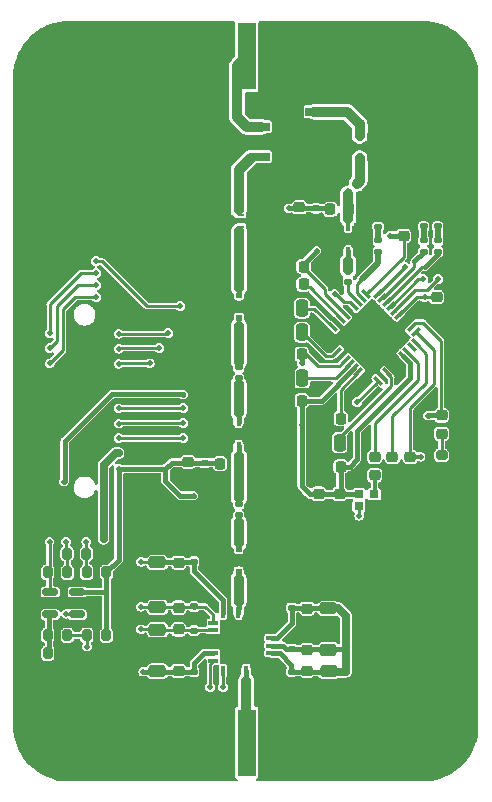
<source format=gtl>
%TF.GenerationSoftware,KiCad,Pcbnew,(6.0.1)*%
%TF.CreationDate,2022-03-10T13:17:56+01:00*%
%TF.ProjectId,XCOMMS_RF,58434f4d-4d53-45f5-9246-2e6b69636164,rev?*%
%TF.SameCoordinates,PX7ed6b40PY82a7440*%
%TF.FileFunction,Copper,L1,Top*%
%TF.FilePolarity,Positive*%
%FSLAX46Y46*%
G04 Gerber Fmt 4.6, Leading zero omitted, Abs format (unit mm)*
G04 Created by KiCad (PCBNEW (6.0.1)) date 2022-03-10 13:17:56*
%MOMM*%
%LPD*%
G01*
G04 APERTURE LIST*
G04 Aperture macros list*
%AMRoundRect*
0 Rectangle with rounded corners*
0 $1 Rounding radius*
0 $2 $3 $4 $5 $6 $7 $8 $9 X,Y pos of 4 corners*
0 Add a 4 corners polygon primitive as box body*
4,1,4,$2,$3,$4,$5,$6,$7,$8,$9,$2,$3,0*
0 Add four circle primitives for the rounded corners*
1,1,$1+$1,$2,$3*
1,1,$1+$1,$4,$5*
1,1,$1+$1,$6,$7*
1,1,$1+$1,$8,$9*
0 Add four rect primitives between the rounded corners*
20,1,$1+$1,$2,$3,$4,$5,0*
20,1,$1+$1,$4,$5,$6,$7,0*
20,1,$1+$1,$6,$7,$8,$9,0*
20,1,$1+$1,$8,$9,$2,$3,0*%
%AMRotRect*
0 Rectangle, with rotation*
0 The origin of the aperture is its center*
0 $1 length*
0 $2 width*
0 $3 Rotation angle, in degrees counterclockwise*
0 Add horizontal line*
21,1,$1,$2,0,0,$3*%
%AMOutline5P*
0 Free polygon, 5 corners , with rotation*
0 The origin of the aperture is its center*
0 number of corners: always 5*
0 $1 to $10 corner X, Y*
0 $11 Rotation angle, in degrees counterclockwise*
0 create outline with 5 corners*
4,1,5,$1,$2,$3,$4,$5,$6,$7,$8,$9,$10,$1,$2,$11*%
%AMOutline6P*
0 Free polygon, 6 corners , with rotation*
0 The origin of the aperture is its center*
0 number of corners: always 6*
0 $1 to $12 corner X, Y*
0 $13 Rotation angle, in degrees counterclockwise*
0 create outline with 6 corners*
4,1,6,$1,$2,$3,$4,$5,$6,$7,$8,$9,$10,$11,$12,$1,$2,$13*%
%AMOutline7P*
0 Free polygon, 7 corners , with rotation*
0 The origin of the aperture is its center*
0 number of corners: always 7*
0 $1 to $14 corner X, Y*
0 $15 Rotation angle, in degrees counterclockwise*
0 create outline with 7 corners*
4,1,7,$1,$2,$3,$4,$5,$6,$7,$8,$9,$10,$11,$12,$13,$14,$1,$2,$15*%
%AMOutline8P*
0 Free polygon, 8 corners , with rotation*
0 The origin of the aperture is its center*
0 number of corners: always 8*
0 $1 to $16 corner X, Y*
0 $17 Rotation angle, in degrees counterclockwise*
0 create outline with 8 corners*
4,1,8,$1,$2,$3,$4,$5,$6,$7,$8,$9,$10,$11,$12,$13,$14,$15,$16,$1,$2,$17*%
G04 Aperture macros list end*
%TA.AperFunction,SMDPad,CuDef*%
%ADD10RoundRect,0.225000X-0.250000X0.225000X-0.250000X-0.225000X0.250000X-0.225000X0.250000X0.225000X0*%
%TD*%
%TA.AperFunction,SMDPad,CuDef*%
%ADD11RoundRect,0.250000X0.475000X-0.250000X0.475000X0.250000X-0.475000X0.250000X-0.475000X-0.250000X0*%
%TD*%
%TA.AperFunction,SMDPad,CuDef*%
%ADD12RoundRect,0.250000X-0.475000X0.250000X-0.475000X-0.250000X0.475000X-0.250000X0.475000X0.250000X0*%
%TD*%
%TA.AperFunction,SMDPad,CuDef*%
%ADD13RoundRect,0.135000X0.185000X-0.135000X0.185000X0.135000X-0.185000X0.135000X-0.185000X-0.135000X0*%
%TD*%
%TA.AperFunction,SMDPad,CuDef*%
%ADD14R,1.500000X0.900000*%
%TD*%
%TA.AperFunction,SMDPad,CuDef*%
%ADD15R,0.300000X0.700000*%
%TD*%
%TA.AperFunction,SMDPad,CuDef*%
%ADD16RoundRect,0.140000X-0.170000X0.140000X-0.170000X-0.140000X0.170000X-0.140000X0.170000X0.140000X0*%
%TD*%
%TA.AperFunction,SMDPad,CuDef*%
%ADD17R,3.250000X3.250000*%
%TD*%
%TA.AperFunction,SMDPad,CuDef*%
%ADD18R,0.850000X0.350000*%
%TD*%
%TA.AperFunction,SMDPad,CuDef*%
%ADD19R,0.350000X0.850000*%
%TD*%
%TA.AperFunction,SMDPad,CuDef*%
%ADD20R,0.550000X0.250000*%
%TD*%
%TA.AperFunction,SMDPad,CuDef*%
%ADD21RoundRect,0.225000X0.250000X-0.225000X0.250000X0.225000X-0.250000X0.225000X-0.250000X-0.225000X0*%
%TD*%
%TA.AperFunction,SMDPad,CuDef*%
%ADD22RoundRect,0.140000X0.170000X-0.140000X0.170000X0.140000X-0.170000X0.140000X-0.170000X-0.140000X0*%
%TD*%
%TA.AperFunction,SMDPad,CuDef*%
%ADD23R,0.250000X0.750000*%
%TD*%
%TA.AperFunction,SMDPad,CuDef*%
%ADD24Outline5P,-0.125000X0.325000X-0.075000X0.375000X0.125000X0.375000X0.125000X-0.375000X-0.125000X-0.375000X0.000000*%
%TD*%
%TA.AperFunction,SMDPad,CuDef*%
%ADD25Outline5P,-0.125000X0.375000X0.075000X0.375000X0.125000X0.325000X0.125000X-0.375000X-0.125000X-0.375000X0.000000*%
%TD*%
%TA.AperFunction,SMDPad,CuDef*%
%ADD26Outline5P,-0.210000X1.116000X-0.126000X1.200000X0.210000X1.200000X0.210000X-1.200000X-0.210000X-1.200000X0.000000*%
%TD*%
%TA.AperFunction,SMDPad,CuDef*%
%ADD27R,0.480000X0.500000*%
%TD*%
%TA.AperFunction,SMDPad,CuDef*%
%ADD28Outline5P,-0.210000X1.200000X0.126000X1.200000X0.210000X1.116000X0.210000X-1.200000X-0.210000X-1.200000X0.000000*%
%TD*%
%TA.AperFunction,SMDPad,CuDef*%
%ADD29Outline5P,-0.240000X0.154000X-0.144000X0.250000X0.240000X0.250000X0.240000X-0.250000X-0.240000X-0.250000X0.000000*%
%TD*%
%TA.AperFunction,SMDPad,CuDef*%
%ADD30RoundRect,0.250000X-0.250000X-0.475000X0.250000X-0.475000X0.250000X0.475000X-0.250000X0.475000X0*%
%TD*%
%TA.AperFunction,SMDPad,CuDef*%
%ADD31RoundRect,0.225000X-0.225000X-0.250000X0.225000X-0.250000X0.225000X0.250000X-0.225000X0.250000X0*%
%TD*%
%TA.AperFunction,SMDPad,CuDef*%
%ADD32RoundRect,0.200000X0.200000X0.275000X-0.200000X0.275000X-0.200000X-0.275000X0.200000X-0.275000X0*%
%TD*%
%TA.AperFunction,SMDPad,CuDef*%
%ADD33R,1.600000X4.900000*%
%TD*%
%TA.AperFunction,SMDPad,CuDef*%
%ADD34R,1.500000X5.600000*%
%TD*%
%TA.AperFunction,SMDPad,CuDef*%
%ADD35RoundRect,0.200000X-0.275000X0.200000X-0.275000X-0.200000X0.275000X-0.200000X0.275000X0.200000X0*%
%TD*%
%TA.AperFunction,SMDPad,CuDef*%
%ADD36R,0.800000X0.700000*%
%TD*%
%TA.AperFunction,SMDPad,CuDef*%
%ADD37RoundRect,0.200000X-0.200000X-0.275000X0.200000X-0.275000X0.200000X0.275000X-0.200000X0.275000X0*%
%TD*%
%TA.AperFunction,ComponentPad*%
%ADD38C,0.800000*%
%TD*%
%TA.AperFunction,ComponentPad*%
%ADD39C,6.400000*%
%TD*%
%TA.AperFunction,SMDPad,CuDef*%
%ADD40Outline5P,-0.125000X0.325000X-0.075000X0.375000X0.125000X0.375000X0.125000X-0.375000X-0.125000X-0.375000X180.000000*%
%TD*%
%TA.AperFunction,SMDPad,CuDef*%
%ADD41Outline5P,-0.125000X0.375000X0.075000X0.375000X0.125000X0.325000X0.125000X-0.375000X-0.125000X-0.375000X180.000000*%
%TD*%
%TA.AperFunction,SMDPad,CuDef*%
%ADD42Outline5P,-0.210000X1.116000X-0.126000X1.200000X0.210000X1.200000X0.210000X-1.200000X-0.210000X-1.200000X180.000000*%
%TD*%
%TA.AperFunction,SMDPad,CuDef*%
%ADD43Outline5P,-0.210000X1.200000X0.126000X1.200000X0.210000X1.116000X0.210000X-1.200000X-0.210000X-1.200000X180.000000*%
%TD*%
%TA.AperFunction,SMDPad,CuDef*%
%ADD44Outline5P,-0.240000X0.154000X-0.144000X0.250000X0.240000X0.250000X0.240000X-0.250000X-0.240000X-0.250000X180.000000*%
%TD*%
%TA.AperFunction,SMDPad,CuDef*%
%ADD45R,0.870000X3.300000*%
%TD*%
%TA.AperFunction,SMDPad,CuDef*%
%ADD46R,1.270000X4.570000*%
%TD*%
%TA.AperFunction,SMDPad,CuDef*%
%ADD47R,1.520000X0.760000*%
%TD*%
%TA.AperFunction,SMDPad,CuDef*%
%ADD48R,2.390000X0.760000*%
%TD*%
%TA.AperFunction,SMDPad,CuDef*%
%ADD49RoundRect,0.218750X0.218750X0.256250X-0.218750X0.256250X-0.218750X-0.256250X0.218750X-0.256250X0*%
%TD*%
%TA.AperFunction,SMDPad,CuDef*%
%ADD50RotRect,4.600000X4.600000X135.000000*%
%TD*%
%TA.AperFunction,SMDPad,CuDef*%
%ADD51RotRect,0.300000X0.900000X135.000000*%
%TD*%
%TA.AperFunction,SMDPad,CuDef*%
%ADD52RotRect,0.300000X0.900000X225.000000*%
%TD*%
%TA.AperFunction,SMDPad,CuDef*%
%ADD53RoundRect,0.140000X0.021213X-0.219203X0.219203X-0.021213X-0.021213X0.219203X-0.219203X0.021213X0*%
%TD*%
%TA.AperFunction,SMDPad,CuDef*%
%ADD54RoundRect,0.150000X-0.512500X-0.150000X0.512500X-0.150000X0.512500X0.150000X-0.512500X0.150000X0*%
%TD*%
%TA.AperFunction,ViaPad*%
%ADD55C,0.508000*%
%TD*%
%TA.AperFunction,Conductor*%
%ADD56C,0.381000*%
%TD*%
%TA.AperFunction,Conductor*%
%ADD57C,0.840740*%
%TD*%
%TA.AperFunction,Conductor*%
%ADD58C,0.254000*%
%TD*%
%TA.AperFunction,Conductor*%
%ADD59C,0.400000*%
%TD*%
%TA.AperFunction,Conductor*%
%ADD60C,0.300000*%
%TD*%
%TA.AperFunction,Conductor*%
%ADD61C,0.700000*%
%TD*%
%TA.AperFunction,Conductor*%
%ADD62C,0.508000*%
%TD*%
%TA.AperFunction,Conductor*%
%ADD63C,0.250000*%
%TD*%
G04 APERTURE END LIST*
D10*
%TO.P,C35,2*%
%TO.N,/Vd_PA*%
X25166456Y11425000D03*
%TO.P,C35,1*%
%TO.N,GND*%
X25166456Y12975000D03*
%TD*%
D11*
%TO.P,C12,2*%
%TO.N,/Vd_PA*%
X12499997Y9650004D03*
%TO.P,C12,1*%
%TO.N,GND*%
X12499997Y7750004D03*
%TD*%
D12*
%TO.P,C25,2*%
%TO.N,/Vg_PA2*%
X12500002Y15050007D03*
%TO.P,C25,1*%
%TO.N,GND*%
X12500002Y16950007D03*
%TD*%
D13*
%TO.P,R4,2*%
%TO.N,GND*%
X36245798Y48310000D03*
%TO.P,R4,1*%
%TO.N,Net-(C48-Pad1)*%
X36245798Y47290000D03*
%TD*%
D14*
%TO.P,U2,7,EP*%
%TO.N,GND*%
X19376005Y29727600D03*
D15*
%TO.P,U2,6,NIC_3*%
X20026005Y28727600D03*
%TO.P,U2,5,RFOUT*%
%TO.N,/AMP1_Out*%
X19376005Y28727600D03*
%TO.P,U2,4,NIC_2*%
%TO.N,GND*%
X18726005Y28727600D03*
%TO.P,U2,3,GND*%
X18726005Y30727600D03*
%TO.P,U2,2,RFIN*%
%TO.N,/AMP1_In*%
X19376005Y30727600D03*
%TO.P,U2,1,NIC_1*%
%TO.N,GND*%
X20026005Y30727600D03*
%TD*%
D16*
%TO.P,C2,2*%
%TO.N,/AMP1_In*%
X19400008Y34420005D03*
%TO.P,C2,1*%
%TO.N,/TP1_Out*%
X19400008Y35380005D03*
%TD*%
%TO.P,C34,2*%
%TO.N,/Vd_PA*%
X23866453Y11520000D03*
%TO.P,C34,1*%
%TO.N,GND*%
X23866453Y12480000D03*
%TD*%
D17*
%TO.P,U3,25,THERMAL_PAD*%
%TO.N,GND*%
X19692362Y12130201D03*
D18*
%TO.P,U3,24,NC_11*%
X22142362Y13755201D03*
%TO.P,U3,23,NC_10*%
X22142362Y13105201D03*
%TO.P,U3,22,VDD1*%
%TO.N,/Vd_PA*%
X22142362Y12455201D03*
%TO.P,U3,21,VDD2*%
X22142362Y11805201D03*
%TO.P,U3,20,VDD3*%
X22142362Y11155201D03*
%TO.P,U3,19,NC_9*%
%TO.N,GND*%
X22142362Y10505201D03*
D19*
%TO.P,U3,18,NC_8*%
X21317362Y9680201D03*
%TO.P,U3,17,NC_7*%
X20667362Y9680201D03*
%TO.P,U3,16,RFOUT*%
%TO.N,/RF_out*%
X20017362Y9680201D03*
%TO.P,U3,15,GND_2*%
%TO.N,GND*%
X19367362Y9680201D03*
%TO.P,U3,14,NC_6*%
X18717362Y9680201D03*
%TO.P,U3,13,VDET*%
%TO.N,/Vdet*%
X18067362Y9680201D03*
D18*
%TO.P,U3,12,VREF*%
%TO.N,/Vref*%
X17242362Y10505201D03*
%TO.P,U3,11,VDD4*%
%TO.N,/Vd_PA*%
X17242362Y11155201D03*
%TO.P,U3,10,NC_5*%
%TO.N,GND*%
X17242362Y11805201D03*
%TO.P,U3,9,NC_4*%
X17242362Y12455201D03*
%TO.P,U3,8,VGG3*%
%TO.N,/Vg_PA3*%
X17242362Y13105201D03*
%TO.P,U3,7,VGG2*%
%TO.N,/Vg_PA2*%
X17242362Y13755201D03*
D19*
%TO.P,U3,6,VGG1*%
%TO.N,/Vg_PA1*%
X18067362Y14580201D03*
%TO.P,U3,5,GND_1*%
%TO.N,GND*%
X18717362Y14580201D03*
%TO.P,U3,4,RFIN*%
%TO.N,/PA_RF_IN*%
X19367362Y14580201D03*
%TO.P,U3,3,NC_3*%
%TO.N,GND*%
X20017362Y14580201D03*
%TO.P,U3,2,NC_2*%
X20667362Y14580201D03*
%TO.P,U3,1,NC_1*%
X21317362Y14580201D03*
%TD*%
D20*
%TO.P,FL1,6,GND*%
%TO.N,GND*%
X20408998Y48287000D03*
%TO.P,FL1,5,GND*%
X20408998Y47787000D03*
%TO.P,FL1,4,GND*%
X20408998Y47287000D03*
%TO.P,FL1,3,Out*%
%TO.N,/FL_Out*%
X19608998Y47287000D03*
%TO.P,FL1,2,GND*%
%TO.N,GND*%
X19608998Y47787000D03*
%TO.P,FL1,1,In*%
%TO.N,/Mixer_Out*%
X19608998Y48287000D03*
%TD*%
D12*
%TO.P,C28,2*%
%TO.N,/Vd_PA*%
X26966457Y14949997D03*
%TO.P,C28,1*%
%TO.N,GND*%
X26966457Y16849997D03*
%TD*%
D11*
%TO.P,C20,2*%
%TO.N,/Vd_PA*%
X26999998Y9650000D03*
%TO.P,C20,1*%
%TO.N,GND*%
X26999998Y7750000D03*
%TD*%
D21*
%TO.P,C3,2*%
%TO.N,+5V*%
X15106798Y27356200D03*
%TO.P,C3,1*%
%TO.N,GND*%
X15106798Y25806200D03*
%TD*%
D10*
%TO.P,C16,2*%
%TO.N,/Vg_PA1*%
X14300000Y18825005D03*
%TO.P,C16,1*%
%TO.N,GND*%
X14300000Y20375005D03*
%TD*%
%TO.P,C27,2*%
%TO.N,/Vd_PA*%
X25166456Y14925000D03*
%TO.P,C27,1*%
%TO.N,GND*%
X25166456Y16475000D03*
%TD*%
D22*
%TO.P,C42,2*%
%TO.N,+5V*%
X25920991Y48821315D03*
%TO.P,C42,1*%
%TO.N,GND*%
X25920991Y47861315D03*
%TD*%
D23*
%TO.P,TP1,8,GND*%
%TO.N,GND*%
X18288998Y39669211D03*
D24*
%TO.P,TP1,7,GND*%
X18288999Y41319211D03*
D25*
%TO.P,TP1,6,GND*%
X20538997Y41319211D03*
D23*
%TO.P,TP1,5,GND*%
X20538998Y39669211D03*
D26*
%TO.P,TP1,4,GND*%
X20203999Y40494211D03*
D27*
%TO.P,TP1,3,OUT*%
%TO.N,/TP1_Out*%
X19413998Y39534211D03*
D28*
%TO.P,TP1,2,GND*%
%TO.N,GND*%
X18623997Y40494211D03*
D29*
%TO.P,TP1,1,IN*%
%TO.N,/FL_Out*%
X19413998Y41454211D03*
%TD*%
D21*
%TO.P,C47,2*%
%TO.N,+3V3*%
X36137998Y41323000D03*
%TO.P,C47,1*%
%TO.N,GND*%
X36137998Y39773000D03*
%TD*%
D30*
%TO.P,C9,2*%
%TO.N,/LocalOscillator/VREFVCO2*%
X24750000Y40370200D03*
%TO.P,C9,1*%
%TO.N,GND*%
X22850000Y40370200D03*
%TD*%
D16*
%TO.P,C15,2*%
%TO.N,/Vg_PA1*%
X15599998Y18920006D03*
%TO.P,C15,1*%
%TO.N,GND*%
X15599998Y19880006D03*
%TD*%
D31*
%TO.P,C13,2*%
%TO.N,/LocalOscillator/VBIASVCO2*%
X24875000Y42399998D03*
%TO.P,C13,1*%
%TO.N,GND*%
X23325000Y42399998D03*
%TD*%
D22*
%TO.P,C31,2*%
%TO.N,/Vg_PA3*%
X15599996Y13080002D03*
%TO.P,C31,1*%
%TO.N,GND*%
X15599996Y12120002D03*
%TD*%
D31*
%TO.P,C7,2*%
%TO.N,/LocalOscillator/VREGVCO*%
X28022998Y31023000D03*
%TO.P,C7,1*%
%TO.N,GND*%
X26472998Y31023000D03*
%TD*%
D32*
%TO.P,R10,2*%
%TO.N,/AD8031_IN+*%
X3232798Y11160200D03*
%TO.P,R10,1*%
%TO.N,GND*%
X4882798Y11160200D03*
%TD*%
%TO.P,R7,2*%
%TO.N,/AD8031_IN-*%
X4850078Y19593000D03*
%TO.P,R7,1*%
%TO.N,/Vdet*%
X6500078Y19593000D03*
%TD*%
D30*
%TO.P,C6,2*%
%TO.N,/LocalOscillator/VREFVCO*%
X24768998Y34452000D03*
%TO.P,C6,1*%
%TO.N,GND*%
X22868998Y34452000D03*
%TD*%
D13*
%TO.P,R1,2*%
%TO.N,GND*%
X31184998Y48297000D03*
%TO.P,R1,1*%
%TO.N,Net-(C30-Pad1)*%
X31184998Y47277000D03*
%TD*%
D33*
%TO.P,J1,S2*%
%TO.N,GND*%
X15799798Y62050200D03*
%TO.P,J1,S1*%
X24319798Y62050200D03*
D34*
%TO.P,J1,1,RF*%
%TO.N,/RF_in*%
X20059798Y61700200D03*
%TD*%
D16*
%TO.P,C1,2*%
%TO.N,/TP2_In*%
X19387206Y22831611D03*
%TO.P,C1,1*%
%TO.N,/AMP1_Out*%
X19387206Y23791611D03*
%TD*%
D35*
%TO.P,R2,2*%
%TO.N,GND*%
X36569798Y26261000D03*
%TO.P,R2,1*%
%TO.N,Net-(C46-Pad1)*%
X36569798Y27911000D03*
%TD*%
D36*
%TO.P,Y1,4,Vdd*%
%TO.N,+3V3*%
X29569787Y24606198D03*
%TO.P,Y1,3,Out*%
%TO.N,/PLL_LO*%
X30869787Y24606198D03*
%TO.P,Y1,2,GND*%
%TO.N,GND*%
X30869787Y23606197D03*
%TO.P,Y1,1,TriState*%
%TO.N,/LO_EN*%
X29569787Y23606197D03*
%TD*%
D21*
%TO.P,C43,2*%
%TO.N,/LocalOscillator/OSCINM*%
X32400005Y27774993D03*
%TO.P,C43,1*%
%TO.N,GND*%
X32400005Y26224993D03*
%TD*%
%TO.P,C39,2*%
%TO.N,/LocalOscillator/OSCINP*%
X30900003Y27774996D03*
%TO.P,C39,1*%
%TO.N,/PLL_LO*%
X30900003Y26224996D03*
%TD*%
%TO.P,C32,2*%
%TO.N,/Vg_PA3*%
X14299996Y13175002D03*
%TO.P,C32,1*%
%TO.N,GND*%
X14299996Y11625002D03*
%TD*%
D37*
%TO.P,R9,2*%
%TO.N,/Vref*%
X4882798Y12684200D03*
%TO.P,R9,1*%
%TO.N,/AD8031_IN+*%
X3232798Y12684200D03*
%TD*%
D10*
%TO.P,C49,2*%
%TO.N,GND*%
X27933798Y23124997D03*
%TO.P,C49,1*%
%TO.N,+3V3*%
X27933798Y24674997D03*
%TD*%
D21*
%TO.P,C46,2*%
%TO.N,/LocalOscillator/VTune*%
X36569798Y31290000D03*
%TO.P,C46,1*%
%TO.N,Net-(C46-Pad1)*%
X36569798Y29740000D03*
%TD*%
D38*
%TO.P,SCRW2,1,1*%
%TO.N,GND*%
X6697067Y58302950D03*
X5000011Y57600006D03*
X6697067Y61697062D03*
X3302955Y58302950D03*
D39*
X5000011Y60000006D03*
D38*
X5000011Y62400006D03*
X3302955Y61697062D03*
X7400011Y60000006D03*
X2600011Y60000006D03*
%TD*%
D10*
%TO.P,C24,2*%
%TO.N,/Vg_PA2*%
X14300000Y15025005D03*
%TO.P,C24,1*%
%TO.N,GND*%
X14300000Y16575005D03*
%TD*%
D31*
%TO.P,C37,2*%
%TO.N,+3V3*%
X28009998Y26959000D03*
%TO.P,C37,1*%
%TO.N,GND*%
X26459998Y26959000D03*
%TD*%
D23*
%TO.P,TP3,8,GND*%
%TO.N,GND*%
X30745998Y54838000D03*
D40*
%TO.P,TP3,7,GND*%
X30745997Y53188000D03*
D41*
%TO.P,TP3,6,GND*%
X28495999Y53188000D03*
D23*
%TO.P,TP3,5,GND*%
X28495998Y54838000D03*
D42*
%TO.P,TP3,4,GND*%
X28830997Y54013000D03*
D27*
%TO.P,TP3,3,OUT*%
%TO.N,/Tx_LO*%
X29620998Y54973000D03*
D43*
%TO.P,TP3,2,GND*%
%TO.N,GND*%
X30410999Y54013000D03*
D44*
%TO.P,TP3,1,IN*%
%TO.N,/TP3_In*%
X29620998Y53053000D03*
%TD*%
D37*
%TO.P,R5,2*%
%TO.N,+5V*%
X8184798Y12684200D03*
%TO.P,R5,1*%
%TO.N,/Vref*%
X6534798Y12684200D03*
%TD*%
D21*
%TO.P,C11,2*%
%TO.N,/Vd_PA*%
X14299998Y9675004D03*
%TO.P,C11,1*%
%TO.N,GND*%
X14299998Y8125004D03*
%TD*%
D45*
%TO.P,U1,10,GND*%
%TO.N,GND*%
X24609598Y54467200D03*
D46*
%TO.P,U1,9,GND*%
X23539598Y55102200D03*
D47*
%TO.P,U1,8,LO*%
%TO.N,/Tx_LO*%
X25804598Y57007200D03*
%TO.P,U1,7,GND*%
%TO.N,GND*%
X25804598Y55737200D03*
%TO.P,U1,6,GND*%
X25804598Y54467200D03*
%TO.P,U1,5,GND*%
X25804598Y53197200D03*
%TO.P,U1,4,RF*%
%TO.N,/Mixer_Out*%
X21274598Y53197200D03*
D48*
%TO.P,U1,3,GND*%
%TO.N,GND*%
X21709598Y54467200D03*
D47*
%TO.P,U1,2,IF*%
%TO.N,/RF_in*%
X21274598Y55737200D03*
D48*
%TO.P,U1,1,GND*%
%TO.N,GND*%
X21709598Y57007200D03*
%TD*%
D16*
%TO.P,C23,2*%
%TO.N,/Vg_PA2*%
X15599998Y15120006D03*
%TO.P,C23,1*%
%TO.N,GND*%
X15599998Y16080006D03*
%TD*%
D22*
%TO.P,C4,2*%
%TO.N,+5V*%
X16503798Y27261200D03*
%TO.P,C4,1*%
%TO.N,GND*%
X16503798Y26301200D03*
%TD*%
%TO.P,C18,2*%
%TO.N,/Vd_PA*%
X23866453Y9580000D03*
%TO.P,C18,1*%
%TO.N,GND*%
X23866453Y8620000D03*
%TD*%
D21*
%TO.P,C45,2*%
%TO.N,+3V3*%
X33899995Y27774998D03*
%TO.P,C45,1*%
%TO.N,GND*%
X33899995Y26224998D03*
%TD*%
D23*
%TO.P,TP2,8,GND*%
%TO.N,GND*%
X18263598Y18206211D03*
D24*
%TO.P,TP2,7,GND*%
X18263599Y19856211D03*
D25*
%TO.P,TP2,6,GND*%
X20513597Y19856211D03*
D23*
%TO.P,TP2,5,GND*%
X20513598Y18206211D03*
D26*
%TO.P,TP2,4,GND*%
X20178599Y19031211D03*
D27*
%TO.P,TP2,3,OUT*%
%TO.N,/PA_RF_IN*%
X19388598Y18071211D03*
D28*
%TO.P,TP2,2,GND*%
%TO.N,GND*%
X18598597Y19031211D03*
D29*
%TO.P,TP2,1,IN*%
%TO.N,/TP2_In*%
X19388598Y19991211D03*
%TD*%
D21*
%TO.P,C19,2*%
%TO.N,/Vd_PA*%
X25166453Y9675000D03*
%TO.P,C19,1*%
%TO.N,GND*%
X25166453Y8125000D03*
%TD*%
D38*
%TO.P,SCRW4,1,1*%
%TO.N,GND*%
X36697058Y58302950D03*
X35000002Y57600006D03*
X33302946Y58302950D03*
D39*
X35000002Y60000006D03*
D38*
X32600002Y60000006D03*
X37400002Y60000006D03*
X36697058Y61697062D03*
X35000002Y62400006D03*
X33302946Y61697062D03*
%TD*%
D10*
%TO.P,C38,2*%
%TO.N,+3V3*%
X33343998Y46504000D03*
%TO.P,C38,1*%
%TO.N,GND*%
X33343998Y48054000D03*
%TD*%
D30*
%TO.P,C8,2*%
%TO.N,/LocalOscillator/VBIASVARAC*%
X24750000Y38338200D03*
%TO.P,C8,1*%
%TO.N,GND*%
X22850000Y38338200D03*
%TD*%
D14*
%TO.P,U5,7,EP*%
%TO.N,GND*%
X28642991Y46212200D03*
D15*
%TO.P,U5,6,NIC_3*%
X27992991Y47212200D03*
%TO.P,U5,5,RFOUT*%
%TO.N,/AMP2_Out*%
X28642991Y47212200D03*
%TO.P,U5,4,NIC_2*%
%TO.N,GND*%
X29292991Y47212200D03*
%TO.P,U5,3,GND*%
X29292991Y45212200D03*
%TO.P,U5,2,RFIN*%
%TO.N,/PLL_Out*%
X28642991Y45212200D03*
%TO.P,U5,1,NIC_1*%
%TO.N,GND*%
X27992991Y45212200D03*
%TD*%
D38*
%TO.P,SCRW1,1,1*%
%TO.N,GND*%
X6697067Y3302933D03*
X3302955Y3302933D03*
X2600011Y4999989D03*
X3302955Y6697045D03*
X5000011Y7399989D03*
D39*
X5000011Y4999989D03*
D38*
X7400011Y4999989D03*
X5000011Y2599989D03*
X6697067Y6697045D03*
%TD*%
D22*
%TO.P,C10,2*%
%TO.N,/Vd_PA*%
X15599998Y9580003D03*
%TO.P,C10,1*%
%TO.N,GND*%
X15599998Y8620003D03*
%TD*%
D16*
%TO.P,C30,2*%
%TO.N,/LocalOscillator/RFOUTAM*%
X31184998Y45148000D03*
%TO.P,C30,1*%
%TO.N,Net-(C30-Pad1)*%
X31184998Y46108000D03*
%TD*%
D31*
%TO.P,C5,2*%
%TO.N,+3V3*%
X24720998Y32547000D03*
%TO.P,C5,1*%
%TO.N,GND*%
X23170998Y32547000D03*
%TD*%
D16*
%TO.P,C44,2*%
%TO.N,/LocalOscillator/RFOUTBP*%
X35045798Y45148000D03*
%TO.P,C44,1*%
%TO.N,Net-(C44-Pad1)*%
X35045798Y46108000D03*
%TD*%
D49*
%TO.P,L1,2,2*%
%TO.N,+5V*%
X17824498Y27213000D03*
%TO.P,L1,1,1*%
%TO.N,/AMP1_Out*%
X19399498Y27213000D03*
%TD*%
D38*
%TO.P,SCRW3,1,1*%
%TO.N,GND*%
X37400002Y4999989D03*
D39*
X35000002Y4999989D03*
D38*
X32600002Y4999989D03*
X35000002Y7399989D03*
X33302946Y6697045D03*
X36697058Y6697045D03*
X36697058Y3302933D03*
X33302946Y3302933D03*
X35000002Y2599989D03*
%TD*%
D50*
%TO.P,U4,41,EP*%
%TO.N,GND*%
X30700010Y37899999D03*
D51*
%TO.P,U4,40,GND_10*%
X30205035Y34223044D03*
%TO.P,U4,39,GND_9*%
X29851482Y34576597D03*
%TO.P,U4,38,VREGVCO*%
%TO.N,/LocalOscillator/VREGVCO*%
X29497928Y34930151D03*
%TO.P,U4,37,VCCVCO*%
%TO.N,+3V3*%
X29144375Y35283704D03*
%TO.P,U4,36,VREFVCO*%
%TO.N,/LocalOscillator/VREFVCO*%
X28790822Y35637257D03*
%TO.P,U4,35,VTUNE*%
%TO.N,/LocalOscillator/VTune*%
X28437268Y35990811D03*
%TO.P,U4,34,GND_8*%
%TO.N,GND*%
X28083715Y36344364D03*
%TO.P,U4,33,VBIASVARAC*%
%TO.N,/LocalOscillator/VBIASVARAC*%
X27730162Y36697917D03*
%TO.P,U4,32,RAMPDIR*%
%TO.N,GND*%
X27376608Y37051471D03*
%TO.P,U4,31,GND_7*%
X27023055Y37405024D03*
D52*
%TO.P,U4,30,RAMPCLK*%
X27023055Y38394974D03*
%TO.P,U4,29,VREFVCO2*%
%TO.N,/LocalOscillator/VREFVCO2*%
X27376608Y38748527D03*
%TO.P,U4,28,SYSREFREQ*%
%TO.N,GND*%
X27730162Y39102081D03*
%TO.P,U4,27,VBIASVCO2*%
%TO.N,/LocalOscillator/VBIASVCO2*%
X28083715Y39455634D03*
%TO.P,U4,26,VCCVCO2*%
%TO.N,+3V3*%
X28437268Y39809187D03*
%TO.P,U4,25,GND_6*%
%TO.N,GND*%
X28790822Y40162741D03*
%TO.P,U4,24,CSB*%
%TO.N,/PLL_CSB*%
X29144375Y40516294D03*
%TO.P,U4,23,RFOUTAP*%
%TO.N,/LocalOscillator/RFOUTAP*%
X29497928Y40869847D03*
%TO.P,U4,22,RFOUTAM*%
%TO.N,/LocalOscillator/RFOUTAM*%
X29851482Y41223401D03*
%TO.P,U4,21,VCCBUF*%
%TO.N,+3V3*%
X30205035Y41576954D03*
D51*
%TO.P,U4,20,MUXOUT*%
%TO.N,/SDO*%
X31194985Y41576954D03*
%TO.P,U4,19,RFOUTBP*%
%TO.N,/LocalOscillator/RFOUTBP*%
X31548538Y41223401D03*
%TO.P,U4,18,RFOUTBM*%
%TO.N,/LocalOscillator/RFOUTBM*%
X31902092Y40869847D03*
%TO.P,U4,17,SDI*%
%TO.N,/SDI*%
X32255645Y40516294D03*
%TO.P,U4,16,SCK*%
%TO.N,/SCK*%
X32609198Y40162741D03*
%TO.P,U4,15,VCCMASH*%
%TO.N,+3V3*%
X32962752Y39809187D03*
%TO.P,U4,14,GND_5*%
%TO.N,GND*%
X33316305Y39455634D03*
%TO.P,U4,13,GND_4*%
X33669858Y39102081D03*
%TO.P,U4,12,CPOUT*%
%TO.N,/LocalOscillator/VTune*%
X34023412Y38748527D03*
%TO.P,U4,11,VCCCP*%
%TO.N,+3V3*%
X34376965Y38394974D03*
D52*
%TO.P,U4,10,VREGIN*%
%TO.N,/LocalOscillator/OSCINM*%
X34376965Y37405024D03*
%TO.P,U4,9,OSCINM*%
%TO.N,unconnected-(U4-Pad9)*%
X34023412Y37051471D03*
%TO.P,U4,8,OSCINP*%
%TO.N,/LocalOscillator/OSCINP*%
X33669858Y36697917D03*
%TO.P,U4,7,VCCDIG*%
%TO.N,+3V3*%
X33316305Y36344364D03*
%TO.P,U4,6,GND_3*%
%TO.N,GND*%
X32962752Y35990811D03*
%TO.P,U4,5,SYNC*%
X32609198Y35637257D03*
%TO.P,U4,4,GND_2*%
X32255645Y35283704D03*
%TO.P,U4,3,VBIASVCO*%
%TO.N,/LocalOscillator/VBIASVCO*%
X31902092Y34930151D03*
%TO.P,U4,2,GND_1*%
%TO.N,GND*%
X31548538Y34576597D03*
%TO.P,U4,1,CE*%
%TO.N,/PLL_CE*%
X31194985Y34223044D03*
%TD*%
D16*
%TO.P,C48,2*%
%TO.N,/LocalOscillator/RFOUTBM*%
X36245798Y45148000D03*
%TO.P,C48,1*%
%TO.N,Net-(C48-Pad1)*%
X36245798Y46108000D03*
%TD*%
D33*
%TO.P,J2,S2*%
%TO.N,GND*%
X24319798Y3239700D03*
%TO.P,J2,S1*%
X15799798Y3239700D03*
D34*
%TO.P,J2,1,RF*%
%TO.N,/RF_out*%
X20059798Y3589700D03*
%TD*%
D31*
%TO.P,C40,2*%
%TO.N,/LocalOscillator/VTune*%
X24720998Y36484000D03*
%TO.P,C40,1*%
%TO.N,GND*%
X23170998Y36484000D03*
%TD*%
D21*
%TO.P,C51,2*%
%TO.N,+3V3*%
X26155798Y24675002D03*
%TO.P,C51,1*%
%TO.N,GND*%
X26155798Y23125002D03*
%TD*%
D11*
%TO.P,C33,2*%
%TO.N,/Vg_PA3*%
X12499997Y13149997D03*
%TO.P,C33,1*%
%TO.N,GND*%
X12499997Y11249997D03*
%TD*%
D22*
%TO.P,C29,2*%
%TO.N,/PLL_Out*%
X28644998Y43568000D03*
%TO.P,C29,1*%
%TO.N,/LocalOscillator/RFOUTAP*%
X28644998Y42608000D03*
%TD*%
D37*
%TO.P,R6,2*%
%TO.N,+5V*%
X8184798Y18018200D03*
%TO.P,R6,1*%
%TO.N,/Vdet*%
X6534798Y18018200D03*
%TD*%
D32*
%TO.P,R8,2*%
%TO.N,/Tx_PM*%
X3232798Y18018200D03*
%TO.P,R8,1*%
%TO.N,/AD8031_IN-*%
X4882798Y18018200D03*
%TD*%
D12*
%TO.P,C17,2*%
%TO.N,/Vg_PA1*%
X12500000Y18850002D03*
%TO.P,C17,1*%
%TO.N,GND*%
X12500000Y20750002D03*
%TD*%
D30*
%TO.P,C21,2*%
%TO.N,/LocalOscillator/VBIASVCO*%
X27943998Y28991000D03*
%TO.P,C21,1*%
%TO.N,GND*%
X26043998Y28991000D03*
%TD*%
D13*
%TO.P,R3,2*%
%TO.N,GND*%
X35045798Y48310000D03*
%TO.P,R3,1*%
%TO.N,Net-(C44-Pad1)*%
X35045798Y47290000D03*
%TD*%
D21*
%TO.P,C41,2*%
%TO.N,+5V*%
X24520991Y48916313D03*
%TO.P,C41,1*%
%TO.N,GND*%
X24520991Y47366313D03*
%TD*%
D31*
%TO.P,C14,2*%
%TO.N,+3V3*%
X24875000Y43900000D03*
%TO.P,C14,1*%
%TO.N,GND*%
X23325000Y43900000D03*
%TD*%
D49*
%TO.P,L2,2,2*%
%TO.N,+5V*%
X27146298Y48752200D03*
%TO.P,L2,1,1*%
%TO.N,/AMP2_Out*%
X28721298Y48752200D03*
%TD*%
D53*
%TO.P,C22,2*%
%TO.N,/TP3_In*%
X29365409Y50920411D03*
%TO.P,C22,1*%
%TO.N,/AMP2_Out*%
X28686587Y50241589D03*
%TD*%
D12*
%TO.P,C36,2*%
%TO.N,/Vd_PA*%
X26966455Y11450000D03*
%TO.P,C36,1*%
%TO.N,GND*%
X26966455Y13350000D03*
%TD*%
D54*
%TO.P,U6,5,+VS*%
%TO.N,+5V*%
X5712577Y16349917D03*
%TO.P,U6,4,-IN*%
%TO.N,/AD8031_IN-*%
X5712577Y14449917D03*
%TO.P,U6,3,+IN*%
%TO.N,/AD8031_IN+*%
X3437577Y14449917D03*
%TO.P,U6,2,-VS*%
%TO.N,GND*%
X3437577Y15399917D03*
%TO.P,U6,1,VOUT*%
%TO.N,/Tx_PM*%
X3437577Y16349917D03*
%TD*%
D16*
%TO.P,C26,2*%
%TO.N,/Vd_PA*%
X23866453Y15020000D03*
%TO.P,C26,1*%
%TO.N,GND*%
X23866453Y15980000D03*
%TD*%
D55*
%TO.N,GND*%
X38931998Y7615000D03*
X7500000Y1000000D03*
X1212998Y20115000D03*
X32700000Y37800000D03*
X1212998Y27615000D03*
X27500000Y1000000D03*
X1212998Y17615000D03*
X38931998Y55114998D03*
X27120998Y25816000D03*
X19692352Y12130201D03*
X1212998Y32615000D03*
X3498998Y30642000D03*
X32500000Y63999998D03*
X1212998Y40114998D03*
X30600000Y37900000D03*
X38931998Y27615000D03*
X20699998Y11300000D03*
X1212998Y47614998D03*
X1212998Y37615000D03*
X38931998Y22615000D03*
X10000000Y1000000D03*
X1212998Y52614998D03*
X17500000Y1000000D03*
X31700000Y38800000D03*
X1212998Y25115000D03*
X38931998Y15115000D03*
X15000000Y1000000D03*
X38931998Y45114998D03*
X1212998Y42614998D03*
X38931998Y40114998D03*
X12500000Y63999998D03*
X1212998Y22615000D03*
X38931998Y10115000D03*
X38931998Y5115000D03*
X3498998Y29300000D03*
X38931998Y50114998D03*
X7500000Y63999998D03*
X1212998Y5115000D03*
X25000000Y63999998D03*
X1212998Y55114998D03*
X1212998Y15115000D03*
X31800000Y36900000D03*
X30600000Y39899998D03*
X38931998Y42614998D03*
X29499998Y39000000D03*
X25000000Y1000000D03*
X30000000Y1000000D03*
X5000000Y63999998D03*
X5000000Y1000000D03*
X25899998Y13600000D03*
X10000000Y63999998D03*
X27500000Y63999998D03*
X35000000Y1000000D03*
X1212998Y50114998D03*
X25850998Y25816000D03*
X22500000Y1000000D03*
X1212998Y30115000D03*
X1212998Y60114998D03*
X38931998Y57614998D03*
X29699998Y36999998D03*
X1212998Y10115000D03*
X1212998Y57614998D03*
X32500000Y1000000D03*
X28600000Y38000000D03*
X1212998Y12615000D03*
X12500000Y1000000D03*
X38931998Y25115000D03*
X38931998Y47614998D03*
X30600000Y35999998D03*
X38931998Y52614998D03*
X38931998Y35115000D03*
X9213998Y34452000D03*
X38931998Y60114998D03*
X15000000Y63999998D03*
X38931998Y32615000D03*
X1212998Y35115000D03*
X38931998Y20115000D03*
X18701752Y11139601D03*
X38931998Y37615000D03*
X20682952Y13120801D03*
X1212998Y45114998D03*
X18701752Y13120801D03*
X38931998Y17615000D03*
X38931998Y12615000D03*
X1212998Y7615000D03*
X30000000Y63999998D03*
X38931998Y30115000D03*
X35000000Y63999998D03*
%TO.N,+3V3*%
X25977998Y45247000D03*
X4572000Y25689000D03*
X14674998Y33055000D03*
X24707998Y30515000D03*
X34791798Y27800000D03*
X25139798Y24876200D03*
X35121998Y41310000D03*
X32200998Y46517000D03*
%TO.N,/Vd_PA*%
X7943998Y22006000D03*
X28466452Y9600000D03*
X11300000Y9600000D03*
X9213998Y28102000D03*
X7943998Y20863000D03*
%TO.N,/Vg_PA1*%
X3396898Y38262000D03*
X11118998Y18900000D03*
X7308998Y43342000D03*
%TO.N,/Vg_PA2*%
X3396898Y36992000D03*
X11118998Y15100000D03*
X7308998Y42326000D03*
%TO.N,/Vg_PA3*%
X11118998Y13199998D03*
X7308998Y41310000D03*
X3396898Y35699927D03*
%TO.N,/LocalOscillator/VTune*%
X24707998Y35722000D03*
X35375998Y31277000D03*
%TO.N,/SDI*%
X34994998Y42834000D03*
X13404998Y38262000D03*
X9213998Y38215000D03*
%TO.N,/SDO*%
X9213998Y36945000D03*
X12642998Y36992000D03*
X33470998Y43850000D03*
%TO.N,/SCK*%
X36264998Y42834000D03*
X11856098Y35700000D03*
X9213998Y35675000D03*
%TO.N,/PLL_CSB*%
X27501998Y41564000D03*
X7308998Y44358000D03*
X14420998Y40548000D03*
%TO.N,/T_CSB*%
X9213998Y30600000D03*
X14674998Y30642000D03*
%TO.N,/LO_EN*%
X9213998Y29372000D03*
X14674998Y29372000D03*
X29599998Y22800000D03*
%TO.N,/Tx_PM*%
X3371998Y20609000D03*
%TO.N,+5V*%
X9213998Y26785000D03*
X15563998Y24505897D03*
X23620995Y48841311D03*
%TO.N,/Vref*%
X16960998Y8290000D03*
X6546998Y11719000D03*
%TO.N,/Vdet*%
X6470798Y20609000D03*
X18066450Y8290000D03*
%TO.N,/PLL_CE*%
X29406998Y32420000D03*
X9213998Y31900000D03*
X14674998Y31912000D03*
%TO.N,/AD8031_IN-*%
X4800000Y14499998D03*
X4768998Y20609000D03*
%TD*%
D56*
%TO.N,+3V3*%
X14629998Y33100000D02*
X14674998Y33055000D01*
X8623998Y33100000D02*
X14629998Y33100000D01*
X4572000Y25689000D02*
X4641998Y25758998D01*
X4641998Y25758998D02*
X4641998Y29118000D01*
X4641998Y29118000D02*
X8623998Y33100000D01*
%TO.N,/PLL_Out*%
X28642991Y44360007D02*
X28644998Y44358000D01*
X28642991Y45212200D02*
X28642991Y44360007D01*
D57*
X28644998Y43568000D02*
X28644998Y44358000D01*
D58*
%TO.N,/LocalOscillator/RFOUTAP*%
X28644998Y41733412D02*
X29239189Y41139221D01*
X28644998Y42608000D02*
X28644998Y41733412D01*
%TO.N,/PLL_CSB*%
X28261230Y40929000D02*
X28731669Y40929000D01*
X28731669Y40929000D02*
X29144375Y40516294D01*
X27626230Y41564000D02*
X28261230Y40929000D01*
X27501998Y41564000D02*
X27626230Y41564000D01*
D57*
%TO.N,/AMP2_Out*%
X28644998Y47914000D02*
X28644998Y50073000D01*
%TO.N,/Mixer_Out*%
X19373998Y52105000D02*
X20389998Y53121000D01*
X19373998Y48676000D02*
X19373998Y52105000D01*
D56*
%TO.N,/FL_Out*%
X19413998Y42084000D02*
X19399998Y42098000D01*
X19413998Y41454211D02*
X19413998Y42084000D01*
%TO.N,/AMP1_In*%
X19376005Y30727600D02*
X19376005Y31528993D01*
%TO.N,/AMP1_Out*%
X19376005Y27236493D02*
X19399498Y27213000D01*
X19376005Y28727600D02*
X19376005Y27236493D01*
%TO.N,/PA_RF_IN*%
X19388598Y18071211D02*
X19388598Y17441996D01*
X19388598Y17441996D02*
X19373998Y17427396D01*
X19373998Y15021000D02*
X19373998Y15529000D01*
X19367362Y15014364D02*
X19373998Y15021000D01*
X19367362Y14580201D02*
X19367362Y15014364D01*
%TO.N,/RF_out*%
X20017362Y9680201D02*
X20017362Y8806364D01*
D57*
X20008998Y8798000D02*
X20017362Y8806364D01*
X20008998Y2208998D02*
X20008998Y8798000D01*
X20000000Y2200000D02*
X20008998Y2208998D01*
%TO.N,/PA_RF_IN*%
X19373998Y15529000D02*
X19373998Y17427396D01*
%TO.N,/AMP1_Out*%
X19399498Y27848000D02*
X19399498Y24292000D01*
%TO.N,/AMP1_In*%
X19373998Y31531000D02*
X19373998Y33944000D01*
X19376005Y31528993D02*
X19373998Y31531000D01*
D58*
%TO.N,/LocalOscillator/RFOUTAM*%
X29406998Y41696159D02*
X29664087Y41439070D01*
X29787998Y42834000D02*
X29406998Y42453000D01*
X29406998Y42453000D02*
X29406998Y41696159D01*
%TO.N,/LocalOscillator/VTune*%
X26104998Y35468000D02*
X25088998Y36484000D01*
X25088998Y36484000D02*
X24720998Y36484000D01*
X27914447Y35468000D02*
X26104998Y35468000D01*
X28444329Y35997882D02*
X27914447Y35468000D01*
D59*
%TO.N,/Vd_PA*%
X22874397Y11139601D02*
X23816456Y10197542D01*
X22166452Y11139601D02*
X22874397Y11139601D01*
X23816456Y10197542D02*
X23816456Y9650000D01*
D58*
%TO.N,/SDO*%
X9268996Y36999998D02*
X9213998Y36945000D01*
X12635000Y36999998D02*
X9268996Y36999998D01*
X12642998Y36992000D02*
X12635000Y36999998D01*
%TO.N,/SDI*%
X9229076Y38199922D02*
X9213998Y38215000D01*
X13404998Y38262000D02*
X13342920Y38199922D01*
X13342920Y38199922D02*
X9229076Y38199922D01*
%TO.N,/PLL_CE*%
X14662998Y31900000D02*
X9213998Y31900000D01*
X14674998Y31912000D02*
X14662998Y31900000D01*
%TO.N,/T_CSB*%
X14674998Y30642000D02*
X9255998Y30642000D01*
X9255998Y30642000D02*
X9213998Y30600000D01*
%TO.N,/LO_EN*%
X14665468Y29362470D02*
X9223528Y29362470D01*
X14674998Y29372000D02*
X14665468Y29362470D01*
X9223528Y29362470D02*
X9213998Y29372000D01*
%TO.N,/SCK*%
X11856098Y35700000D02*
X9238998Y35700000D01*
X9238998Y35700000D02*
X9213998Y35675000D01*
%TO.N,/PLL_CSB*%
X7816998Y44358000D02*
X7308998Y44358000D01*
X11626998Y40548000D02*
X7816998Y44358000D01*
X14420998Y40548000D02*
X11626998Y40548000D01*
%TO.N,/SDO*%
X33470998Y43850000D02*
X33468019Y43850000D01*
X33468019Y43850000D02*
X31187902Y41569883D01*
%TO.N,/LocalOscillator/RFOUTBP*%
X31606399Y41223401D02*
X31548538Y41223401D01*
X34232998Y43850000D02*
X31606399Y41223401D01*
X34232998Y44358000D02*
X34232998Y43850000D01*
D56*
X34255798Y44358000D02*
X35045798Y45148000D01*
D58*
%TO.N,/PLL_CE*%
X29406998Y32420000D02*
X31057998Y34071000D01*
%TO.N,/Vg_PA1*%
X6038998Y43342000D02*
X3396898Y40699900D01*
X7308998Y43342000D02*
X6038998Y43342000D01*
X3396898Y40699900D02*
X3396898Y38262000D01*
%TO.N,/Vg_PA2*%
X4006998Y37602100D02*
X3396898Y36992000D01*
X4006998Y40548000D02*
X4006998Y37602100D01*
X5784998Y42326000D02*
X4006998Y40548000D01*
X7308998Y42326000D02*
X5784998Y42326000D01*
%TO.N,/Vg_PA3*%
X5530998Y41310000D02*
X4514998Y40294000D01*
X7308998Y41310000D02*
X5530998Y41310000D01*
X4514998Y40294000D02*
X4514998Y36818027D01*
X4514998Y36818027D02*
X3396898Y35699927D01*
D60*
%TO.N,GND*%
X28225121Y37900000D02*
X28325121Y38000000D01*
D59*
X18701752Y13120801D02*
X19362152Y12460401D01*
D60*
X28090773Y36351437D02*
X29639332Y37899997D01*
X27737220Y39095008D02*
X28716114Y38116113D01*
D59*
X20682952Y13120801D02*
X20682952Y14604300D01*
D60*
X28600000Y38000000D02*
X28832227Y38000000D01*
X28932227Y37900000D02*
X30600000Y37900000D01*
X28797881Y40155669D02*
X30699998Y38253552D01*
X30699998Y35425122D02*
X31541455Y34583669D01*
X31053554Y37899997D02*
X31760659Y37899997D01*
D59*
X17218252Y11800000D02*
X19362152Y11800000D01*
X18701752Y13120801D02*
X18738998Y13158047D01*
D60*
X27030115Y37412096D02*
X27518016Y37900000D01*
D59*
X20682952Y9656101D02*
X20682952Y11139601D01*
D60*
X30500000Y38053552D02*
X30699998Y38253552D01*
D59*
X19692352Y12130201D02*
X20682952Y13120801D01*
D60*
X30500000Y38053552D02*
X30600000Y37953553D01*
X32467765Y37899997D02*
X33662776Y39095008D01*
X30699998Y37899997D02*
X31053554Y37899997D01*
D59*
X20682952Y11139601D02*
X21343352Y10479201D01*
D60*
X30699998Y37546449D02*
X32602115Y35644332D01*
D59*
X18701752Y11139601D02*
X19362152Y11800000D01*
D60*
X29639332Y37899997D02*
X30699998Y37899997D01*
D59*
X20022552Y13341603D02*
X20022552Y14208200D01*
D60*
X30699998Y36839338D02*
X32248560Y35290774D01*
D59*
X20243354Y13120801D02*
X20022552Y13341603D01*
X20682952Y13120801D02*
X22166452Y13120801D01*
D60*
X27518016Y37900000D02*
X28225121Y37900000D01*
X31760659Y37899997D02*
X32467765Y37899997D01*
X30600000Y37900000D02*
X30600000Y37953553D01*
X12500000Y16900008D02*
X12574254Y16974263D01*
D59*
X20682952Y13120801D02*
X21343352Y13781201D01*
D60*
X31053554Y37899997D02*
X32955668Y35997882D01*
D59*
X21343352Y13781201D02*
X22166452Y13781201D01*
D60*
X32602115Y35644329D02*
X32602115Y35644332D01*
X30699998Y35425122D02*
X30699998Y36839338D01*
D59*
X21343352Y13781201D02*
X21343352Y14604300D01*
D60*
X28325121Y38000000D02*
X28600000Y38000000D01*
D59*
X20682952Y13120801D02*
X20243354Y13120801D01*
D60*
X30699996Y37900000D02*
X30699998Y37899997D01*
D59*
X19362152Y11800000D02*
X19692352Y12130201D01*
X19692352Y12130201D02*
X20682952Y11139601D01*
X19362152Y9656101D02*
X19362152Y11800000D01*
D60*
X30600000Y37900000D02*
X30699996Y37900000D01*
D59*
X17218252Y12460401D02*
X19362152Y12460401D01*
D60*
X30699998Y36839338D02*
X30699998Y37546449D01*
X28716114Y38116113D02*
X28932227Y37900000D01*
X31760659Y37899997D02*
X33309224Y39448561D01*
X28832227Y38000000D02*
X28932227Y37900000D01*
D59*
X18738998Y13158047D02*
X18738998Y14207981D01*
X21343352Y9656101D02*
X21343352Y10479201D01*
D60*
X27383668Y37058543D02*
X28225121Y37900000D01*
X30699998Y37546449D02*
X30699998Y37899997D01*
D59*
X18701752Y9656101D02*
X18701752Y11139601D01*
X21343352Y10479201D02*
X22166452Y10479201D01*
D60*
X14000077Y8000003D02*
X14150077Y8150003D01*
D58*
%TO.N,+3V3*%
X35883998Y33944000D02*
X35883998Y36873787D01*
D60*
X29550006Y24600003D02*
X29600000Y24649998D01*
D56*
X28771998Y26959000D02*
X28009998Y26959000D01*
X26299994Y24599998D02*
X26399994Y24699998D01*
D58*
X26700000Y41984998D02*
X26700000Y41546446D01*
D56*
X24707998Y25292000D02*
X25400000Y24599998D01*
D58*
X34476565Y41323000D02*
X32962752Y39809187D01*
D56*
X33900000Y34500000D02*
X29400004Y30000004D01*
D58*
X35883998Y36873787D02*
X34369882Y38387903D01*
D56*
X26500004Y24600003D02*
X28000000Y24600003D01*
D58*
X33343998Y44715917D02*
X33343998Y46504000D01*
X33800002Y27799991D02*
X33899997Y27699997D01*
D60*
X34791798Y27800000D02*
X34200000Y27800000D01*
D59*
X28000009Y24600003D02*
X29550006Y24600003D01*
D56*
X25139798Y24876200D02*
X25416000Y24599998D01*
X26407671Y32547000D02*
X24720998Y32547000D01*
X33309224Y36351437D02*
X33900000Y35760661D01*
X24707998Y30515000D02*
X24707998Y32534000D01*
X33900000Y35760661D02*
X33900000Y34500000D01*
D59*
X32200998Y46517000D02*
X33330998Y46517000D01*
D58*
X32955668Y39802116D02*
X32955671Y39802116D01*
X30200000Y41581989D02*
X30205035Y41576954D01*
X33899997Y27699997D02*
X33899997Y31959999D01*
D56*
X24707998Y32534000D02*
X24720998Y32547000D01*
D58*
X30205035Y41576954D02*
X33343998Y44715917D01*
D56*
X28009998Y26959000D02*
X28009998Y24751197D01*
X29144375Y35283704D02*
X26407671Y32547000D01*
X24707998Y30515000D02*
X24707998Y25292000D01*
D60*
X34200000Y27800000D02*
X34100000Y27700000D01*
D58*
X26700000Y41546446D02*
X28444329Y39802116D01*
D56*
X24875000Y44144002D02*
X24875000Y43900000D01*
X25416000Y24599998D02*
X26299994Y24599998D01*
D58*
X33899997Y31959999D02*
X35883998Y33944000D01*
D56*
X25977998Y45247000D02*
X24875000Y44144002D01*
X29400004Y27587006D02*
X28771998Y26959000D01*
X29400004Y30000004D02*
X29400004Y27587006D01*
X26499997Y24599995D02*
X26500004Y24600003D01*
D58*
X24875000Y43809998D02*
X26700000Y41984998D01*
D56*
X28009998Y24751197D02*
X27933798Y24674997D01*
D58*
X36264998Y41323000D02*
X34476565Y41323000D01*
D56*
X26399994Y24699998D02*
X26499997Y24599995D01*
D59*
X33330998Y46517000D02*
X33343998Y46504000D01*
D61*
%TO.N,/Vd_PA*%
X28466449Y9599997D02*
X28466452Y9600000D01*
D60*
X12499997Y9600000D02*
X12500000Y9600002D01*
D59*
X16439598Y11139601D02*
X17218252Y11139601D01*
D61*
X28466449Y11500000D02*
X28466449Y14333546D01*
D59*
X23114476Y11799998D02*
X23414476Y11500000D01*
X22166454Y11799998D02*
X23114476Y11799998D01*
D61*
X9213998Y28102000D02*
X8959998Y28102000D01*
D59*
X15531101Y9718905D02*
X15599996Y9787800D01*
D61*
X8959998Y28102000D02*
X7943998Y27086000D01*
D59*
X23889979Y14976474D02*
X23900000Y14966454D01*
X12500000Y9600002D02*
X15599996Y9600002D01*
X23966453Y9599997D02*
X27000000Y9599997D01*
X15599996Y9787800D02*
X15599996Y10300000D01*
X22166452Y11800000D02*
X22166454Y11799998D01*
X22166452Y12460401D02*
X22660401Y12460401D01*
X15599996Y9600002D02*
X15599996Y9787800D01*
D61*
X26974695Y14991760D02*
X27808236Y14991760D01*
D59*
X23866451Y11500000D02*
X26966452Y11500000D01*
X23414476Y11500000D02*
X23643431Y11500000D01*
X15599996Y10300000D02*
X16439598Y11139601D01*
X23900000Y13700000D02*
X23900000Y14966454D01*
X22660401Y12460401D02*
X23900000Y13700000D01*
D61*
X26966455Y15000000D02*
X26974695Y14991760D01*
D59*
X25142925Y14976474D02*
X25166453Y15000002D01*
X23889979Y14976474D02*
X25142925Y14976474D01*
D61*
X27000000Y9599997D02*
X28466449Y9599997D01*
D59*
X11300000Y9600000D02*
X12499997Y9600000D01*
D61*
X7943998Y27086000D02*
X7943998Y20863000D01*
X27808236Y14991760D02*
X28466449Y14333546D01*
D59*
X26966452Y11500000D02*
X28466449Y11500000D01*
D61*
X28466452Y9600000D02*
X28466452Y11500000D01*
D59*
X15599996Y9600002D02*
X15600000Y9600002D01*
X25166453Y15000002D02*
X26966452Y15000002D01*
D58*
%TO.N,/Vg_PA1*%
X11118998Y18900000D02*
X12499993Y18900000D01*
D59*
X15599996Y18100006D02*
X15599996Y18900002D01*
X15599996Y18900002D02*
X15599996Y18900007D01*
X18041352Y14604300D02*
X18041352Y15658647D01*
X15599993Y18100006D02*
X18041352Y15658647D01*
D58*
X12499993Y18900000D02*
X12499997Y18900004D01*
D59*
X12499997Y18900002D02*
X15599996Y18900002D01*
D58*
%TO.N,/Vg_PA2*%
X17218252Y14448200D02*
X17218252Y13934002D01*
X11119000Y15100002D02*
X16566450Y15100002D01*
X11118998Y15100000D02*
X11119000Y15100002D01*
D59*
X12499989Y15100000D02*
X12500000Y15100009D01*
X15599996Y15100007D02*
X15600000Y15100002D01*
D58*
X16566450Y15100002D02*
X17218252Y14448200D01*
%TO.N,/Vg_PA3*%
X11118998Y13199998D02*
X12420797Y13199998D01*
X12420797Y13199998D02*
X12499994Y13120801D01*
X12499994Y13120801D02*
X17218252Y13120801D01*
D60*
%TO.N,/PLL_LO*%
X30900000Y24649998D02*
X30900000Y26299997D01*
D59*
%TO.N,/LocalOscillator/VTune*%
X35375998Y31277000D02*
X35388998Y31290000D01*
X24707998Y35722000D02*
X24707998Y36471000D01*
X35388998Y31290000D02*
X36569798Y31290000D01*
D58*
X36518998Y31340800D02*
X36518998Y37627000D01*
X34994998Y39151000D02*
X34425874Y39151000D01*
X34425874Y39151000D02*
X34016329Y38741455D01*
D59*
X24707998Y36471000D02*
X24720998Y36484000D01*
D58*
X36569798Y31290000D02*
X36518998Y31340800D01*
X36518998Y37627000D02*
X34994998Y39151000D01*
D57*
%TO.N,/FL_Out*%
X19399998Y46872000D02*
X19399998Y42098000D01*
%TO.N,/RF_in*%
X21274598Y55737200D02*
X20059798Y55737200D01*
X20059798Y55737200D02*
X19246998Y56550000D01*
X19246998Y60887400D02*
X20059798Y61700200D01*
X19246998Y56550000D02*
X19246998Y60887400D01*
D58*
%TO.N,/SDI*%
X34994998Y42834000D02*
X34573336Y42834000D01*
X34573336Y42834000D02*
X32248560Y40509224D01*
%TO.N,/SCK*%
X35330998Y41900000D02*
X34346450Y41900000D01*
X34346450Y41900000D02*
X32810713Y40364264D01*
X36264998Y42834000D02*
X35330998Y41900000D01*
X32810710Y40364264D02*
X32602115Y40155669D01*
X32810713Y40364264D02*
X32810710Y40364264D01*
D62*
%TO.N,Net-(C30-Pad1)*%
X31184998Y47150000D02*
X31184998Y46108000D01*
D58*
%TO.N,/LO_EN*%
X29599998Y22800000D02*
X29599998Y23575986D01*
X29599998Y23575986D02*
X29569787Y23606197D01*
%TO.N,/Tx_PM*%
X3375077Y16349918D02*
X3375077Y17999920D01*
X3371998Y20609000D02*
X3371998Y18103075D01*
X3371998Y18103075D02*
X3375075Y18099998D01*
D59*
%TO.N,+5V*%
X9213998Y26785000D02*
X9213998Y19047400D01*
X9213998Y26785000D02*
X13185000Y26785000D01*
X15563998Y24505897D02*
X14394105Y24505897D01*
D56*
X8104515Y16349917D02*
X8184798Y16430200D01*
D59*
X13184997Y26784995D02*
X13700002Y27300000D01*
X13184997Y25715005D02*
X13184997Y26784995D01*
X8184798Y18018200D02*
X8184798Y16430200D01*
D56*
X5712577Y16349917D02*
X8104515Y16349917D01*
D59*
X23620995Y48841311D02*
X23620998Y48841314D01*
X13700002Y27300000D02*
X17999993Y27300000D01*
X9213998Y19047400D02*
X8184798Y18018200D01*
X8184798Y16430200D02*
X8184798Y12684200D01*
X23620998Y48841314D02*
X27233797Y48841314D01*
X14394105Y24505897D02*
X13184997Y25715005D01*
D58*
%TO.N,/Vref*%
X6546998Y11719000D02*
X6546998Y12672000D01*
X16960998Y8290000D02*
X16960998Y10223837D01*
X16960998Y10223837D02*
X17242362Y10505201D01*
X4882798Y12684200D02*
X6534798Y12684200D01*
D59*
X4850000Y12800000D02*
X4965800Y12684200D01*
D58*
X6546998Y12672000D02*
X6534798Y12684200D01*
%TO.N,/Vdet*%
X18041352Y8315098D02*
X18041352Y9656101D01*
X6470798Y18082200D02*
X6534798Y18018200D01*
X18066450Y8290000D02*
X18041352Y8315098D01*
X6470798Y20609000D02*
X6470798Y18082200D01*
D63*
%TO.N,Net-(C46-Pad1)*%
X36569798Y27733200D02*
X36569798Y29740000D01*
D57*
%TO.N,/Tx_LO*%
X29620998Y55955000D02*
X29620998Y54973000D01*
X25804598Y57007200D02*
X28568798Y57007200D01*
X28568798Y57007200D02*
X29620998Y55955000D01*
%TO.N,/TP2_In*%
X19387206Y22260000D02*
X19387206Y20495208D01*
%TO.N,/TP1_Out*%
X19400008Y35849000D02*
X19400008Y38897000D01*
D62*
%TO.N,Net-(C44-Pad1)*%
X35045798Y46245803D02*
X35045798Y47154200D01*
%TO.N,Net-(C48-Pad1)*%
X36245798Y46245796D02*
X36245798Y47154200D01*
D63*
%TO.N,/PLL_CE*%
X31194985Y34207987D02*
X31194985Y34223044D01*
D58*
%TO.N,/LocalOscillator/VREFVCO*%
X24768998Y34325000D02*
X24895998Y34452000D01*
X24895998Y34452000D02*
X27605552Y34452000D01*
X27605552Y34452000D02*
X28797881Y35644329D01*
%TO.N,/LocalOscillator/VBIASVARAC*%
X24699998Y38399996D02*
X26799993Y36300000D01*
X26799993Y36300000D02*
X27303945Y36300000D01*
X27303945Y36300000D02*
X27514480Y36510535D01*
%TO.N,/LocalOscillator/VREFVCO2*%
X25796838Y40300000D02*
X27355382Y38741455D01*
X24799997Y40300000D02*
X25796838Y40300000D01*
%TO.N,/LocalOscillator/VBIASVCO2*%
X24800000Y42376470D02*
X25050002Y42126468D01*
X25412866Y42126468D02*
X28090773Y39448561D01*
X25050002Y42126468D02*
X25412866Y42126468D01*
X24800000Y42376470D02*
X24800000Y42400000D01*
%TO.N,/LocalOscillator/VBIASVCO*%
X32298039Y33798039D02*
X32298039Y34534189D01*
X27774259Y28474255D02*
X27774259Y29274258D01*
X27943998Y29443998D02*
X32298039Y33798039D01*
X31895007Y34937221D02*
X32298039Y34534189D01*
X27943998Y28991000D02*
X27943998Y29443998D01*
D57*
%TO.N,/TP3_In*%
X29365409Y50920411D02*
X29620998Y51176000D01*
X29620998Y51176000D02*
X29620998Y53053000D01*
D62*
%TO.N,/LocalOscillator/RFOUTAM*%
X31184998Y44231000D02*
X31184998Y45021000D01*
X29787998Y42834000D02*
X31184998Y44231000D01*
D58*
%TO.N,/LocalOscillator/OSCINP*%
X34600000Y34311002D02*
X34600000Y35767766D01*
X30900003Y27700000D02*
X30900003Y30611005D01*
X30900003Y30611005D02*
X34600000Y34311002D01*
X34600000Y35767766D02*
X33662776Y36704990D01*
X30900000Y27699997D02*
X30900003Y27700000D01*
%TO.N,/LocalOscillator/OSCINM*%
X32400003Y31222005D02*
X35248998Y34071000D01*
X32400003Y27699994D02*
X32400003Y31222005D01*
X35248998Y34071000D02*
X35248998Y36532980D01*
X35248998Y36532980D02*
X34369882Y37412096D01*
D60*
%TO.N,/LocalOscillator/RFOUTBP*%
X34919995Y45120000D02*
X34899995Y45100000D01*
D58*
%TO.N,/LocalOscillator/RFOUTBM*%
X31902092Y40869847D02*
X31902092Y40884094D01*
D56*
X36245798Y45148000D02*
X36245798Y44973800D01*
X36245798Y44973800D02*
X35121998Y43850000D01*
D60*
X36100000Y45049998D02*
X36100000Y45099998D01*
D58*
X31902092Y40884094D02*
X34867998Y43850000D01*
X34867998Y43850000D02*
X35121998Y43850000D01*
%TO.N,/AD8031_IN-*%
X4875077Y18099919D02*
X4875077Y19549919D01*
X4768998Y20609000D02*
X4768998Y19755998D01*
X4925077Y19599919D02*
X4925079Y19599922D01*
X5749954Y14475040D02*
X5774915Y14450079D01*
X4824957Y14475040D02*
X5749954Y14475040D01*
X5774915Y14450079D02*
X5775395Y14450559D01*
X4800000Y14499998D02*
X4824957Y14475040D01*
X4768998Y19755998D02*
X4925077Y19599919D01*
X4875077Y19549919D02*
X4925077Y19599919D01*
D59*
%TO.N,/AD8031_IN+*%
X3325080Y14399919D02*
X3375077Y14449917D01*
X3325080Y11400000D02*
X3325080Y12800000D01*
X3325080Y12800000D02*
X3325080Y14399919D01*
D58*
%TO.N,/LocalOscillator/VREGVCO*%
X28022998Y31023000D02*
X28022998Y33455221D01*
X28022998Y33455221D02*
X29497928Y34930151D01*
%TD*%
%TA.AperFunction,Conductor*%
%TO.N,GND*%
G36*
X18935182Y64692795D02*
G01*
X19003288Y64672743D01*
X19049742Y64619053D01*
X19058669Y64542214D01*
X19055298Y64525267D01*
X19055298Y64519080D01*
X19055299Y61702302D01*
X19035297Y61634181D01*
X19018394Y61613207D01*
X18789412Y61384225D01*
X18783162Y61378386D01*
X18741788Y61342293D01*
X18737420Y61336078D01*
X18737419Y61336077D01*
X18706879Y61292624D01*
X18702948Y61287331D01*
X18701140Y61285024D01*
X18665499Y61239569D01*
X18662373Y61232647D01*
X18659338Y61227635D01*
X18654986Y61220005D01*
X18652231Y61214867D01*
X18647864Y61208653D01*
X18645107Y61201582D01*
X18645105Y61201578D01*
X18625812Y61152092D01*
X18623260Y61146019D01*
X18598280Y61090696D01*
X18596895Y61083225D01*
X18595129Y61077589D01*
X18592753Y61069249D01*
X18591287Y61063540D01*
X18588529Y61056466D01*
X18587538Y61048937D01*
X18580605Y60996283D01*
X18579573Y60989770D01*
X18569896Y60937555D01*
X18568512Y60930087D01*
X18568949Y60922507D01*
X18568949Y60922506D01*
X18571919Y60871006D01*
X18572128Y60863752D01*
X18572128Y56577748D01*
X18571836Y56569178D01*
X18568980Y56527282D01*
X18568103Y56514421D01*
X18578542Y56454607D01*
X18579501Y56448113D01*
X18586795Y56387839D01*
X18589480Y56380732D01*
X18590878Y56375043D01*
X18593195Y56366570D01*
X18594881Y56360987D01*
X18596186Y56353508D01*
X18599238Y56346555D01*
X18599240Y56346549D01*
X18620592Y56297909D01*
X18623085Y56291800D01*
X18634023Y56262853D01*
X18644533Y56235039D01*
X18648837Y56228776D01*
X18651551Y56223585D01*
X18655803Y56215945D01*
X18658786Y56210900D01*
X18661842Y56203940D01*
X18666468Y56197911D01*
X18666470Y56197908D01*
X18698802Y56155772D01*
X18702673Y56150445D01*
X18737052Y56100422D01*
X18781263Y56061032D01*
X18786523Y56056065D01*
X19562960Y55279628D01*
X19568813Y55273363D01*
X19604905Y55231990D01*
X19654572Y55197084D01*
X19659857Y55193158D01*
X19701653Y55160386D01*
X19701657Y55160383D01*
X19707629Y55155701D01*
X19714549Y55152576D01*
X19719546Y55149550D01*
X19727193Y55145188D01*
X19732331Y55142433D01*
X19738545Y55138066D01*
X19745616Y55135309D01*
X19745620Y55135307D01*
X19795106Y55116014D01*
X19801179Y55113462D01*
X19856502Y55088482D01*
X19863971Y55087098D01*
X19869599Y55085334D01*
X19877980Y55082947D01*
X19883659Y55081489D01*
X19890732Y55078731D01*
X19898257Y55077740D01*
X19898258Y55077740D01*
X19950917Y55070807D01*
X19957430Y55069775D01*
X20009644Y55060098D01*
X20009645Y55060098D01*
X20017112Y55058714D01*
X20024692Y55059151D01*
X20024693Y55059151D01*
X20076192Y55062121D01*
X20083446Y55062330D01*
X21315560Y55062330D01*
X21377081Y55069775D01*
X21429218Y55076084D01*
X21429221Y55076085D01*
X21436759Y55076997D01*
X21443860Y55079680D01*
X21443863Y55079681D01*
X21582456Y55132051D01*
X21589559Y55134735D01*
X21595814Y55139034D01*
X21595818Y55139036D01*
X21658536Y55182141D01*
X21729903Y55204301D01*
X22049654Y55204301D01*
X22066308Y55207613D01*
X22082081Y55210750D01*
X22082083Y55210751D01*
X22094256Y55213172D01*
X22115884Y55227623D01*
X22134516Y55240073D01*
X22144832Y55246966D01*
X22151725Y55257282D01*
X22171733Y55287225D01*
X22171734Y55287228D01*
X22178626Y55297542D01*
X22187498Y55342143D01*
X22187497Y56132256D01*
X22178626Y56176858D01*
X22144832Y56227434D01*
X22122813Y56242147D01*
X22104573Y56254335D01*
X22104570Y56254336D01*
X22094256Y56261228D01*
X22082089Y56263648D01*
X22082087Y56263649D01*
X22063855Y56267275D01*
X22049655Y56270100D01*
X21729941Y56270100D01*
X21657491Y56293013D01*
X21602071Y56331963D01*
X21602068Y56331964D01*
X21595851Y56336334D01*
X21549114Y56354556D01*
X21450741Y56392910D01*
X21450740Y56392910D01*
X21443664Y56395669D01*
X21319088Y56412070D01*
X20391529Y56412070D01*
X20323408Y56432072D01*
X20302433Y56448975D01*
X19958772Y56792637D01*
X19924747Y56854949D01*
X19921868Y56881732D01*
X19921868Y57402257D01*
X24891698Y57402257D01*
X24891699Y56612144D01*
X24900570Y56567542D01*
X24934364Y56516966D01*
X24944680Y56510073D01*
X24974623Y56490065D01*
X24974626Y56490064D01*
X24984940Y56483172D01*
X24997107Y56480752D01*
X24997109Y56480751D01*
X25015341Y56477125D01*
X25029541Y56474300D01*
X25349255Y56474300D01*
X25421705Y56451387D01*
X25477125Y56412437D01*
X25477128Y56412436D01*
X25483345Y56408066D01*
X25490428Y56405304D01*
X25490429Y56405304D01*
X25628455Y56351490D01*
X25628456Y56351490D01*
X25635532Y56348731D01*
X25760108Y56332330D01*
X28237068Y56332330D01*
X28305189Y56312328D01*
X28326163Y56295425D01*
X28909223Y55712365D01*
X28943249Y55650053D01*
X28946128Y55623270D01*
X28946128Y54932038D01*
X28960795Y54810839D01*
X29018533Y54658039D01*
X29111052Y54523422D01*
X29116721Y54518371D01*
X29116723Y54518369D01*
X29227336Y54419818D01*
X29233012Y54414761D01*
X29377370Y54338327D01*
X29384735Y54336477D01*
X29528422Y54300385D01*
X29528426Y54300385D01*
X29535793Y54298534D01*
X29543393Y54298494D01*
X29543394Y54298494D01*
X29610124Y54298144D01*
X29699135Y54297678D01*
X29706515Y54299450D01*
X29706517Y54299450D01*
X29850588Y54334038D01*
X29850592Y54334039D01*
X29857967Y54335810D01*
X30003117Y54410728D01*
X30126208Y54518107D01*
X30220132Y54651747D01*
X30279467Y54803934D01*
X30295868Y54928510D01*
X30295868Y55927237D01*
X30296160Y55935807D01*
X30299378Y55983003D01*
X30299378Y55983007D01*
X30299894Y55990579D01*
X30298589Y55998055D01*
X30298589Y55998059D01*
X30289453Y56050404D01*
X30288490Y56056929D01*
X30282114Y56109619D01*
X30282113Y56109622D01*
X30281201Y56117161D01*
X30278516Y56124267D01*
X30277111Y56129987D01*
X30274808Y56138406D01*
X30273116Y56144010D01*
X30271810Y56151491D01*
X30247403Y56207093D01*
X30244918Y56213181D01*
X30243431Y56217118D01*
X30223463Y56269961D01*
X30219159Y56276224D01*
X30216445Y56281415D01*
X30212187Y56289067D01*
X30209206Y56294107D01*
X30206154Y56301060D01*
X30201532Y56307084D01*
X30201530Y56307087D01*
X30179088Y56336334D01*
X30169194Y56349229D01*
X30165323Y56354556D01*
X30135246Y56398319D01*
X30135245Y56398320D01*
X30130944Y56404578D01*
X30122124Y56412437D01*
X30086760Y56443944D01*
X30081483Y56448926D01*
X29065629Y57464780D01*
X29059775Y57471046D01*
X29023691Y57512410D01*
X29006728Y57524332D01*
X28974022Y57547319D01*
X28968729Y57551250D01*
X28926944Y57584013D01*
X28926941Y57584015D01*
X28920967Y57588699D01*
X28914045Y57591825D01*
X28909033Y57594860D01*
X28901403Y57599212D01*
X28896265Y57601967D01*
X28890051Y57606334D01*
X28882980Y57609091D01*
X28882976Y57609093D01*
X28833490Y57628386D01*
X28827417Y57630938D01*
X28772094Y57655918D01*
X28764623Y57657303D01*
X28758987Y57659069D01*
X28750647Y57661445D01*
X28744938Y57662911D01*
X28737864Y57665669D01*
X28703714Y57670165D01*
X28677681Y57673593D01*
X28671168Y57674625D01*
X28618953Y57684302D01*
X28618952Y57684302D01*
X28611485Y57685686D01*
X28603905Y57685249D01*
X28603904Y57685249D01*
X28552404Y57682279D01*
X28545150Y57682070D01*
X25763636Y57682070D01*
X25707977Y57675334D01*
X25649978Y57668316D01*
X25649975Y57668315D01*
X25642437Y57667403D01*
X25635336Y57664720D01*
X25635333Y57664719D01*
X25603767Y57652791D01*
X25489637Y57609665D01*
X25483382Y57605366D01*
X25483378Y57605364D01*
X25420660Y57562259D01*
X25349293Y57540099D01*
X25029542Y57540099D01*
X25012888Y57536787D01*
X24997115Y57533650D01*
X24997113Y57533649D01*
X24984940Y57531228D01*
X24974620Y57524333D01*
X24974619Y57524332D01*
X24956777Y57512410D01*
X24934364Y57497434D01*
X24927471Y57487118D01*
X24907463Y57457175D01*
X24907462Y57457172D01*
X24900570Y57446858D01*
X24891698Y57402257D01*
X19921868Y57402257D01*
X19921868Y58519700D01*
X19941870Y58587821D01*
X19995526Y58634314D01*
X20047868Y58645700D01*
X20792118Y58645701D01*
X20834864Y58645701D01*
X20870616Y58652812D01*
X20896924Y58658044D01*
X20896926Y58658045D01*
X20909099Y58660466D01*
X20919419Y58667361D01*
X20919420Y58667362D01*
X20982966Y58709823D01*
X20993282Y58716716D01*
X21049532Y58800899D01*
X21064298Y58875133D01*
X21064297Y64525266D01*
X21061253Y64540569D01*
X21067583Y64611280D01*
X21111139Y64667347D01*
X21184925Y64691145D01*
X34961948Y64681042D01*
X34983932Y64679093D01*
X34986855Y64678573D01*
X34999515Y64676320D01*
X35010377Y64678218D01*
X35015761Y64678209D01*
X35034565Y64679411D01*
X35289123Y64667894D01*
X35402658Y64662757D01*
X35413601Y64661782D01*
X35808180Y64609199D01*
X35818983Y64607277D01*
X36207481Y64520503D01*
X36218073Y64517647D01*
X36597519Y64397348D01*
X36607842Y64393572D01*
X36975345Y64240665D01*
X36985300Y64236004D01*
X37338083Y64051647D01*
X37347594Y64046136D01*
X37682977Y63831727D01*
X37691955Y63825418D01*
X37916515Y63652543D01*
X38007374Y63582595D01*
X38015783Y63575516D01*
X38308829Y63306134D01*
X38316589Y63298349D01*
X38585033Y63004462D01*
X38592086Y62996031D01*
X38833916Y62679837D01*
X38840205Y62670824D01*
X39053545Y62334776D01*
X39059021Y62325255D01*
X39164926Y62121026D01*
X39242258Y61971896D01*
X39246888Y61961927D01*
X39398635Y61593930D01*
X39402378Y61583595D01*
X39521477Y61203768D01*
X39524299Y61193169D01*
X39609071Y60807906D01*
X39609839Y60804414D01*
X39611731Y60793585D01*
X39663062Y60398859D01*
X39664003Y60387908D01*
X39679493Y60019756D01*
X39678231Y60000955D01*
X39678222Y59995573D01*
X39676291Y59984719D01*
X39678188Y59973860D01*
X39678188Y59973858D01*
X39679095Y59968669D01*
X39680975Y59947008D01*
X39687415Y23148607D01*
X39690587Y5022364D01*
X39688608Y5000098D01*
X39685918Y4985100D01*
X39687800Y4974242D01*
X39687784Y4968892D01*
X39688965Y4950038D01*
X39671879Y4582810D01*
X39670893Y4571887D01*
X39617996Y4178204D01*
X39616064Y4167408D01*
X39530000Y3783678D01*
X39529132Y3779810D01*
X39526270Y3769231D01*
X39499632Y3685411D01*
X39405959Y3390656D01*
X39402185Y3380358D01*
X39249417Y3013702D01*
X39244762Y3003771D01*
X39060675Y2651765D01*
X39055175Y2642277D01*
X38943461Y2467573D01*
X38846275Y2315588D01*
X38841184Y2307627D01*
X38834879Y2298653D01*
X38592594Y1983876D01*
X38585532Y1975484D01*
X38316797Y1682976D01*
X38309033Y1675230D01*
X38015865Y1407187D01*
X38007456Y1400146D01*
X37692108Y1158627D01*
X37683119Y1152343D01*
X37347945Y939150D01*
X37338443Y933672D01*
X36986010Y750441D01*
X36976068Y745810D01*
X36609024Y593916D01*
X36598717Y590168D01*
X36473598Y550736D01*
X36219872Y470773D01*
X36209293Y467938D01*
X35980461Y417192D01*
X35821473Y381935D01*
X35810673Y380029D01*
X35734905Y370034D01*
X35416860Y328079D01*
X35405949Y327121D01*
X35172983Y316843D01*
X35038663Y310918D01*
X35019833Y312143D01*
X35014472Y312140D01*
X35003617Y314048D01*
X34988050Y311294D01*
X34966119Y309369D01*
X29735296Y309024D01*
X20953137Y308444D01*
X20885015Y328442D01*
X20838519Y382094D01*
X20828410Y452367D01*
X20857899Y516950D01*
X20901621Y548479D01*
X20909099Y549966D01*
X20919416Y556859D01*
X20919417Y556860D01*
X20982966Y599323D01*
X20993282Y606216D01*
X21049532Y690399D01*
X21064298Y764633D01*
X21064297Y6414766D01*
X21049532Y6489001D01*
X20993282Y6573184D01*
X20909099Y6629434D01*
X20834865Y6644200D01*
X20809868Y6644200D01*
X20741747Y6664202D01*
X20695254Y6717858D01*
X20683868Y6770200D01*
X20683868Y8687463D01*
X20685978Y8710425D01*
X20694464Y8756211D01*
X20695848Y8763677D01*
X20695233Y8774352D01*
X20687778Y8903615D01*
X20686444Y8926751D01*
X20674042Y8967066D01*
X20643957Y9064856D01*
X20638414Y9082874D01*
X20598139Y9150169D01*
X20558433Y9216513D01*
X20558432Y9216514D01*
X20554530Y9223034D01*
X20498801Y9279350D01*
X20465103Y9341839D01*
X20462362Y9367977D01*
X20462362Y9713632D01*
X20455774Y9757453D01*
X20448895Y9803211D01*
X20448894Y9803214D01*
X20447494Y9812527D01*
X20389570Y9933153D01*
X20378737Y9944872D01*
X20347184Y10008472D01*
X20345261Y10030401D01*
X20345261Y10120257D01*
X20341379Y10139775D01*
X20338812Y10152684D01*
X20338810Y10152690D01*
X20336390Y10164859D01*
X20322149Y10186173D01*
X20309489Y10205119D01*
X20302596Y10215435D01*
X20290022Y10223837D01*
X20262337Y10242336D01*
X20262334Y10242337D01*
X20252020Y10249229D01*
X20239853Y10251649D01*
X20239851Y10251650D01*
X20221619Y10255276D01*
X20207419Y10258101D01*
X20017393Y10258101D01*
X19827306Y10258100D01*
X19810652Y10254788D01*
X19794879Y10251651D01*
X19794877Y10251650D01*
X19782704Y10249229D01*
X19772384Y10242334D01*
X19772383Y10242333D01*
X19744702Y10223837D01*
X19732128Y10215435D01*
X19725235Y10205119D01*
X19705227Y10175176D01*
X19705226Y10175173D01*
X19698334Y10164859D01*
X19695914Y10152692D01*
X19695913Y10152690D01*
X19692287Y10134458D01*
X19689462Y10120258D01*
X19689462Y10027795D01*
X19667115Y9956156D01*
X19613226Y9878185D01*
X19572877Y9750601D01*
X19572362Y9744058D01*
X19572362Y9370003D01*
X19552360Y9301882D01*
X19529195Y9275057D01*
X19503788Y9252893D01*
X19499420Y9246678D01*
X19499419Y9246677D01*
X19468879Y9203224D01*
X19464948Y9197931D01*
X19433905Y9158339D01*
X19427499Y9150169D01*
X19424373Y9143247D01*
X19421338Y9138235D01*
X19416986Y9130605D01*
X19414231Y9125467D01*
X19409864Y9119253D01*
X19407107Y9112182D01*
X19407105Y9112178D01*
X19387812Y9062692D01*
X19385260Y9056619D01*
X19360280Y9001296D01*
X19358895Y8993825D01*
X19357129Y8988189D01*
X19354753Y8979849D01*
X19353287Y8974140D01*
X19350529Y8967066D01*
X19349538Y8959537D01*
X19342605Y8906883D01*
X19341573Y8900370D01*
X19331896Y8848155D01*
X19330512Y8840687D01*
X19330949Y8833107D01*
X19330949Y8833106D01*
X19333919Y8781606D01*
X19334128Y8774352D01*
X19334128Y6757430D01*
X19314126Y6689309D01*
X19260470Y6642816D01*
X19232714Y6633853D01*
X19210497Y6629434D01*
X19200177Y6622539D01*
X19200176Y6622538D01*
X19139783Y6582184D01*
X19126314Y6573184D01*
X19070064Y6489001D01*
X19055298Y6414767D01*
X19055299Y764634D01*
X19070064Y690399D01*
X19126314Y606216D01*
X19136630Y599323D01*
X19200176Y556862D01*
X19200177Y556861D01*
X19210497Y549966D01*
X19217701Y548533D01*
X19270249Y506189D01*
X19292671Y438826D01*
X19275114Y370034D01*
X19223153Y321655D01*
X19166759Y308326D01*
X5031428Y307392D01*
X5009491Y309315D01*
X5004775Y310149D01*
X5004769Y310149D01*
X4993918Y312067D01*
X4983064Y310158D01*
X4977681Y310160D01*
X4958870Y308935D01*
X4590245Y325186D01*
X4579295Y326149D01*
X4463502Y341443D01*
X4184171Y378338D01*
X4173356Y380249D01*
X3784270Y466679D01*
X3773653Y469529D01*
X3393593Y589538D01*
X3383266Y593302D01*
X3015120Y745976D01*
X3005160Y750625D01*
X2651712Y934807D01*
X2642194Y940307D01*
X2391559Y1100128D01*
X2306128Y1154605D01*
X2297132Y1160910D01*
X1981047Y1403662D01*
X1972629Y1410731D01*
X1678889Y1680123D01*
X1671120Y1687899D01*
X1401987Y1981856D01*
X1394925Y1990279D01*
X1152429Y2306581D01*
X1146128Y2315588D01*
X1001558Y2542729D01*
X932122Y2651823D01*
X926632Y2661341D01*
X816617Y2872896D01*
X742745Y3014948D01*
X738106Y3024908D01*
X585740Y3393193D01*
X581985Y3403524D01*
X462299Y3783678D01*
X459458Y3794296D01*
X376906Y4167408D01*
X373355Y4183460D01*
X371453Y4194274D01*
X319597Y4589449D01*
X318644Y4600400D01*
X302704Y4969029D01*
X303944Y4987834D01*
X303946Y4993216D01*
X305866Y5004075D01*
X303091Y5019854D01*
X301186Y5041668D01*
X301061Y6689309D01*
X300839Y9600000D01*
X10888028Y9600000D01*
X10908191Y9472694D01*
X10966708Y9357849D01*
X11057849Y9266708D01*
X11172694Y9208191D01*
X11207584Y9202665D01*
X11266354Y9193357D01*
X11300000Y9188028D01*
X11427306Y9208191D01*
X11436143Y9212694D01*
X11436147Y9212695D01*
X11476715Y9233366D01*
X11533918Y9247100D01*
X11573507Y9247100D01*
X11641628Y9227098D01*
X11685774Y9178302D01*
X11690479Y9169067D01*
X11690482Y9169063D01*
X11694981Y9160233D01*
X11785226Y9069988D01*
X11898942Y9012047D01*
X11908731Y9010497D01*
X11908733Y9010496D01*
X11936349Y9006122D01*
X11993289Y8997104D01*
X13006705Y8997104D01*
X13063645Y9006122D01*
X13091261Y9010496D01*
X13091263Y9010497D01*
X13101052Y9012047D01*
X13214768Y9069988D01*
X13305013Y9160233D01*
X13309512Y9169063D01*
X13309515Y9169067D01*
X13314221Y9178304D01*
X13362969Y9229920D01*
X13426488Y9247102D01*
X13666193Y9247102D01*
X13734314Y9227100D01*
X13755211Y9210275D01*
X13818071Y9147525D01*
X13827516Y9138096D01*
X13836872Y9133523D01*
X13836873Y9133522D01*
X13837988Y9132977D01*
X13940544Y9082847D01*
X13973916Y9077978D01*
X14009657Y9072764D01*
X14009661Y9072764D01*
X14014183Y9072104D01*
X14298908Y9072104D01*
X14585812Y9072105D01*
X14660093Y9083038D01*
X14727360Y9116065D01*
X14763676Y9133895D01*
X14763677Y9133896D01*
X14773024Y9138485D01*
X14844535Y9210120D01*
X14906816Y9244199D01*
X14933707Y9247102D01*
X15156473Y9247102D01*
X15224594Y9227100D01*
X15245489Y9210276D01*
X15261653Y9194141D01*
X15361449Y9150021D01*
X15386477Y9147103D01*
X15598177Y9147103D01*
X15813518Y9147104D01*
X15817215Y9147544D01*
X15817220Y9147544D01*
X15823692Y9148314D01*
X15839053Y9150141D01*
X15938772Y9194435D01*
X15954580Y9210270D01*
X15990580Y9246334D01*
X16015860Y9271658D01*
X16059980Y9371454D01*
X16062898Y9396482D01*
X16062897Y9763523D01*
X16059860Y9789058D01*
X16015566Y9888777D01*
X15989879Y9914419D01*
X15955799Y9976702D01*
X15952896Y10003593D01*
X15952896Y10101633D01*
X15972898Y10169754D01*
X15989801Y10190728D01*
X16449367Y10650294D01*
X16511679Y10684320D01*
X16582494Y10679255D01*
X16639330Y10636708D01*
X16664141Y10570188D01*
X16664462Y10561200D01*
X16664463Y10436536D01*
X16664463Y10315145D01*
X16670539Y10284595D01*
X16673334Y10270543D01*
X16672101Y10270298D01*
X16678035Y10240459D01*
X16678035Y10236008D01*
X16675614Y10223837D01*
X16678064Y10211523D01*
X16678677Y10208440D01*
X16681098Y10183857D01*
X16681098Y8637733D01*
X16661096Y8569612D01*
X16644193Y8548638D01*
X16627706Y8532151D01*
X16569189Y8417306D01*
X16549026Y8290000D01*
X16569189Y8162694D01*
X16627706Y8047849D01*
X16718847Y7956708D01*
X16833692Y7898191D01*
X16960998Y7878028D01*
X17088304Y7898191D01*
X17203149Y7956708D01*
X17294290Y8047849D01*
X17352807Y8162694D01*
X17372970Y8290000D01*
X17352807Y8417306D01*
X17294290Y8532151D01*
X17277803Y8548638D01*
X17243777Y8610950D01*
X17240898Y8637733D01*
X17240898Y10051302D01*
X17260900Y10119423D01*
X17314556Y10165916D01*
X17366898Y10177302D01*
X17613462Y10177302D01*
X17681583Y10157300D01*
X17728076Y10103644D01*
X17739462Y10051302D01*
X17739463Y9634557D01*
X17739463Y9240145D01*
X17742058Y9227100D01*
X17745798Y9208296D01*
X17748334Y9195543D01*
X17752737Y9188954D01*
X17761452Y9145139D01*
X17761452Y8609395D01*
X17741450Y8541274D01*
X17739652Y8538645D01*
X17733158Y8532151D01*
X17674641Y8417306D01*
X17654478Y8290000D01*
X17674641Y8162694D01*
X17733158Y8047849D01*
X17824299Y7956708D01*
X17939144Y7898191D01*
X18066450Y7878028D01*
X18193756Y7898191D01*
X18308601Y7956708D01*
X18399742Y8047849D01*
X18458259Y8162694D01*
X18478422Y8290000D01*
X18458259Y8417306D01*
X18399742Y8532151D01*
X18358157Y8573736D01*
X18324131Y8636048D01*
X18321252Y8662831D01*
X18321252Y9064856D01*
X18341254Y9132977D01*
X18348957Y9142536D01*
X18352596Y9144967D01*
X18362794Y9160229D01*
X18379497Y9185226D01*
X18379498Y9185229D01*
X18386390Y9195543D01*
X18389320Y9210270D01*
X18394055Y9234077D01*
X18395262Y9240144D01*
X18395261Y10120257D01*
X18391379Y10139775D01*
X18388812Y10152684D01*
X18388810Y10152690D01*
X18386390Y10164859D01*
X18372149Y10186173D01*
X18359489Y10205119D01*
X18352596Y10215435D01*
X18340022Y10223837D01*
X18312337Y10242336D01*
X18312334Y10242337D01*
X18302020Y10249229D01*
X18289853Y10251649D01*
X18289851Y10251650D01*
X18271619Y10255276D01*
X18257419Y10258101D01*
X18226122Y10258101D01*
X17946261Y10258100D01*
X17878142Y10278102D01*
X17831649Y10331757D01*
X17820262Y10384100D01*
X17820261Y10689068D01*
X17820261Y10695257D01*
X17811390Y10739859D01*
X17797798Y10760200D01*
X17776584Y10827951D01*
X17797798Y10900202D01*
X17811390Y10920543D01*
X17814707Y10937215D01*
X17819055Y10959077D01*
X17820262Y10965144D01*
X17820261Y11345257D01*
X17820261Y11345258D01*
X21564462Y11345258D01*
X21564463Y10965145D01*
X21573334Y10920543D01*
X21607128Y10869967D01*
X21617444Y10863074D01*
X21647387Y10843066D01*
X21647390Y10843065D01*
X21657704Y10836173D01*
X21669871Y10833753D01*
X21669873Y10833752D01*
X21687726Y10830201D01*
X21702305Y10827301D01*
X21967810Y10827301D01*
X22030810Y10810420D01*
X22043891Y10802868D01*
X22135578Y10786701D01*
X22676030Y10786701D01*
X22744151Y10766699D01*
X22765125Y10749797D01*
X23426651Y10088272D01*
X23460676Y10025959D01*
X23463556Y9999176D01*
X23463556Y9942513D01*
X23447245Y9889824D01*
X23450591Y9888345D01*
X23406471Y9788549D01*
X23403553Y9763521D01*
X23403554Y9396480D01*
X23406591Y9370945D01*
X23450885Y9271226D01*
X23459120Y9263005D01*
X23459121Y9263004D01*
X23477959Y9244199D01*
X23528108Y9194138D01*
X23627904Y9150018D01*
X23652932Y9147100D01*
X23864632Y9147100D01*
X24079973Y9147101D01*
X24083670Y9147541D01*
X24083675Y9147541D01*
X24090147Y9148311D01*
X24105508Y9150138D01*
X24205227Y9194432D01*
X24220883Y9210116D01*
X24283167Y9244194D01*
X24310056Y9247097D01*
X24532649Y9247097D01*
X24600770Y9227095D01*
X24621667Y9210270D01*
X24684522Y9147525D01*
X24693971Y9138092D01*
X24703327Y9133519D01*
X24703328Y9133518D01*
X24712021Y9129269D01*
X24806999Y9082843D01*
X24840371Y9077974D01*
X24876112Y9072760D01*
X24876116Y9072760D01*
X24880638Y9072100D01*
X25165363Y9072100D01*
X25452267Y9072101D01*
X25526548Y9083034D01*
X25586253Y9112348D01*
X25630131Y9133891D01*
X25630132Y9133892D01*
X25639479Y9138481D01*
X25710989Y9210115D01*
X25773270Y9244194D01*
X25800161Y9247097D01*
X26073508Y9247097D01*
X26141629Y9227095D01*
X26185775Y9178299D01*
X26194982Y9160229D01*
X26285227Y9069984D01*
X26398943Y9012043D01*
X26408732Y9010493D01*
X26408734Y9010492D01*
X26436350Y9006118D01*
X26493290Y8997100D01*
X27506706Y8997100D01*
X27563646Y9006118D01*
X27591262Y9010492D01*
X27591264Y9010493D01*
X27601053Y9012043D01*
X27714769Y9069984D01*
X27718644Y9073859D01*
X27783191Y9096891D01*
X27790387Y9097097D01*
X28396003Y9097097D01*
X28407960Y9095762D01*
X28408000Y9096263D01*
X28416946Y9095543D01*
X28425702Y9093562D01*
X28476269Y9096699D01*
X28484833Y9096939D01*
X28535405Y9096630D01*
X28544035Y9099096D01*
X28552363Y9100237D01*
X28560517Y9101926D01*
X28569479Y9102482D01*
X28577924Y9105531D01*
X28581382Y9106247D01*
X28596754Y9110079D01*
X28600162Y9111076D01*
X28609048Y9112348D01*
X28617222Y9116064D01*
X28617224Y9116065D01*
X28632084Y9122821D01*
X28649609Y9129269D01*
X28673913Y9136215D01*
X28681505Y9141005D01*
X28689169Y9144433D01*
X28696532Y9148348D01*
X28704974Y9151396D01*
X28712225Y9156693D01*
X28715320Y9158339D01*
X28729050Y9166362D01*
X28732009Y9168254D01*
X28740183Y9171971D01*
X28759345Y9188482D01*
X28774352Y9199588D01*
X28795743Y9213084D01*
X28801687Y9219814D01*
X28815041Y9234934D01*
X28827232Y9246977D01*
X28842514Y9260145D01*
X28842516Y9260147D01*
X28849313Y9266004D01*
X28855180Y9275055D01*
X28863070Y9287228D01*
X28874354Y9302095D01*
X28891101Y9321057D01*
X28894916Y9329183D01*
X28896848Y9332124D01*
X28905019Y9345722D01*
X28906720Y9348830D01*
X28912104Y9356013D01*
X28915256Y9364419D01*
X28919272Y9371755D01*
X28922784Y9379357D01*
X28927664Y9386886D01*
X28930534Y9396480D01*
X28934905Y9411098D01*
X28941570Y9428553D01*
X28948510Y9443333D01*
X28952323Y9451454D01*
X28953703Y9460319D01*
X28954729Y9463673D01*
X28958765Y9479057D01*
X28959521Y9482496D01*
X28962671Y9490899D01*
X28963336Y9499848D01*
X28965123Y9507978D01*
X28966367Y9516300D01*
X28968939Y9524899D01*
X28969147Y9558924D01*
X28969181Y9559721D01*
X28969352Y9560825D01*
X28969352Y9576127D01*
X28969698Y9585464D01*
X28972681Y9625609D01*
X28973346Y9634557D01*
X28971473Y9643331D01*
X28970907Y9651635D01*
X28970518Y9654472D01*
X28969795Y9665072D01*
X28969819Y9668950D01*
X28969441Y9670274D01*
X28969352Y9671575D01*
X28969352Y11536107D01*
X28969350Y11536121D01*
X28969349Y11536149D01*
X28969349Y14263104D01*
X28970684Y14275056D01*
X28970182Y14275096D01*
X28970902Y14284043D01*
X28972883Y14292799D01*
X28969591Y14345862D01*
X28969349Y14353663D01*
X28969349Y14369653D01*
X28967889Y14379851D01*
X28966858Y14389911D01*
X28966515Y14395450D01*
X28963963Y14436576D01*
X28960914Y14445021D01*
X28960197Y14448484D01*
X28956358Y14463883D01*
X28955370Y14467260D01*
X28954098Y14476145D01*
X28949472Y14486320D01*
X28934737Y14518729D01*
X28930923Y14528098D01*
X28918098Y14563625D01*
X28915049Y14572071D01*
X28909753Y14579320D01*
X28908098Y14582433D01*
X28900096Y14596127D01*
X28898192Y14599104D01*
X28894475Y14607280D01*
X28863949Y14642707D01*
X28857658Y14650630D01*
X28852635Y14657506D01*
X28852631Y14657511D01*
X28849754Y14661449D01*
X28838939Y14672264D01*
X28832581Y14679111D01*
X28819877Y14693855D01*
X28800442Y14716410D01*
X28792911Y14721291D01*
X28786203Y14727143D01*
X28774983Y14736220D01*
X28213651Y15297553D01*
X28206144Y15306949D01*
X28205760Y15306622D01*
X28199945Y15313455D01*
X28195152Y15321051D01*
X28188421Y15326996D01*
X28188418Y15326999D01*
X28155292Y15356254D01*
X28149604Y15361600D01*
X28138309Y15372895D01*
X28134724Y15375582D01*
X28134718Y15375587D01*
X28130070Y15379071D01*
X28122232Y15385452D01*
X28093908Y15410467D01*
X28093905Y15410469D01*
X28087179Y15416409D01*
X28079054Y15420224D01*
X28076109Y15422158D01*
X28062492Y15430340D01*
X28059405Y15432030D01*
X28052224Y15437412D01*
X28008432Y15453829D01*
X27999115Y15457755D01*
X27993735Y15460281D01*
X27956782Y15477631D01*
X27947910Y15479012D01*
X27944509Y15480052D01*
X27929190Y15484070D01*
X27925740Y15484829D01*
X27917337Y15487979D01*
X27908390Y15488644D01*
X27908389Y15488644D01*
X27870704Y15491444D01*
X27860656Y15492598D01*
X27852228Y15493910D01*
X27852227Y15493910D01*
X27847411Y15494660D01*
X27832109Y15494660D01*
X27822772Y15495006D01*
X27819613Y15495241D01*
X27773679Y15498654D01*
X27770585Y15497994D01*
X27704115Y15512686D01*
X27690806Y15521136D01*
X27688243Y15522998D01*
X27681228Y15530013D01*
X27567512Y15587954D01*
X27557723Y15589504D01*
X27557721Y15589505D01*
X27530105Y15593879D01*
X27473165Y15602897D01*
X26459749Y15602897D01*
X26402809Y15593879D01*
X26375193Y15589505D01*
X26375191Y15589504D01*
X26365402Y15587954D01*
X26251686Y15530013D01*
X26161441Y15439768D01*
X26155624Y15428351D01*
X26152235Y15421700D01*
X26103487Y15370084D01*
X26039968Y15352902D01*
X25800261Y15352902D01*
X25732140Y15372904D01*
X25711243Y15389729D01*
X25646309Y15454550D01*
X25646308Y15454550D01*
X25638938Y15461908D01*
X25525910Y15517157D01*
X25485845Y15523002D01*
X25456797Y15527240D01*
X25456793Y15527240D01*
X25452271Y15527900D01*
X25167546Y15527900D01*
X24880642Y15527899D01*
X24806361Y15516966D01*
X24769064Y15498654D01*
X24702778Y15466109D01*
X24702777Y15466108D01*
X24693430Y15461519D01*
X24604548Y15372482D01*
X24603075Y15373953D01*
X24557737Y15338361D01*
X24511005Y15329374D01*
X24333545Y15329374D01*
X24265424Y15349376D01*
X24244535Y15366195D01*
X24204798Y15405862D01*
X24105002Y15449982D01*
X24079974Y15452900D01*
X23868274Y15452900D01*
X23652933Y15452899D01*
X23649236Y15452459D01*
X23649231Y15452459D01*
X23642759Y15451689D01*
X23627398Y15449862D01*
X23527679Y15405568D01*
X23519458Y15397333D01*
X23519457Y15397332D01*
X23496119Y15373953D01*
X23450591Y15328345D01*
X23406471Y15228549D01*
X23403553Y15203521D01*
X23403554Y14836480D01*
X23406591Y14810945D01*
X23450885Y14711226D01*
X23510119Y14652096D01*
X23544197Y14589816D01*
X23547100Y14562925D01*
X23547100Y13898366D01*
X23527098Y13830245D01*
X23510195Y13809271D01*
X22551130Y12850206D01*
X22488818Y12816180D01*
X22462035Y12813301D01*
X22135578Y12813301D01*
X22071280Y12801963D01*
X22054745Y12799048D01*
X22054744Y12799048D01*
X22043891Y12797134D01*
X22034346Y12791623D01*
X22031807Y12790699D01*
X21988712Y12783100D01*
X21702306Y12783100D01*
X21685652Y12779788D01*
X21669879Y12776651D01*
X21669877Y12776650D01*
X21657704Y12774229D01*
X21647384Y12767334D01*
X21647383Y12767333D01*
X21617444Y12747328D01*
X21607128Y12740435D01*
X21600235Y12730119D01*
X21580227Y12700176D01*
X21580226Y12700173D01*
X21573334Y12689859D01*
X21564462Y12645258D01*
X21564463Y12265145D01*
X21565671Y12259073D01*
X21569797Y12238328D01*
X21573334Y12220543D01*
X21586926Y12200202D01*
X21608140Y12132451D01*
X21586926Y12060200D01*
X21573334Y12039859D01*
X21570914Y12027692D01*
X21570913Y12027690D01*
X21570821Y12027228D01*
X21564462Y11995258D01*
X21564463Y11615145D01*
X21573334Y11570543D01*
X21586926Y11550202D01*
X21608140Y11482451D01*
X21586926Y11410200D01*
X21573334Y11389859D01*
X21570914Y11377692D01*
X21570913Y11377690D01*
X21567287Y11359458D01*
X21564462Y11345258D01*
X17820261Y11345258D01*
X17811390Y11389859D01*
X17777596Y11440435D01*
X17751241Y11458045D01*
X17737337Y11467336D01*
X17737334Y11467337D01*
X17727020Y11474229D01*
X17714853Y11476649D01*
X17714851Y11476650D01*
X17694796Y11480639D01*
X17682419Y11483101D01*
X17313462Y11483101D01*
X17291583Y11485015D01*
X17284310Y11486297D01*
X17249126Y11492501D01*
X16460510Y11492501D01*
X16449529Y11492980D01*
X16419346Y11495621D01*
X16419343Y11495621D01*
X16408367Y11496581D01*
X16368456Y11485886D01*
X16357735Y11483510D01*
X16341453Y11480639D01*
X16317037Y11476334D01*
X16307493Y11470823D01*
X16303079Y11469217D01*
X16298807Y11467225D01*
X16288156Y11464371D01*
X16263817Y11447328D01*
X16254317Y11440676D01*
X16245046Y11434770D01*
X16218805Y11419620D01*
X16218802Y11419618D01*
X16209259Y11414108D01*
X16202175Y11405666D01*
X16182699Y11382456D01*
X16175274Y11374353D01*
X15365240Y10564320D01*
X15357137Y10556895D01*
X15340745Y10543140D01*
X15325489Y10530339D01*
X15304834Y10494563D01*
X15298928Y10485293D01*
X15275226Y10451443D01*
X15272373Y10440797D01*
X15270386Y10436536D01*
X15268774Y10432107D01*
X15263263Y10422561D01*
X15261349Y10411708D01*
X15261349Y10411707D01*
X15256088Y10381871D01*
X15253709Y10371141D01*
X15245868Y10341877D01*
X15243016Y10331232D01*
X15243976Y10320257D01*
X15243976Y10320256D01*
X15246617Y10290070D01*
X15247096Y10279089D01*
X15247096Y10078902D01*
X15227094Y10010781D01*
X15173438Y9964288D01*
X15121096Y9952902D01*
X15023551Y9952902D01*
X14955430Y9972904D01*
X14910448Y10023370D01*
X14908507Y10027324D01*
X14861517Y10123030D01*
X14772480Y10211912D01*
X14761454Y10217302D01*
X14679832Y10257199D01*
X14659452Y10267161D01*
X14626080Y10272030D01*
X14590339Y10277244D01*
X14590335Y10277244D01*
X14585813Y10277904D01*
X14301088Y10277904D01*
X14014184Y10277903D01*
X13939903Y10266970D01*
X13908700Y10251650D01*
X13836320Y10216113D01*
X13836319Y10216112D01*
X13826972Y10211523D01*
X13738090Y10122486D01*
X13691199Y10026555D01*
X13689739Y10023569D01*
X13641854Y9971153D01*
X13576539Y9952902D01*
X13476638Y9952902D01*
X13408517Y9972904D01*
X13363065Y10025359D01*
X13362954Y10026059D01*
X13305013Y10139775D01*
X13214768Y10230020D01*
X13101052Y10287961D01*
X13091263Y10289511D01*
X13091261Y10289512D01*
X13063645Y10293886D01*
X13006705Y10302904D01*
X11993289Y10302904D01*
X11936349Y10293886D01*
X11908733Y10289512D01*
X11908731Y10289511D01*
X11898942Y10287961D01*
X11785226Y10230020D01*
X11694981Y10139775D01*
X11690481Y10130943D01*
X11637160Y10026295D01*
X11588412Y9974680D01*
X11519497Y9957614D01*
X11467692Y9971231D01*
X11427306Y9991809D01*
X11300000Y10011972D01*
X11290207Y10010421D01*
X11247096Y10003593D01*
X11172694Y9991809D01*
X11057849Y9933292D01*
X10966708Y9842151D01*
X10908191Y9727306D01*
X10888028Y9600000D01*
X300839Y9600000D01*
X300484Y14254913D01*
X2622177Y14254913D01*
X2622616Y14251226D01*
X2622616Y14251221D01*
X2624137Y14238440D01*
X2625319Y14228505D01*
X2629157Y14219865D01*
X2629157Y14219864D01*
X2666203Y14136462D01*
X2671125Y14125381D01*
X2679358Y14117162D01*
X2679359Y14117161D01*
X2701015Y14095543D01*
X2750984Y14045661D01*
X2854188Y14000035D01*
X2863601Y13998938D01*
X2872736Y13996447D01*
X2872184Y13994421D01*
X2926123Y13971507D01*
X2966086Y13912826D01*
X2972180Y13874115D01*
X2972180Y13400587D01*
X2952178Y13332466D01*
X2899431Y13286393D01*
X2837255Y13257400D01*
X2837250Y13257396D01*
X2827260Y13252738D01*
X2739260Y13164738D01*
X2734601Y13154746D01*
X2734600Y13154745D01*
X2696338Y13072692D01*
X2686664Y13051946D01*
X2679898Y13000552D01*
X2679898Y12367848D01*
X2686664Y12316454D01*
X2690738Y12307718D01*
X2690738Y12307717D01*
X2730823Y12221756D01*
X2739260Y12203662D01*
X2827260Y12115662D01*
X2837250Y12111004D01*
X2837255Y12111000D01*
X2899431Y12082007D01*
X2952715Y12035090D01*
X2972180Y11967813D01*
X2972180Y11876587D01*
X2952178Y11808466D01*
X2899431Y11762393D01*
X2837255Y11733400D01*
X2837250Y11733396D01*
X2827260Y11728738D01*
X2739260Y11640738D01*
X2686664Y11527946D01*
X2679898Y11476552D01*
X2679898Y10843848D01*
X2686664Y10792454D01*
X2690738Y10783718D01*
X2690738Y10783717D01*
X2711190Y10739859D01*
X2739260Y10679662D01*
X2827260Y10591662D01*
X2837252Y10587003D01*
X2837253Y10587002D01*
X2931315Y10543140D01*
X2940052Y10539066D01*
X2991446Y10532300D01*
X3474150Y10532300D01*
X3525544Y10539066D01*
X3534281Y10543140D01*
X3628343Y10587002D01*
X3628344Y10587003D01*
X3638336Y10591662D01*
X3726336Y10679662D01*
X3754407Y10739859D01*
X3774858Y10783717D01*
X3774858Y10783718D01*
X3778932Y10792454D01*
X3785698Y10843848D01*
X3785698Y11476552D01*
X3778932Y11527946D01*
X3726336Y11640738D01*
X3714885Y11652189D01*
X3680859Y11714501D01*
X3677980Y11741284D01*
X3677980Y12103116D01*
X3697982Y12171237D01*
X3714885Y12192211D01*
X3726336Y12203662D01*
X3734774Y12221756D01*
X3774858Y12307717D01*
X3774858Y12307718D01*
X3778932Y12316454D01*
X3785698Y12367848D01*
X4329898Y12367848D01*
X4336664Y12316454D01*
X4340738Y12307718D01*
X4340738Y12307717D01*
X4380823Y12221756D01*
X4389260Y12203662D01*
X4477260Y12115662D01*
X4487252Y12111003D01*
X4487253Y12111002D01*
X4549433Y12082007D01*
X4590052Y12063066D01*
X4641446Y12056300D01*
X5124150Y12056300D01*
X5175544Y12063066D01*
X5216163Y12082007D01*
X5278343Y12111002D01*
X5278344Y12111003D01*
X5288336Y12115662D01*
X5376336Y12203662D01*
X5384208Y12220543D01*
X5424860Y12307721D01*
X5424860Y12307723D01*
X5428932Y12316454D01*
X5429066Y12317473D01*
X5464825Y12373360D01*
X5529347Y12402982D01*
X5547527Y12404300D01*
X5870069Y12404300D01*
X5938190Y12384298D01*
X5984683Y12330642D01*
X5987955Y12321843D01*
X5988664Y12316454D01*
X5992736Y12307723D01*
X5992736Y12307721D01*
X6033388Y12220543D01*
X6041260Y12203662D01*
X6129260Y12115662D01*
X6139252Y12111003D01*
X6139253Y12111002D01*
X6142852Y12109324D01*
X6147525Y12105210D01*
X6148283Y12104679D01*
X6148224Y12104594D01*
X6196138Y12062409D01*
X6215601Y11994132D01*
X6201871Y11937924D01*
X6167304Y11870082D01*
X6155189Y11846306D01*
X6135026Y11719000D01*
X6155189Y11591694D01*
X6213706Y11476849D01*
X6304847Y11385708D01*
X6419692Y11327191D01*
X6546998Y11307028D01*
X6674304Y11327191D01*
X6789149Y11385708D01*
X6880290Y11476849D01*
X6938807Y11591694D01*
X6958970Y11719000D01*
X6938807Y11846306D01*
X6886902Y11948175D01*
X6873798Y12017950D01*
X6900498Y12083735D01*
X6926898Y12108590D01*
X6930343Y12111002D01*
X6940336Y12115662D01*
X7028336Y12203662D01*
X7036774Y12221756D01*
X7076858Y12307717D01*
X7076858Y12307718D01*
X7080932Y12316454D01*
X7087698Y12367848D01*
X7087698Y13000552D01*
X7080932Y13051946D01*
X7071258Y13072692D01*
X7032996Y13154745D01*
X7032995Y13154746D01*
X7028336Y13164738D01*
X6940336Y13252738D01*
X6930339Y13257400D01*
X6836281Y13301260D01*
X6836280Y13301260D01*
X6827544Y13305334D01*
X6776150Y13312100D01*
X6293446Y13312100D01*
X6242052Y13305334D01*
X6233316Y13301260D01*
X6233315Y13301260D01*
X6139258Y13257400D01*
X6129260Y13252738D01*
X6041260Y13164738D01*
X6036601Y13154746D01*
X6036600Y13154745D01*
X6002905Y13082485D01*
X5988664Y13051946D01*
X5988530Y13050927D01*
X5952771Y12995040D01*
X5888249Y12965418D01*
X5870069Y12964100D01*
X5547527Y12964100D01*
X5479406Y12984102D01*
X5432913Y13037758D01*
X5429641Y13046557D01*
X5428932Y13051946D01*
X5414692Y13082485D01*
X5380996Y13154745D01*
X5380995Y13154746D01*
X5376336Y13164738D01*
X5288336Y13252738D01*
X5278339Y13257400D01*
X5184281Y13301260D01*
X5184280Y13301260D01*
X5175544Y13305334D01*
X5124150Y13312100D01*
X4641446Y13312100D01*
X4590052Y13305334D01*
X4581316Y13301260D01*
X4581315Y13301260D01*
X4487258Y13257400D01*
X4477260Y13252738D01*
X4389260Y13164738D01*
X4384601Y13154746D01*
X4384600Y13154745D01*
X4346338Y13072692D01*
X4336664Y13051946D01*
X4329898Y13000552D01*
X4329898Y12367848D01*
X3785698Y12367848D01*
X3785698Y13000552D01*
X3778932Y13051946D01*
X3769258Y13072692D01*
X3730996Y13154745D01*
X3730995Y13154746D01*
X3726336Y13164738D01*
X3714885Y13176189D01*
X3680859Y13238501D01*
X3677980Y13265284D01*
X3677980Y13871017D01*
X3697982Y13939138D01*
X3751638Y13985631D01*
X3803980Y13997017D01*
X3995081Y13997017D01*
X3998768Y13997456D01*
X3998773Y13997456D01*
X4012103Y13999042D01*
X4012105Y13999042D01*
X4021489Y14000159D01*
X4040833Y14008751D01*
X4113978Y14041241D01*
X4124613Y14045965D01*
X4160478Y14081892D01*
X4172548Y14093984D01*
X4204333Y14125824D01*
X4249959Y14229028D01*
X4252085Y14228088D01*
X4282384Y14277318D01*
X4346377Y14308064D01*
X4416835Y14299332D01*
X4465406Y14260402D01*
X4466708Y14257847D01*
X4557849Y14166706D01*
X4672694Y14108189D01*
X4682487Y14106638D01*
X4759213Y14094486D01*
X4800000Y14088026D01*
X4895072Y14103084D01*
X4965481Y14093984D01*
X5003798Y14067808D01*
X5025984Y14045661D01*
X5129188Y14000035D01*
X5145897Y13998087D01*
X5151434Y13997441D01*
X5151439Y13997441D01*
X5155073Y13997017D01*
X6270081Y13997017D01*
X6273768Y13997456D01*
X6273773Y13997456D01*
X6287103Y13999042D01*
X6287105Y13999042D01*
X6296489Y14000159D01*
X6315833Y14008751D01*
X6388978Y14041241D01*
X6399613Y14045965D01*
X6435478Y14081892D01*
X6447548Y14093984D01*
X6479333Y14125824D01*
X6524959Y14229028D01*
X6527977Y14254913D01*
X6527977Y14644921D01*
X6524835Y14671329D01*
X6520201Y14681763D01*
X6483753Y14763818D01*
X6483752Y14763820D01*
X6479029Y14774453D01*
X6451134Y14802300D01*
X6416894Y14836480D01*
X6399170Y14854173D01*
X6295966Y14899799D01*
X6279257Y14901747D01*
X6273720Y14902393D01*
X6273715Y14902393D01*
X6270081Y14902817D01*
X5155073Y14902817D01*
X5151386Y14902378D01*
X5151381Y14902378D01*
X5138051Y14900792D01*
X5138049Y14900792D01*
X5128665Y14899675D01*
X5067698Y14872595D01*
X4997326Y14863223D01*
X4959351Y14875480D01*
X4936143Y14887305D01*
X4936139Y14887306D01*
X4927306Y14891807D01*
X4800000Y14911970D01*
X4672694Y14891807D01*
X4557849Y14833290D01*
X4466708Y14742149D01*
X4462209Y14733319D01*
X4462206Y14733315D01*
X4454099Y14717403D01*
X4405351Y14665787D01*
X4336437Y14648721D01*
X4269235Y14671621D01*
X4226681Y14723456D01*
X4208752Y14763820D01*
X4204029Y14774453D01*
X4176134Y14802300D01*
X4141894Y14836480D01*
X4124170Y14854173D01*
X4020966Y14899799D01*
X4004257Y14901747D01*
X3998720Y14902393D01*
X3998715Y14902393D01*
X3995081Y14902817D01*
X2880073Y14902817D01*
X2876386Y14902378D01*
X2876381Y14902378D01*
X2863051Y14900792D01*
X2863049Y14900792D01*
X2853665Y14899675D01*
X2845025Y14895837D01*
X2845024Y14895837D01*
X2825818Y14887306D01*
X2750541Y14853869D01*
X2670821Y14774010D01*
X2625195Y14670806D01*
X2624098Y14661394D01*
X2622843Y14650630D01*
X2622177Y14644921D01*
X2622177Y14254913D01*
X300484Y14254913D01*
X300339Y16154913D01*
X2622177Y16154913D01*
X2625319Y16128505D01*
X2671125Y16025381D01*
X2750984Y15945661D01*
X2854188Y15900035D01*
X2870897Y15898087D01*
X2876434Y15897441D01*
X2876439Y15897441D01*
X2880073Y15897017D01*
X3995081Y15897017D01*
X3998768Y15897456D01*
X3998773Y15897456D01*
X4012103Y15899042D01*
X4012105Y15899042D01*
X4021489Y15900159D01*
X4056133Y15915547D01*
X4113978Y15941241D01*
X4124613Y15945965D01*
X4204333Y16025824D01*
X4249959Y16129028D01*
X4252977Y16154913D01*
X4897177Y16154913D01*
X4900319Y16128505D01*
X4946125Y16025381D01*
X5025984Y15945661D01*
X5129188Y15900035D01*
X5145897Y15898087D01*
X5151434Y15897441D01*
X5151439Y15897441D01*
X5155073Y15897017D01*
X6270081Y15897017D01*
X6273768Y15897456D01*
X6273773Y15897456D01*
X6287103Y15899042D01*
X6287105Y15899042D01*
X6296489Y15900159D01*
X6331133Y15915547D01*
X6388978Y15941241D01*
X6399613Y15945965D01*
X6423142Y15969535D01*
X6485425Y16003614D01*
X6512315Y16006517D01*
X7705898Y16006517D01*
X7774019Y15986515D01*
X7820512Y15932859D01*
X7831898Y15880517D01*
X7831898Y13352850D01*
X7811896Y13284729D01*
X7782684Y13254335D01*
X7779260Y13252738D01*
X7691260Y13164738D01*
X7686601Y13154746D01*
X7686600Y13154745D01*
X7648338Y13072692D01*
X7638664Y13051946D01*
X7631898Y13000552D01*
X7631898Y12367848D01*
X7638664Y12316454D01*
X7642738Y12307718D01*
X7642738Y12307717D01*
X7682823Y12221756D01*
X7691260Y12203662D01*
X7779260Y12115662D01*
X7789252Y12111003D01*
X7789253Y12111002D01*
X7851433Y12082007D01*
X7892052Y12063066D01*
X7943446Y12056300D01*
X8426150Y12056300D01*
X8477544Y12063066D01*
X8518163Y12082007D01*
X8580343Y12111002D01*
X8580344Y12111003D01*
X8590336Y12115662D01*
X8678336Y12203662D01*
X8686774Y12221756D01*
X8726858Y12307717D01*
X8726858Y12307718D01*
X8730932Y12316454D01*
X8737698Y12367848D01*
X8737698Y13000552D01*
X8730932Y13051946D01*
X8721258Y13072692D01*
X8682996Y13154745D01*
X8682995Y13154746D01*
X8678336Y13164738D01*
X8643076Y13199998D01*
X10707026Y13199998D01*
X10727189Y13072692D01*
X10785706Y12957847D01*
X10876847Y12866706D01*
X10991692Y12808189D01*
X11001485Y12806638D01*
X11061492Y12797134D01*
X11118998Y12788026D01*
X11176505Y12797134D01*
X11236511Y12806638D01*
X11246304Y12808189D01*
X11361149Y12866706D01*
X11377636Y12883193D01*
X11439948Y12917219D01*
X11466731Y12920098D01*
X11506277Y12920098D01*
X11574398Y12900096D01*
X11620891Y12846440D01*
X11630726Y12813809D01*
X11637040Y12773942D01*
X11694981Y12660226D01*
X11785226Y12569981D01*
X11898942Y12512040D01*
X11908731Y12510490D01*
X11908733Y12510489D01*
X11936349Y12506115D01*
X11993289Y12497097D01*
X13006705Y12497097D01*
X13063645Y12506115D01*
X13091261Y12510489D01*
X13091263Y12510490D01*
X13101052Y12512040D01*
X13214768Y12569981D01*
X13305013Y12660226D01*
X13313912Y12677690D01*
X13362017Y12772103D01*
X13410765Y12823719D01*
X13474284Y12840901D01*
X13604038Y12840901D01*
X13672159Y12820899D01*
X13717141Y12770432D01*
X13719754Y12765109D01*
X13733616Y12736877D01*
X13738477Y12726976D01*
X13745847Y12719619D01*
X13818065Y12647527D01*
X13827514Y12638094D01*
X13940542Y12582845D01*
X13973914Y12577976D01*
X14009655Y12572762D01*
X14009659Y12572762D01*
X14014181Y12572102D01*
X14298906Y12572102D01*
X14585810Y12572103D01*
X14660091Y12583036D01*
X14762914Y12633520D01*
X14763674Y12633893D01*
X14763675Y12633894D01*
X14773022Y12638483D01*
X14861904Y12727520D01*
X14882783Y12770234D01*
X14930669Y12822651D01*
X14995983Y12840901D01*
X15072836Y12840901D01*
X15140957Y12820899D01*
X15176675Y12786269D01*
X15179706Y12781859D01*
X15184428Y12771228D01*
X15261651Y12694140D01*
X15361447Y12650020D01*
X15386475Y12647102D01*
X15598175Y12647102D01*
X15813516Y12647103D01*
X15817213Y12647543D01*
X15817218Y12647543D01*
X15823690Y12648313D01*
X15839051Y12650140D01*
X15938770Y12694434D01*
X16015858Y12771657D01*
X16020563Y12782300D01*
X16023157Y12786088D01*
X16078148Y12830994D01*
X16127121Y12840901D01*
X16637576Y12840901D01*
X16707578Y12819666D01*
X16747387Y12793066D01*
X16747390Y12793065D01*
X16757704Y12786173D01*
X16769871Y12783753D01*
X16769873Y12783752D01*
X16788105Y12780126D01*
X16802305Y12777301D01*
X17242290Y12777301D01*
X17682418Y12777302D01*
X17699072Y12780614D01*
X17714845Y12783751D01*
X17714847Y12783752D01*
X17727020Y12786173D01*
X17743425Y12797134D01*
X17767280Y12813074D01*
X17777596Y12819967D01*
X17795285Y12846440D01*
X17804497Y12860226D01*
X17804498Y12860229D01*
X17811390Y12870543D01*
X17813907Y12883193D01*
X17819055Y12909077D01*
X17820262Y12915144D01*
X17820261Y13295257D01*
X17815835Y13317511D01*
X17813812Y13327684D01*
X17813811Y13327686D01*
X17811390Y13339859D01*
X17797798Y13360200D01*
X17776584Y13427951D01*
X17797798Y13500202D01*
X17811390Y13520543D01*
X17820262Y13565144D01*
X17820261Y13876302D01*
X17840263Y13944421D01*
X17893918Y13990914D01*
X17946261Y14002301D01*
X18226112Y14002302D01*
X18257418Y14002302D01*
X18274072Y14005614D01*
X18289845Y14008751D01*
X18289847Y14008752D01*
X18302020Y14011173D01*
X18352596Y14044967D01*
X18367541Y14067333D01*
X18379497Y14085226D01*
X18379498Y14085229D01*
X18386390Y14095543D01*
X18395262Y14140144D01*
X18395261Y15020257D01*
X18394590Y15023633D01*
X18394252Y15030501D01*
X18394252Y15488038D01*
X18699128Y15488038D01*
X18703748Y15449862D01*
X18712315Y15379071D01*
X18713795Y15366839D01*
X18716478Y15359738D01*
X18716479Y15359735D01*
X18732362Y15317702D01*
X18771533Y15214039D01*
X18775834Y15207781D01*
X18856640Y15090207D01*
X18864052Y15079422D01*
X18869721Y15074371D01*
X18869722Y15074370D01*
X18878081Y15066923D01*
X18915639Y15006674D01*
X18918329Y14983636D01*
X18919390Y14983753D01*
X18920424Y14974390D01*
X18920054Y14964980D01*
X18921919Y14957945D01*
X18922362Y14949899D01*
X18922362Y14546770D01*
X18923062Y14542116D01*
X18934582Y14465491D01*
X18937230Y14447875D01*
X18995154Y14327249D01*
X19005052Y14316541D01*
X19005987Y14315530D01*
X19037540Y14251930D01*
X19039463Y14230001D01*
X19039463Y14140145D01*
X19042428Y14125238D01*
X19045819Y14108189D01*
X19048334Y14095543D01*
X19055228Y14085226D01*
X19055230Y14085222D01*
X19063365Y14073048D01*
X19082128Y14044967D01*
X19092444Y14038074D01*
X19122387Y14018066D01*
X19122390Y14018065D01*
X19132704Y14011173D01*
X19144871Y14008753D01*
X19144873Y14008752D01*
X19163105Y14005126D01*
X19177305Y14002301D01*
X19367331Y14002301D01*
X19557418Y14002302D01*
X19574072Y14005614D01*
X19589845Y14008751D01*
X19589847Y14008752D01*
X19602020Y14011173D01*
X19652596Y14044967D01*
X19667541Y14067333D01*
X19679497Y14085226D01*
X19679498Y14085229D01*
X19686390Y14095543D01*
X19695262Y14140144D01*
X19695262Y14232607D01*
X19717609Y14304246D01*
X19736972Y14332262D01*
X19771498Y14382217D01*
X19811847Y14509801D01*
X19812362Y14516344D01*
X19812362Y14911796D01*
X19816172Y14936465D01*
X19815992Y14936500D01*
X19816053Y14936673D01*
X19816333Y14943802D01*
X19818483Y14950600D01*
X19818998Y14957143D01*
X19818998Y14964294D01*
X19839000Y15032415D01*
X19862169Y15059243D01*
X19873483Y15069113D01*
X19879208Y15074107D01*
X19973132Y15207747D01*
X20012489Y15308692D01*
X20029708Y15352857D01*
X20029708Y15352858D01*
X20032467Y15359934D01*
X20048868Y15484510D01*
X20048868Y17468358D01*
X20034201Y17589557D01*
X20014492Y17641717D01*
X19979147Y17735254D01*
X19976463Y17742357D01*
X19912310Y17835701D01*
X19888246Y17870715D01*
X19888244Y17870717D01*
X19883944Y17876974D01*
X19875777Y17884250D01*
X19874486Y17886322D01*
X19873249Y17887725D01*
X19873483Y17887931D01*
X19838223Y17944500D01*
X19833598Y17978325D01*
X19833598Y18104642D01*
X19818730Y18203537D01*
X19793914Y18255216D01*
X19781497Y18309758D01*
X19781497Y18336267D01*
X19772626Y18380869D01*
X19738832Y18431445D01*
X19698577Y18458343D01*
X19698573Y18458346D01*
X19698570Y18458347D01*
X19688256Y18465239D01*
X19676089Y18467659D01*
X19676087Y18467660D01*
X19657855Y18471286D01*
X19643655Y18474111D01*
X19613704Y18474111D01*
X19567318Y18482960D01*
X19562410Y18484903D01*
X19554264Y18489635D01*
X19545089Y18491762D01*
X19545088Y18491762D01*
X19433084Y18517723D01*
X19433083Y18517723D01*
X19423907Y18519850D01*
X19414512Y18519185D01*
X19414509Y18519185D01*
X19345760Y18514317D01*
X19290428Y18510399D01*
X19236757Y18489635D01*
X19218567Y18482598D01*
X19173105Y18474110D01*
X19133542Y18474110D01*
X19116888Y18470798D01*
X19101115Y18467661D01*
X19101113Y18467660D01*
X19088940Y18465239D01*
X19038364Y18431445D01*
X19031471Y18421129D01*
X19011463Y18391186D01*
X19011462Y18391183D01*
X19004570Y18380869D01*
X18995698Y18336268D01*
X18995698Y18318152D01*
X18984358Y18269228D01*
X18984462Y18269195D01*
X18981622Y18260215D01*
X18981621Y18260213D01*
X18965512Y18209274D01*
X18944113Y18141611D01*
X18943598Y18135068D01*
X18943598Y18004838D01*
X18923596Y17936717D01*
X18900428Y17909891D01*
X18868788Y17882289D01*
X18774864Y17748649D01*
X18772103Y17741567D01*
X18736580Y17650454D01*
X18715529Y17596462D01*
X18699128Y17471886D01*
X18699128Y15488038D01*
X18394252Y15488038D01*
X18394252Y15637735D01*
X18394731Y15648716D01*
X18397372Y15678899D01*
X18397372Y15678902D01*
X18398332Y15689878D01*
X18387637Y15729789D01*
X18385261Y15740510D01*
X18379999Y15770352D01*
X18378085Y15781208D01*
X18372574Y15790753D01*
X18370966Y15795171D01*
X18368975Y15799441D01*
X18366122Y15810089D01*
X18359800Y15819118D01*
X18359798Y15819122D01*
X18342424Y15843935D01*
X18336518Y15853204D01*
X18321370Y15879441D01*
X18315859Y15888986D01*
X18307416Y15896071D01*
X18307413Y15896074D01*
X18284206Y15915547D01*
X18276102Y15922973D01*
X15989801Y18209274D01*
X15955775Y18271586D01*
X15952896Y18298369D01*
X15952896Y18496460D01*
X15972898Y18564581D01*
X15989722Y18585477D01*
X16007642Y18603428D01*
X16007643Y18603430D01*
X16015860Y18611661D01*
X16021771Y18625030D01*
X16056149Y18702792D01*
X16059980Y18711457D01*
X16062898Y18736485D01*
X16062897Y19103526D01*
X16059860Y19129061D01*
X16015566Y19228780D01*
X16006539Y19237792D01*
X15971365Y19272904D01*
X15938343Y19305868D01*
X15838547Y19349988D01*
X15813519Y19352906D01*
X15601819Y19352906D01*
X15386478Y19352905D01*
X15382781Y19352465D01*
X15382776Y19352465D01*
X15376304Y19351695D01*
X15360943Y19349868D01*
X15261224Y19305574D01*
X15253006Y19297342D01*
X15253005Y19297341D01*
X15245560Y19289883D01*
X15183277Y19255805D01*
X15156388Y19252902D01*
X14933810Y19252902D01*
X14865689Y19272904D01*
X14844792Y19289729D01*
X14779853Y19354555D01*
X14779852Y19354555D01*
X14772482Y19361913D01*
X14659454Y19417162D01*
X14619389Y19423007D01*
X14590341Y19427245D01*
X14590337Y19427245D01*
X14585815Y19427905D01*
X14301090Y19427905D01*
X14014186Y19427904D01*
X13939905Y19416971D01*
X13884857Y19389943D01*
X13836322Y19366114D01*
X13836321Y19366113D01*
X13826974Y19361524D01*
X13757381Y19291809D01*
X13755459Y19289884D01*
X13693177Y19255805D01*
X13666286Y19252902D01*
X13426492Y19252902D01*
X13358371Y19272904D01*
X13314225Y19321700D01*
X13309518Y19330939D01*
X13309515Y19330943D01*
X13305016Y19339773D01*
X13214771Y19430018D01*
X13101055Y19487959D01*
X13091266Y19489509D01*
X13091264Y19489510D01*
X13063648Y19493884D01*
X13006708Y19502902D01*
X11993292Y19502902D01*
X11936352Y19493884D01*
X11908736Y19489510D01*
X11908734Y19489509D01*
X11898945Y19487959D01*
X11785229Y19430018D01*
X11694984Y19339773D01*
X11690483Y19330940D01*
X11690482Y19330938D01*
X11648579Y19248698D01*
X11599831Y19197082D01*
X11536312Y19179900D01*
X11466731Y19179900D01*
X11398610Y19199902D01*
X11377636Y19216805D01*
X11361149Y19233292D01*
X11246304Y19291809D01*
X11118998Y19311972D01*
X10991692Y19291809D01*
X10876847Y19233292D01*
X10785706Y19142151D01*
X10727189Y19027306D01*
X10707026Y18900000D01*
X10727189Y18772694D01*
X10785706Y18657849D01*
X10876847Y18566708D01*
X10991692Y18508191D01*
X11051377Y18498738D01*
X11108852Y18489635D01*
X11118998Y18488028D01*
X11129145Y18489635D01*
X11186619Y18498738D01*
X11246304Y18508191D01*
X11361149Y18566708D01*
X11377636Y18583195D01*
X11439948Y18617221D01*
X11466731Y18620100D01*
X11506280Y18620100D01*
X11574401Y18600098D01*
X11620894Y18546442D01*
X11630729Y18513811D01*
X11633477Y18496460D01*
X11637043Y18473947D01*
X11694984Y18360231D01*
X11785229Y18269986D01*
X11898945Y18212045D01*
X11908734Y18210495D01*
X11908736Y18210494D01*
X11936352Y18206120D01*
X11993292Y18197102D01*
X13006708Y18197102D01*
X13063648Y18206120D01*
X13091264Y18210494D01*
X13091266Y18210495D01*
X13101055Y18212045D01*
X13214771Y18269986D01*
X13305016Y18360231D01*
X13362957Y18473947D01*
X13365449Y18472677D01*
X13396880Y18518644D01*
X13462277Y18546281D01*
X13476640Y18547102D01*
X13576450Y18547102D01*
X13644571Y18527100D01*
X13689552Y18476634D01*
X13698531Y18458346D01*
X13733620Y18386880D01*
X13738481Y18376979D01*
X13827518Y18288097D01*
X13836874Y18283524D01*
X13836875Y18283523D01*
X13868886Y18267876D01*
X13940546Y18232848D01*
X13973918Y18227979D01*
X14009659Y18222765D01*
X14009663Y18222765D01*
X14014185Y18222105D01*
X14298910Y18222105D01*
X14585814Y18222106D01*
X14660095Y18233039D01*
X14715441Y18260213D01*
X14763678Y18283896D01*
X14763679Y18283897D01*
X14773026Y18288486D01*
X14844646Y18360231D01*
X14854550Y18370152D01*
X14854550Y18370153D01*
X14861908Y18377523D01*
X14901414Y18458343D01*
X14910257Y18476435D01*
X14958142Y18528852D01*
X15023457Y18547102D01*
X15121096Y18547102D01*
X15189217Y18527100D01*
X15235710Y18473444D01*
X15247096Y18421102D01*
X15247096Y18120952D01*
X15246617Y18109971D01*
X15243013Y18068775D01*
X15245865Y18058131D01*
X15253713Y18028840D01*
X15256092Y18018111D01*
X15261348Y17988302D01*
X15261349Y17988299D01*
X15263263Y17977445D01*
X15268778Y17967893D01*
X15270399Y17963439D01*
X15272369Y17959214D01*
X15275223Y17948564D01*
X15298946Y17914683D01*
X15304843Y17905427D01*
X15318355Y17882024D01*
X15325489Y17869667D01*
X15333936Y17862579D01*
X15357118Y17843127D01*
X15365222Y17835701D01*
X17651547Y15549376D01*
X17685573Y15487064D01*
X17688452Y15460281D01*
X17688452Y14663669D01*
X17668450Y14595548D01*
X17614794Y14549055D01*
X17544520Y14538951D01*
X17479940Y14568445D01*
X17457689Y14593665D01*
X17420049Y14649997D01*
X17409733Y14656890D01*
X17409731Y14656892D01*
X17406992Y14658722D01*
X17387898Y14674392D01*
X16792642Y15269648D01*
X16776972Y15288742D01*
X16775142Y15291481D01*
X16775140Y15291483D01*
X16768247Y15301799D01*
X16757931Y15308692D01*
X16685979Y15356769D01*
X16685977Y15356770D01*
X16675662Y15363662D01*
X16663495Y15366082D01*
X16663493Y15366083D01*
X16594019Y15379902D01*
X16578621Y15382965D01*
X16566450Y15385386D01*
X16551051Y15382323D01*
X16526470Y15379902D01*
X16112866Y15379902D01*
X16044745Y15399904D01*
X16016024Y15427748D01*
X16015566Y15428780D01*
X16006539Y15437792D01*
X15971782Y15472487D01*
X15938343Y15505868D01*
X15838547Y15549988D01*
X15813519Y15552906D01*
X15601819Y15552906D01*
X15386478Y15552905D01*
X15382781Y15552465D01*
X15382776Y15552465D01*
X15376304Y15551695D01*
X15360943Y15549868D01*
X15261224Y15505574D01*
X15253003Y15497339D01*
X15253002Y15497338D01*
X15228738Y15473031D01*
X15187906Y15432128D01*
X15187904Y15432126D01*
X15184564Y15428780D01*
X15184136Y15428351D01*
X15183752Y15428735D01*
X15136086Y15389809D01*
X15087112Y15379902D01*
X14985748Y15379902D01*
X14917627Y15399904D01*
X14872645Y15450371D01*
X14866109Y15463684D01*
X14866107Y15463687D01*
X14861519Y15473031D01*
X14854153Y15480384D01*
X14854151Y15480387D01*
X14779853Y15554555D01*
X14779852Y15554555D01*
X14772482Y15561913D01*
X14659454Y15617162D01*
X14619355Y15623012D01*
X14590341Y15627245D01*
X14590337Y15627245D01*
X14585815Y15627905D01*
X14301090Y15627905D01*
X14014186Y15627904D01*
X13939905Y15616971D01*
X13884857Y15589943D01*
X13836322Y15566114D01*
X13836321Y15566113D01*
X13826974Y15561524D01*
X13815458Y15549988D01*
X13746375Y15480784D01*
X13738092Y15472487D01*
X13733518Y15463131D01*
X13733516Y15463127D01*
X13727377Y15450568D01*
X13679491Y15398152D01*
X13614178Y15379902D01*
X13463692Y15379902D01*
X13395571Y15399904D01*
X13351425Y15448699D01*
X13319186Y15511972D01*
X13305018Y15539778D01*
X13214773Y15630023D01*
X13101057Y15687964D01*
X13091268Y15689514D01*
X13091266Y15689515D01*
X13063650Y15693889D01*
X13006710Y15702907D01*
X11993294Y15702907D01*
X11936354Y15693889D01*
X11908738Y15689515D01*
X11908736Y15689514D01*
X11898947Y15687964D01*
X11785231Y15630023D01*
X11694986Y15539778D01*
X11680818Y15511972D01*
X11648579Y15448699D01*
X11599831Y15397084D01*
X11536312Y15379902D01*
X11466729Y15379902D01*
X11398608Y15399904D01*
X11377634Y15416807D01*
X11361149Y15433292D01*
X11246304Y15491809D01*
X11118998Y15511972D01*
X10991692Y15491809D01*
X10876847Y15433292D01*
X10785706Y15342151D01*
X10727189Y15227306D01*
X10707026Y15100000D01*
X10727189Y14972694D01*
X10785706Y14857849D01*
X10876847Y14766708D01*
X10991692Y14708191D01*
X11001485Y14706640D01*
X11106396Y14690024D01*
X11118998Y14688028D01*
X11131601Y14690024D01*
X11236511Y14706640D01*
X11246304Y14708191D01*
X11361149Y14766708D01*
X11377638Y14783197D01*
X11439950Y14817223D01*
X11466733Y14820102D01*
X11506283Y14820102D01*
X11574404Y14800100D01*
X11620897Y14746444D01*
X11630732Y14713813D01*
X11631397Y14709610D01*
X11634518Y14689910D01*
X11637045Y14673952D01*
X11694986Y14560236D01*
X11785231Y14469991D01*
X11898947Y14412050D01*
X11908736Y14410500D01*
X11908738Y14410499D01*
X11936354Y14406125D01*
X11993294Y14397107D01*
X13006710Y14397107D01*
X13063650Y14406125D01*
X13091266Y14410499D01*
X13091268Y14410500D01*
X13101057Y14412050D01*
X13214773Y14469991D01*
X13305018Y14560236D01*
X13362959Y14673952D01*
X13365487Y14689910D01*
X13368607Y14709610D01*
X13369272Y14713813D01*
X13399684Y14777965D01*
X13459952Y14815492D01*
X13493721Y14820102D01*
X13555059Y14820102D01*
X13623180Y14800100D01*
X13669673Y14746444D01*
X13679716Y14712452D01*
X13680134Y14709610D01*
X13683034Y14689910D01*
X13702320Y14650630D01*
X13733620Y14586880D01*
X13738481Y14576979D01*
X13827518Y14488097D01*
X13940546Y14432848D01*
X13973918Y14427979D01*
X14009659Y14422765D01*
X14009663Y14422765D01*
X14014185Y14422105D01*
X14298910Y14422105D01*
X14585814Y14422106D01*
X14660095Y14433039D01*
X14735357Y14469991D01*
X14763678Y14483896D01*
X14763679Y14483897D01*
X14773026Y14488486D01*
X14844651Y14560236D01*
X14854550Y14570152D01*
X14854550Y14570153D01*
X14861908Y14577523D01*
X14867333Y14588620D01*
X14894853Y14644921D01*
X14917157Y14690551D01*
X14920329Y14712294D01*
X14949957Y14776813D01*
X15009763Y14815072D01*
X15045009Y14820102D01*
X15123419Y14820102D01*
X15191540Y14800100D01*
X15212432Y14783279D01*
X15261653Y14734144D01*
X15361449Y14690024D01*
X15386477Y14687106D01*
X15598177Y14687106D01*
X15813518Y14687107D01*
X15817215Y14687547D01*
X15817220Y14687547D01*
X15823692Y14688317D01*
X15839053Y14690144D01*
X15938772Y14734438D01*
X15987370Y14783121D01*
X16049650Y14817199D01*
X16076541Y14820102D01*
X16398322Y14820102D01*
X16466443Y14800100D01*
X16487417Y14783197D01*
X16901447Y14369167D01*
X16935473Y14306855D01*
X16938352Y14280072D01*
X16938352Y14209100D01*
X16918350Y14140979D01*
X16864694Y14094486D01*
X16812352Y14083100D01*
X16802306Y14083100D01*
X16785652Y14079788D01*
X16769879Y14076651D01*
X16769877Y14076650D01*
X16757704Y14074229D01*
X16707128Y14040435D01*
X16700235Y14030119D01*
X16680227Y14000176D01*
X16680226Y14000173D01*
X16673334Y13989859D01*
X16664462Y13945258D01*
X16664463Y13565145D01*
X16667221Y13551280D01*
X16660893Y13480569D01*
X16617339Y13424502D01*
X16543642Y13400701D01*
X16055745Y13400701D01*
X15987624Y13420703D01*
X15966728Y13437527D01*
X15946574Y13457646D01*
X15946572Y13457647D01*
X15938341Y13465864D01*
X15927704Y13470567D01*
X15927702Y13470568D01*
X15861354Y13499900D01*
X15838545Y13509984D01*
X15813517Y13512902D01*
X15601817Y13512902D01*
X15386476Y13512901D01*
X15382779Y13512461D01*
X15382774Y13512461D01*
X15376302Y13511691D01*
X15360941Y13509864D01*
X15261222Y13465570D01*
X15235267Y13439569D01*
X15233385Y13437684D01*
X15171102Y13403604D01*
X15144211Y13400701D01*
X15041876Y13400701D01*
X14973755Y13420703D01*
X14927262Y13474359D01*
X14922241Y13491350D01*
X14921294Y13491056D01*
X14918388Y13500407D01*
X14916962Y13510097D01*
X14876844Y13591807D01*
X14866105Y13613680D01*
X14866104Y13613681D01*
X14861515Y13623028D01*
X14772478Y13711910D01*
X14659450Y13767159D01*
X14626078Y13772028D01*
X14590337Y13777242D01*
X14590333Y13777242D01*
X14585811Y13777902D01*
X14301086Y13777902D01*
X14014182Y13777901D01*
X13939901Y13766968D01*
X13884853Y13739940D01*
X13836318Y13716111D01*
X13836317Y13716110D01*
X13826970Y13711521D01*
X13738088Y13622484D01*
X13733515Y13613128D01*
X13733514Y13613127D01*
X13723851Y13593358D01*
X13682839Y13509456D01*
X13681427Y13499776D01*
X13678541Y13490439D01*
X13674922Y13491558D01*
X13653051Y13443964D01*
X13593234Y13405721D01*
X13558021Y13400701D01*
X13490422Y13400701D01*
X13422301Y13420703D01*
X13375808Y13474359D01*
X13365973Y13506991D01*
X13364505Y13516260D01*
X13364505Y13516261D01*
X13362954Y13526052D01*
X13305013Y13639768D01*
X13214768Y13730013D01*
X13101052Y13787954D01*
X13091263Y13789504D01*
X13091261Y13789505D01*
X13063645Y13793879D01*
X13006705Y13802897D01*
X11993289Y13802897D01*
X11936349Y13793879D01*
X11908733Y13789505D01*
X11908731Y13789504D01*
X11898942Y13787954D01*
X11785226Y13730013D01*
X11694981Y13639768D01*
X11681689Y13613680D01*
X11648577Y13548695D01*
X11599829Y13497080D01*
X11536310Y13479898D01*
X11466731Y13479898D01*
X11398610Y13499900D01*
X11377636Y13516803D01*
X11361149Y13533290D01*
X11246304Y13591807D01*
X11118998Y13611970D01*
X10991692Y13591807D01*
X10876847Y13533290D01*
X10785706Y13442149D01*
X10727189Y13327304D01*
X10707026Y13199998D01*
X8643076Y13199998D01*
X8590336Y13252738D01*
X8588123Y13253770D01*
X8547098Y13305097D01*
X8537698Y13352850D01*
X8537698Y17349550D01*
X8557700Y17417671D01*
X8586912Y17448065D01*
X8590336Y17449662D01*
X8678336Y17537662D01*
X8730932Y17650454D01*
X8737698Y17701848D01*
X8737698Y18019833D01*
X8757700Y18087954D01*
X8774602Y18108928D01*
X9448747Y18783074D01*
X9456852Y18790500D01*
X9480058Y18809972D01*
X9480061Y18809976D01*
X9488505Y18817061D01*
X9494505Y18827453D01*
X9509167Y18852848D01*
X9515073Y18862119D01*
X9538768Y18895958D01*
X9541622Y18906609D01*
X9543614Y18910881D01*
X9545220Y18915295D01*
X9550731Y18924839D01*
X9557907Y18965537D01*
X9560283Y18976258D01*
X9570978Y19016169D01*
X9569571Y19032260D01*
X9567377Y19057331D01*
X9566898Y19068312D01*
X9566898Y20454246D01*
X18712336Y20454246D01*
X18718094Y20406667D01*
X18724908Y20350362D01*
X18727003Y20333047D01*
X18729686Y20325946D01*
X18729687Y20325943D01*
X18770940Y20216770D01*
X18784741Y20180247D01*
X18789042Y20173989D01*
X18858080Y20073538D01*
X18877260Y20045630D01*
X18953519Y19977687D01*
X18991073Y19917438D01*
X18995699Y19883611D01*
X18995699Y19726155D01*
X19004570Y19681553D01*
X19038364Y19630977D01*
X19048680Y19624084D01*
X19078623Y19604076D01*
X19078626Y19604075D01*
X19088940Y19597183D01*
X19101107Y19594763D01*
X19101109Y19594762D01*
X19119341Y19591136D01*
X19133541Y19588311D01*
X19388556Y19588311D01*
X19643654Y19588312D01*
X19660308Y19591624D01*
X19676081Y19594761D01*
X19676083Y19594762D01*
X19688256Y19597183D01*
X19738832Y19630977D01*
X19765730Y19671232D01*
X19765733Y19671236D01*
X19765734Y19671239D01*
X19772626Y19681553D01*
X19781498Y19726154D01*
X19781498Y19886266D01*
X19801500Y19954387D01*
X19824668Y19981215D01*
X19892416Y20040315D01*
X19972133Y20153740D01*
X19981971Y20167738D01*
X19981972Y20167740D01*
X19986340Y20173955D01*
X20030824Y20288050D01*
X20042916Y20319065D01*
X20042916Y20319066D01*
X20045675Y20326142D01*
X20062076Y20450718D01*
X20062076Y22300962D01*
X20051352Y22389579D01*
X20048322Y22414620D01*
X20048321Y22414623D01*
X20047409Y22422161D01*
X19989671Y22574961D01*
X19928572Y22663861D01*
X19901454Y22703319D01*
X19901452Y22703321D01*
X19897152Y22709578D01*
X19891483Y22714628D01*
X19886456Y22720331D01*
X19887636Y22721372D01*
X19854730Y22774170D01*
X19850106Y22807989D01*
X19850105Y23011404D01*
X19850105Y23015131D01*
X19847068Y23040666D01*
X19802774Y23140385D01*
X19786853Y23156279D01*
X19725551Y23217473D01*
X19726951Y23218875D01*
X19691200Y23262660D01*
X19683157Y23333199D01*
X19714527Y23396890D01*
X19724120Y23405217D01*
X19725980Y23406043D01*
X19803068Y23483266D01*
X19847188Y23583062D01*
X19850106Y23608090D01*
X19850106Y23732186D01*
X19870108Y23800307D01*
X19893276Y23827134D01*
X19898983Y23832112D01*
X19898986Y23832115D01*
X19904708Y23837107D01*
X19998632Y23970747D01*
X20024319Y24036630D01*
X20055208Y24115857D01*
X20055208Y24115858D01*
X20057967Y24122934D01*
X20074368Y24247510D01*
X20074368Y27888962D01*
X20066906Y27950627D01*
X20060614Y28002620D01*
X20060613Y28002623D01*
X20059701Y28010161D01*
X20050011Y28035807D01*
X20004647Y28155858D01*
X20001963Y28162961D01*
X19985230Y28187308D01*
X19913746Y28291319D01*
X19913744Y28291321D01*
X19909444Y28297578D01*
X19903479Y28302893D01*
X19863187Y28338791D01*
X19825631Y28399041D01*
X19821005Y28432868D01*
X19821005Y28761031D01*
X19806137Y28859926D01*
X19748213Y28980552D01*
X19711035Y29020771D01*
X19679483Y29084371D01*
X19678904Y29088585D01*
X19678904Y29092656D01*
X19670033Y29137258D01*
X19662961Y29147843D01*
X19643132Y29177518D01*
X19636239Y29187834D01*
X19621306Y29197812D01*
X19595980Y29214735D01*
X19595977Y29214736D01*
X19585663Y29221628D01*
X19573496Y29224048D01*
X19573494Y29224049D01*
X19555262Y29227675D01*
X19541062Y29230500D01*
X19376032Y29230500D01*
X19210949Y29230499D01*
X19194295Y29227187D01*
X19178522Y29224050D01*
X19178520Y29224049D01*
X19166347Y29221628D01*
X19115771Y29187834D01*
X19108878Y29177518D01*
X19088870Y29147575D01*
X19088869Y29147572D01*
X19081977Y29137258D01*
X19079557Y29125091D01*
X19079556Y29125089D01*
X19077039Y29112433D01*
X19073105Y29092657D01*
X19071593Y29092958D01*
X19048687Y29036245D01*
X19047950Y29035664D01*
X19043158Y29028730D01*
X19043155Y29028727D01*
X19014639Y28987467D01*
X18971869Y28925584D01*
X18931520Y28798000D01*
X18931005Y28791457D01*
X18931005Y28390674D01*
X18911003Y28322553D01*
X18899388Y28307342D01*
X18894288Y28302893D01*
X18889923Y28296683D01*
X18889920Y28296679D01*
X18808960Y28181484D01*
X18800364Y28169253D01*
X18741029Y28017066D01*
X18724628Y27892490D01*
X18724628Y24251038D01*
X18729839Y24207981D01*
X18738297Y24138089D01*
X18739295Y24129839D01*
X18741978Y24122738D01*
X18741979Y24122735D01*
X18755349Y24087353D01*
X18797033Y23977039D01*
X18889552Y23842422D01*
X18893290Y23839092D01*
X18922866Y23775765D01*
X18924306Y23756770D01*
X18924307Y23608091D01*
X18927344Y23582556D01*
X18971638Y23482837D01*
X18979873Y23474616D01*
X18979874Y23474615D01*
X19048861Y23405749D01*
X19047461Y23404347D01*
X19083212Y23360562D01*
X19091255Y23290023D01*
X19059885Y23226332D01*
X19050292Y23218005D01*
X19048432Y23217179D01*
X18971344Y23139956D01*
X18927224Y23040160D01*
X18924306Y23015132D01*
X18924306Y23011469D01*
X18924307Y22808888D01*
X18904305Y22740767D01*
X18891942Y22724575D01*
X18887721Y22719887D01*
X18881996Y22714893D01*
X18788072Y22581253D01*
X18728737Y22429066D01*
X18712336Y22304490D01*
X18712336Y20454246D01*
X9566898Y20454246D01*
X9566898Y26306100D01*
X9586900Y26374221D01*
X9640556Y26420714D01*
X9692898Y26432100D01*
X12706097Y26432100D01*
X12774218Y26412098D01*
X12820711Y26358442D01*
X12832097Y26306100D01*
X12832097Y25735917D01*
X12831618Y25724936D01*
X12829331Y25698793D01*
X12828017Y25683774D01*
X12838712Y25643863D01*
X12841088Y25633142D01*
X12842592Y25624611D01*
X12848264Y25592444D01*
X12853775Y25582899D01*
X12855383Y25578481D01*
X12857374Y25574211D01*
X12860227Y25563563D01*
X12866549Y25554534D01*
X12866551Y25554530D01*
X12883925Y25529717D01*
X12889831Y25520448D01*
X12903520Y25496739D01*
X12910490Y25484666D01*
X12918933Y25477581D01*
X12918936Y25477578D01*
X12942143Y25458105D01*
X12950247Y25450679D01*
X14129779Y24271147D01*
X14137205Y24263043D01*
X14156678Y24239836D01*
X14156681Y24239833D01*
X14163766Y24231390D01*
X14173311Y24225879D01*
X14199548Y24210731D01*
X14208817Y24204825D01*
X14233630Y24187451D01*
X14233634Y24187449D01*
X14242663Y24181127D01*
X14253311Y24178274D01*
X14257581Y24176283D01*
X14261999Y24174675D01*
X14271544Y24169164D01*
X14291609Y24165626D01*
X14312242Y24161988D01*
X14322963Y24159612D01*
X14362874Y24148917D01*
X14373850Y24149877D01*
X14373853Y24149877D01*
X14404036Y24152518D01*
X14415017Y24152997D01*
X15330080Y24152997D01*
X15387283Y24139263D01*
X15427851Y24118592D01*
X15427855Y24118591D01*
X15436692Y24114088D01*
X15563998Y24093925D01*
X15691304Y24114088D01*
X15806149Y24172605D01*
X15897290Y24263746D01*
X15955807Y24378591D01*
X15969244Y24463428D01*
X15974419Y24496104D01*
X15975970Y24505897D01*
X15955807Y24633203D01*
X15897290Y24748048D01*
X15806149Y24839189D01*
X15691304Y24897706D01*
X15563998Y24917869D01*
X15436692Y24897706D01*
X15427855Y24893203D01*
X15427851Y24893202D01*
X15387283Y24872531D01*
X15330080Y24858797D01*
X14592471Y24858797D01*
X14524350Y24878799D01*
X14503376Y24895702D01*
X13574802Y25824276D01*
X13540776Y25886588D01*
X13537897Y25913371D01*
X13537897Y26586629D01*
X13557899Y26654750D01*
X13574802Y26675724D01*
X13809273Y26910195D01*
X13871585Y26944221D01*
X13898368Y26947100D01*
X14454758Y26947100D01*
X14522879Y26927098D01*
X14544061Y26906954D01*
X14545279Y26908174D01*
X14624867Y26828725D01*
X14634316Y26819292D01*
X14643672Y26814719D01*
X14643673Y26814718D01*
X14647914Y26812645D01*
X14747344Y26764043D01*
X14780716Y26759174D01*
X14816457Y26753960D01*
X14816461Y26753960D01*
X14820983Y26753300D01*
X15105708Y26753300D01*
X15392612Y26753301D01*
X15466893Y26764234D01*
X15565494Y26812645D01*
X15570476Y26815091D01*
X15570477Y26815092D01*
X15579824Y26819681D01*
X15668706Y26908718D01*
X15671344Y26906084D01*
X15712163Y26938120D01*
X15758878Y26947100D01*
X16041439Y26947100D01*
X16109560Y26927098D01*
X16130455Y26910274D01*
X16134653Y26906084D01*
X16157220Y26883556D01*
X16157222Y26883555D01*
X16165453Y26875338D01*
X16265249Y26831218D01*
X16290277Y26828300D01*
X16501977Y26828300D01*
X16717318Y26828301D01*
X16721015Y26828741D01*
X16721020Y26828741D01*
X16727492Y26829511D01*
X16742853Y26831338D01*
X16842572Y26875632D01*
X16876999Y26910119D01*
X16939280Y26944197D01*
X16966170Y26947100D01*
X17122999Y26947100D01*
X17191120Y26927098D01*
X17237613Y26873442D01*
X17243323Y26858490D01*
X17243425Y26858160D01*
X17244851Y26848476D01*
X17249165Y26839690D01*
X17249165Y26839689D01*
X17294524Y26747305D01*
X17299381Y26737412D01*
X17306751Y26730055D01*
X17379239Y26657694D01*
X17386946Y26650000D01*
X17396302Y26645427D01*
X17396303Y26645426D01*
X17409820Y26638819D01*
X17498104Y26595665D01*
X17531817Y26590747D01*
X17565996Y26585760D01*
X17566000Y26585760D01*
X17570522Y26585100D01*
X18078474Y26585100D01*
X18083022Y26585769D01*
X18083029Y26585770D01*
X18141837Y26594427D01*
X18141839Y26594428D01*
X18151522Y26595853D01*
X18176843Y26608285D01*
X18253238Y26645793D01*
X18253239Y26645794D01*
X18262586Y26650383D01*
X18349998Y26737948D01*
X18362754Y26764043D01*
X18377784Y26794793D01*
X18404333Y26849106D01*
X18412125Y26902515D01*
X18414238Y26916998D01*
X18414238Y26917002D01*
X18414898Y26921524D01*
X18414898Y27504476D01*
X18414229Y27509024D01*
X18414228Y27509031D01*
X18405571Y27567839D01*
X18405570Y27567841D01*
X18404145Y27577524D01*
X18393552Y27599100D01*
X18354205Y27679240D01*
X18354204Y27679241D01*
X18349615Y27688588D01*
X18262050Y27776000D01*
X18232986Y27790207D01*
X18205418Y27803682D01*
X18150892Y27830335D01*
X18117179Y27835253D01*
X18083000Y27840240D01*
X18082996Y27840240D01*
X18078474Y27840900D01*
X17570522Y27840900D01*
X17565974Y27840231D01*
X17565967Y27840230D01*
X17507159Y27831573D01*
X17507157Y27831572D01*
X17497474Y27830147D01*
X17488686Y27825832D01*
X17488685Y27825832D01*
X17395758Y27780207D01*
X17395757Y27780206D01*
X17386410Y27775617D01*
X17379053Y27768247D01*
X17379050Y27768245D01*
X17300825Y27689883D01*
X17238543Y27655803D01*
X17211652Y27652900D01*
X16855548Y27652900D01*
X16804600Y27663660D01*
X16751013Y27687351D01*
X16751012Y27687351D01*
X16742347Y27691182D01*
X16717319Y27694100D01*
X16505619Y27694100D01*
X16290278Y27694099D01*
X16286581Y27693659D01*
X16286576Y27693659D01*
X16280104Y27692889D01*
X16264743Y27691062D01*
X16256098Y27687222D01*
X16203253Y27663749D01*
X16152104Y27652900D01*
X15821119Y27652900D01*
X15752998Y27672902D01*
X15708016Y27723369D01*
X15672907Y27794878D01*
X15672906Y27794879D01*
X15668317Y27804226D01*
X15623608Y27848857D01*
X15586651Y27885750D01*
X15586650Y27885750D01*
X15579280Y27893108D01*
X15466252Y27948357D01*
X15432880Y27953226D01*
X15397139Y27958440D01*
X15397135Y27958440D01*
X15392613Y27959100D01*
X15107888Y27959100D01*
X14820984Y27959099D01*
X14746703Y27948166D01*
X14704217Y27927306D01*
X14643120Y27897309D01*
X14643119Y27897308D01*
X14633772Y27892719D01*
X14544890Y27803682D01*
X14540317Y27794326D01*
X14540316Y27794325D01*
X14505729Y27723567D01*
X14457843Y27671150D01*
X14392529Y27652900D01*
X13720913Y27652900D01*
X13709932Y27653379D01*
X13679746Y27656020D01*
X13679745Y27656020D01*
X13668770Y27656980D01*
X13658127Y27654128D01*
X13658125Y27654128D01*
X13628861Y27646287D01*
X13618131Y27643908D01*
X13588295Y27638647D01*
X13588294Y27638647D01*
X13577441Y27636733D01*
X13567895Y27631222D01*
X13563466Y27629610D01*
X13559205Y27627623D01*
X13548559Y27624770D01*
X13539529Y27618447D01*
X13514709Y27601068D01*
X13505445Y27595166D01*
X13469663Y27574507D01*
X13462581Y27566068D01*
X13462576Y27566063D01*
X13443102Y27542854D01*
X13435676Y27534750D01*
X13075731Y27174805D01*
X13013419Y27140779D01*
X12986636Y27137900D01*
X9447916Y27137900D01*
X9390713Y27151634D01*
X9350145Y27172305D01*
X9350141Y27172306D01*
X9341304Y27176809D01*
X9213998Y27196972D01*
X9204205Y27195421D01*
X9096483Y27178360D01*
X9096481Y27178359D01*
X9086692Y27176809D01*
X9078420Y27172594D01*
X9007800Y27170577D01*
X8947003Y27207240D01*
X8915678Y27270952D01*
X8923772Y27341486D01*
X8950738Y27381532D01*
X9131401Y27562195D01*
X9193713Y27596221D01*
X9220496Y27599100D01*
X9250105Y27599100D01*
X9311433Y27607883D01*
X9347710Y27613078D01*
X9347712Y27613079D01*
X9356597Y27614351D01*
X9487732Y27673974D01*
X9494531Y27679832D01*
X9494535Y27679835D01*
X9590064Y27762149D01*
X9590066Y27762151D01*
X9596862Y27768007D01*
X9675213Y27888889D01*
X9716488Y28026902D01*
X9717368Y28170953D01*
X9714901Y28179586D01*
X9680251Y28300827D01*
X9680250Y28300830D01*
X9677783Y28309461D01*
X9600914Y28431291D01*
X9566485Y28461698D01*
X9527424Y28496195D01*
X9492941Y28526649D01*
X9425883Y28558133D01*
X9370666Y28584058D01*
X9370664Y28584059D01*
X9362544Y28587871D01*
X9253173Y28604900D01*
X9030444Y28604900D01*
X9018487Y28606235D01*
X9018447Y28605734D01*
X9009501Y28606454D01*
X9000745Y28608435D01*
X8947667Y28605142D01*
X8939865Y28604900D01*
X8923891Y28604900D01*
X8913694Y28603439D01*
X8903646Y28602410D01*
X8888088Y28601445D01*
X8865927Y28600071D01*
X8865925Y28600071D01*
X8856968Y28599515D01*
X8848528Y28596468D01*
X8845081Y28595754D01*
X8829693Y28591918D01*
X8826285Y28590921D01*
X8817399Y28589649D01*
X8809225Y28585933D01*
X8809223Y28585932D01*
X8774832Y28570296D01*
X8765467Y28566483D01*
X8721473Y28550601D01*
X8714222Y28545304D01*
X8711127Y28543658D01*
X8697410Y28535643D01*
X8694439Y28533743D01*
X8686264Y28530026D01*
X8679461Y28524164D01*
X8650838Y28499500D01*
X8642913Y28493208D01*
X8636030Y28488180D01*
X8636027Y28488178D01*
X8632095Y28485305D01*
X8621280Y28474490D01*
X8614434Y28468132D01*
X8577134Y28435993D01*
X8572250Y28428458D01*
X8566402Y28421754D01*
X8557323Y28410533D01*
X7638208Y27491418D01*
X7628809Y27483908D01*
X7629136Y27483524D01*
X7622303Y27477709D01*
X7614707Y27472916D01*
X7608762Y27466185D01*
X7608759Y27466182D01*
X7579504Y27433056D01*
X7574158Y27427368D01*
X7562862Y27416072D01*
X7560174Y27412486D01*
X7560170Y27412481D01*
X7556687Y27407834D01*
X7550306Y27399996D01*
X7541106Y27389579D01*
X7519349Y27364943D01*
X7515534Y27356818D01*
X7513595Y27353866D01*
X7505421Y27340263D01*
X7503726Y27337168D01*
X7498345Y27329987D01*
X7495195Y27321583D01*
X7495194Y27321582D01*
X7481931Y27286202D01*
X7478004Y27276882D01*
X7463245Y27245446D01*
X7458127Y27234546D01*
X7456746Y27225675D01*
X7455710Y27222286D01*
X7451687Y27206948D01*
X7450930Y27203507D01*
X7447779Y27195101D01*
X7447114Y27186150D01*
X7444314Y27148468D01*
X7443160Y27138420D01*
X7441848Y27129992D01*
X7441098Y27125175D01*
X7441098Y27109873D01*
X7440752Y27100536D01*
X7437104Y27051443D01*
X7438977Y27042668D01*
X7439582Y27033796D01*
X7441098Y27019433D01*
X7441098Y25564860D01*
X7421096Y25496739D01*
X7367440Y25450246D01*
X7297166Y25440142D01*
X7232586Y25469636D01*
X7199991Y25513611D01*
X7133329Y25663336D01*
X7133328Y25663338D01*
X7130644Y25669366D01*
X7118491Y25686094D01*
X7021629Y25819413D01*
X7017750Y25824752D01*
X6955160Y25881109D01*
X6879922Y25948854D01*
X6879920Y25948856D01*
X6875016Y25953271D01*
X6869301Y25956570D01*
X6869299Y25956572D01*
X6714401Y26046001D01*
X6708680Y26049304D01*
X6702398Y26051345D01*
X6702396Y26051346D01*
X6532292Y26106616D01*
X6532291Y26106616D01*
X6526013Y26108656D01*
X6519450Y26109346D01*
X6519449Y26109346D01*
X6498352Y26111563D01*
X6382883Y26123700D01*
X6287113Y26123700D01*
X6171644Y26111563D01*
X6150547Y26109346D01*
X6150546Y26109346D01*
X6143983Y26108656D01*
X6137705Y26106616D01*
X6137704Y26106616D01*
X5967600Y26051346D01*
X5967598Y26051345D01*
X5961316Y26049304D01*
X5955595Y26046001D01*
X5800697Y25956572D01*
X5800695Y25956570D01*
X5794980Y25953271D01*
X5790076Y25948856D01*
X5790074Y25948854D01*
X5714836Y25881109D01*
X5652246Y25824752D01*
X5648367Y25819413D01*
X5552954Y25688088D01*
X5539352Y25669367D01*
X5536668Y25663339D01*
X5536667Y25663337D01*
X5492245Y25563563D01*
X5461231Y25493904D01*
X5421298Y25306034D01*
X5421298Y25113966D01*
X5422670Y25107513D01*
X5422670Y25107509D01*
X5432604Y25060774D01*
X5461231Y24926096D01*
X5463916Y24920067D01*
X5463916Y24920065D01*
X5499925Y24839189D01*
X5539352Y24750634D01*
X5652246Y24595248D01*
X5657148Y24590835D01*
X5657149Y24590833D01*
X5770365Y24488893D01*
X5794980Y24466729D01*
X5800695Y24463430D01*
X5800697Y24463428D01*
X5930679Y24388384D01*
X5961316Y24370696D01*
X5967598Y24368655D01*
X5967600Y24368654D01*
X6137704Y24313384D01*
X6137705Y24313384D01*
X6143983Y24311344D01*
X6150546Y24310654D01*
X6150547Y24310654D01*
X6171644Y24308437D01*
X6287113Y24296300D01*
X6382883Y24296300D01*
X6498352Y24308437D01*
X6519449Y24310654D01*
X6519450Y24310654D01*
X6526013Y24311344D01*
X6532291Y24313384D01*
X6532292Y24313384D01*
X6702396Y24368654D01*
X6702398Y24368655D01*
X6708680Y24370696D01*
X6739317Y24388384D01*
X6869299Y24463428D01*
X6869301Y24463430D01*
X6875016Y24466729D01*
X6899632Y24488893D01*
X7012847Y24590833D01*
X7012848Y24590835D01*
X7017750Y24595248D01*
X7052358Y24642882D01*
X7126763Y24745291D01*
X7126764Y24745292D01*
X7130644Y24750633D01*
X7177174Y24855140D01*
X7199991Y24906389D01*
X7245971Y24960485D01*
X7313898Y24981134D01*
X7382207Y24961782D01*
X7429208Y24908571D01*
X7441098Y24855140D01*
X7441098Y20826893D01*
X7456349Y20720401D01*
X7515972Y20589266D01*
X7521830Y20582467D01*
X7521833Y20582463D01*
X7600224Y20491487D01*
X7610005Y20480136D01*
X7730887Y20401785D01*
X7868900Y20360510D01*
X7877876Y20360455D01*
X7877877Y20360455D01*
X7938607Y20360084D01*
X8012951Y20359630D01*
X8021582Y20362097D01*
X8021584Y20362097D01*
X8142825Y20396747D01*
X8142828Y20396748D01*
X8151459Y20399215D01*
X8273289Y20476084D01*
X8282872Y20486934D01*
X8362704Y20577328D01*
X8368647Y20584057D01*
X8429869Y20714454D01*
X8446898Y20823825D01*
X8446898Y26825502D01*
X8466900Y26893623D01*
X8483803Y26914597D01*
X8617466Y27048260D01*
X8679778Y27082286D01*
X8750593Y27077221D01*
X8807429Y27034674D01*
X8832240Y26968154D01*
X8826447Y26920662D01*
X8822189Y26912306D01*
X8820639Y26902517D01*
X8820638Y26902515D01*
X8808686Y26827051D01*
X8802026Y26785000D01*
X8822189Y26657694D01*
X8826692Y26648857D01*
X8826693Y26648853D01*
X8847364Y26608285D01*
X8861098Y26551082D01*
X8861098Y19245766D01*
X8841096Y19177645D01*
X8824193Y19156670D01*
X8350526Y18683004D01*
X8288214Y18648979D01*
X8261431Y18646100D01*
X7943446Y18646100D01*
X7892052Y18639334D01*
X7883316Y18635260D01*
X7883315Y18635260D01*
X7789258Y18591400D01*
X7779260Y18586738D01*
X7691260Y18498738D01*
X7686601Y18488746D01*
X7686600Y18488745D01*
X7642738Y18394683D01*
X7638664Y18385946D01*
X7631898Y18334552D01*
X7631898Y17701848D01*
X7638664Y17650454D01*
X7691260Y17537662D01*
X7779260Y17449662D01*
X7781473Y17448630D01*
X7822498Y17397303D01*
X7831898Y17349550D01*
X7831898Y16819317D01*
X7811896Y16751196D01*
X7758240Y16704703D01*
X7705898Y16693317D01*
X6512259Y16693317D01*
X6444138Y16713319D01*
X6423241Y16730144D01*
X6407402Y16745955D01*
X6399170Y16754173D01*
X6295966Y16799799D01*
X6279257Y16801747D01*
X6273720Y16802393D01*
X6273715Y16802393D01*
X6270081Y16802817D01*
X5155073Y16802817D01*
X5151386Y16802378D01*
X5151381Y16802378D01*
X5138051Y16800792D01*
X5138049Y16800792D01*
X5128665Y16799675D01*
X5025541Y16753869D01*
X4945821Y16674010D01*
X4900195Y16570806D01*
X4897177Y16544921D01*
X4897177Y16154913D01*
X4252977Y16154913D01*
X4252977Y16544921D01*
X4249835Y16571329D01*
X4204029Y16674453D01*
X4124170Y16754173D01*
X4020966Y16799799D01*
X4004257Y16801747D01*
X3998720Y16802393D01*
X3998715Y16802393D01*
X3995081Y16802817D01*
X3780977Y16802817D01*
X3712856Y16822819D01*
X3666363Y16876475D01*
X3654977Y16928817D01*
X3654977Y17414113D01*
X3674979Y17482234D01*
X3691882Y17503208D01*
X3726336Y17537662D01*
X3778932Y17650454D01*
X3785698Y17701848D01*
X3785698Y18334552D01*
X3778932Y18385946D01*
X3774858Y18394683D01*
X3730996Y18488745D01*
X3730995Y18488746D01*
X3726336Y18498738D01*
X3688803Y18536271D01*
X3654777Y18598583D01*
X3651898Y18625366D01*
X3651898Y19276648D01*
X4297178Y19276648D01*
X4303944Y19225254D01*
X4308018Y19216518D01*
X4308018Y19216517D01*
X4346815Y19133318D01*
X4356540Y19112462D01*
X4444540Y19024462D01*
X4522428Y18988142D01*
X4575712Y18941226D01*
X4595177Y18873948D01*
X4595177Y18721995D01*
X4575175Y18653874D01*
X4522427Y18607800D01*
X4487253Y18591398D01*
X4477260Y18586738D01*
X4389260Y18498738D01*
X4384601Y18488746D01*
X4384600Y18488745D01*
X4340738Y18394683D01*
X4336664Y18385946D01*
X4329898Y18334552D01*
X4329898Y17701848D01*
X4336664Y17650454D01*
X4389260Y17537662D01*
X4477260Y17449662D01*
X4487252Y17445003D01*
X4487253Y17445002D01*
X4581315Y17401140D01*
X4590052Y17397066D01*
X4641446Y17390300D01*
X5124150Y17390300D01*
X5175544Y17397066D01*
X5184281Y17401140D01*
X5278343Y17445002D01*
X5278344Y17445003D01*
X5288336Y17449662D01*
X5376336Y17537662D01*
X5428932Y17650454D01*
X5435698Y17701848D01*
X5435698Y18334552D01*
X5428932Y18385946D01*
X5424858Y18394683D01*
X5380996Y18488745D01*
X5380995Y18488746D01*
X5376336Y18498738D01*
X5288336Y18586738D01*
X5278346Y18591396D01*
X5278341Y18591400D01*
X5227726Y18615002D01*
X5174441Y18661919D01*
X5154977Y18729196D01*
X5154977Y18897262D01*
X5174979Y18965383D01*
X5227727Y19011457D01*
X5245623Y19019802D01*
X5245624Y19019802D01*
X5255616Y19024462D01*
X5343616Y19112462D01*
X5353342Y19133318D01*
X5392138Y19216517D01*
X5392138Y19216518D01*
X5396212Y19225254D01*
X5402978Y19276648D01*
X5947178Y19276648D01*
X5953944Y19225254D01*
X5958018Y19216518D01*
X5958018Y19216517D01*
X5996815Y19133318D01*
X6006540Y19112462D01*
X6094540Y19024462D01*
X6109442Y19017513D01*
X6118150Y19013452D01*
X6171434Y18966534D01*
X6190898Y18899258D01*
X6190898Y18693151D01*
X6170896Y18625030D01*
X6138019Y18590822D01*
X6129260Y18586738D01*
X6041260Y18498738D01*
X6036601Y18488746D01*
X6036600Y18488745D01*
X5992738Y18394683D01*
X5988664Y18385946D01*
X5981898Y18334552D01*
X5981898Y17701848D01*
X5988664Y17650454D01*
X6041260Y17537662D01*
X6129260Y17449662D01*
X6139252Y17445003D01*
X6139253Y17445002D01*
X6233315Y17401140D01*
X6242052Y17397066D01*
X6293446Y17390300D01*
X6776150Y17390300D01*
X6827544Y17397066D01*
X6836281Y17401140D01*
X6930343Y17445002D01*
X6930344Y17445003D01*
X6940336Y17449662D01*
X7028336Y17537662D01*
X7080932Y17650454D01*
X7087698Y17701848D01*
X7087698Y18334552D01*
X7080932Y18385946D01*
X7076858Y18394683D01*
X7032996Y18488745D01*
X7032995Y18488746D01*
X7028336Y18498738D01*
X6940336Y18586738D01*
X6930339Y18591400D01*
X6827544Y18639334D01*
X6828734Y18641886D01*
X6781635Y18672025D01*
X6752016Y18736548D01*
X6750698Y18754723D01*
X6750698Y18871951D01*
X6770700Y18940072D01*
X6823448Y18986146D01*
X6895623Y19019802D01*
X6895624Y19019803D01*
X6905616Y19024462D01*
X6993616Y19112462D01*
X7003342Y19133318D01*
X7042138Y19216517D01*
X7042138Y19216518D01*
X7046212Y19225254D01*
X7052978Y19276648D01*
X7052978Y19909352D01*
X7046212Y19960746D01*
X6993616Y20073538D01*
X6905616Y20161538D01*
X6855459Y20184926D01*
X6802175Y20231843D01*
X6782714Y20300120D01*
X6804603Y20366588D01*
X6804090Y20366849D01*
X6805784Y20370173D01*
X6805785Y20370175D01*
X6820581Y20399213D01*
X6857308Y20471294D01*
X6862607Y20481694D01*
X6878819Y20584057D01*
X6881219Y20599207D01*
X6882770Y20609000D01*
X6862607Y20736306D01*
X6804090Y20851151D01*
X6712949Y20942292D01*
X6598104Y21000809D01*
X6470798Y21020972D01*
X6343492Y21000809D01*
X6228647Y20942292D01*
X6137506Y20851151D01*
X6078989Y20736306D01*
X6058826Y20609000D01*
X6060377Y20599207D01*
X6062777Y20584057D01*
X6078989Y20481694D01*
X6137506Y20366849D01*
X6144522Y20359833D01*
X6149640Y20352789D01*
X6173500Y20285922D01*
X6157422Y20216770D01*
X6112003Y20174749D01*
X6113563Y20172521D01*
X6104533Y20166198D01*
X6094540Y20161538D01*
X6006540Y20073538D01*
X5953944Y19960746D01*
X5947178Y19909352D01*
X5947178Y19276648D01*
X5402978Y19276648D01*
X5402978Y19909352D01*
X5396212Y19960746D01*
X5343616Y20073538D01*
X5255616Y20161538D01*
X5215495Y20180247D01*
X5165451Y20203583D01*
X5112166Y20250501D01*
X5092705Y20318778D01*
X5106434Y20374981D01*
X5156306Y20472860D01*
X5156306Y20472861D01*
X5160807Y20481694D01*
X5177019Y20584057D01*
X5179419Y20599207D01*
X5180970Y20609000D01*
X5160807Y20736306D01*
X5102290Y20851151D01*
X5011149Y20942292D01*
X4896304Y21000809D01*
X4768998Y21020972D01*
X4641692Y21000809D01*
X4526847Y20942292D01*
X4435706Y20851151D01*
X4377189Y20736306D01*
X4357026Y20609000D01*
X4358577Y20599207D01*
X4360977Y20584057D01*
X4377189Y20481694D01*
X4435706Y20366849D01*
X4452193Y20350362D01*
X4486219Y20288050D01*
X4489098Y20261267D01*
X4489098Y20255992D01*
X4469096Y20187871D01*
X4444156Y20161922D01*
X4444540Y20161538D01*
X4356540Y20073538D01*
X4303944Y19960746D01*
X4297178Y19909352D01*
X4297178Y19276648D01*
X3651898Y19276648D01*
X3651898Y20261267D01*
X3671900Y20329388D01*
X3688803Y20350362D01*
X3705290Y20366849D01*
X3763807Y20481694D01*
X3780019Y20584057D01*
X3782419Y20599207D01*
X3783970Y20609000D01*
X3763807Y20736306D01*
X3705290Y20851151D01*
X3614149Y20942292D01*
X3499304Y21000809D01*
X3371998Y21020972D01*
X3244692Y21000809D01*
X3129847Y20942292D01*
X3038706Y20851151D01*
X2980189Y20736306D01*
X2960026Y20609000D01*
X2961577Y20599207D01*
X2963977Y20584057D01*
X2980189Y20481694D01*
X3038706Y20366849D01*
X3055193Y20350362D01*
X3089219Y20288050D01*
X3092098Y20261267D01*
X3092098Y18769850D01*
X3072096Y18701729D01*
X3018440Y18655236D01*
X2982544Y18644928D01*
X2940052Y18639334D01*
X2931316Y18635260D01*
X2931315Y18635260D01*
X2837258Y18591400D01*
X2827260Y18586738D01*
X2739260Y18498738D01*
X2734601Y18488746D01*
X2734600Y18488745D01*
X2690738Y18394683D01*
X2686664Y18385946D01*
X2679898Y18334552D01*
X2679898Y17701848D01*
X2686664Y17650454D01*
X2739260Y17537662D01*
X2827260Y17449662D01*
X2837252Y17445003D01*
X2837253Y17445002D01*
X2931315Y17401140D01*
X2940052Y17397066D01*
X2949609Y17395808D01*
X2949612Y17395807D01*
X2971643Y17392907D01*
X2985623Y17391067D01*
X3050549Y17362346D01*
X3089642Y17303081D01*
X3095177Y17266145D01*
X3095177Y16928817D01*
X3075175Y16860696D01*
X3021519Y16814203D01*
X2969177Y16802817D01*
X2880073Y16802817D01*
X2876386Y16802378D01*
X2876381Y16802378D01*
X2863051Y16800792D01*
X2863049Y16800792D01*
X2853665Y16799675D01*
X2750541Y16753869D01*
X2670821Y16674010D01*
X2625195Y16570806D01*
X2622177Y16544921D01*
X2622177Y16154913D01*
X300339Y16154913D01*
X299612Y25689000D01*
X4160028Y25689000D01*
X4161579Y25679207D01*
X4163138Y25669366D01*
X4180191Y25561694D01*
X4238708Y25446849D01*
X4329849Y25355708D01*
X4444694Y25297191D01*
X4572000Y25277028D01*
X4699306Y25297191D01*
X4814151Y25355708D01*
X4905292Y25446849D01*
X4963809Y25561694D01*
X4980862Y25669366D01*
X4982421Y25679207D01*
X4983972Y25689000D01*
X4983334Y25693029D01*
X4986315Y25715673D01*
X4986515Y25717960D01*
X4989368Y25728607D01*
X4985877Y25768508D01*
X4985398Y25779490D01*
X4985398Y28923569D01*
X5005400Y28991690D01*
X5022303Y29012664D01*
X5381639Y29372000D01*
X8802026Y29372000D01*
X8822189Y29244694D01*
X8880706Y29129849D01*
X8971847Y29038708D01*
X9086692Y28980191D01*
X9213998Y28960028D01*
X9341304Y28980191D01*
X9456149Y29038708D01*
X9463161Y29045720D01*
X9471181Y29051547D01*
X9471947Y29050493D01*
X9525418Y29079691D01*
X9552201Y29082570D01*
X14336795Y29082570D01*
X14404916Y29062568D01*
X14425702Y29045816D01*
X14425836Y29045719D01*
X14432847Y29038708D01*
X14547692Y28980191D01*
X14674998Y28960028D01*
X14802304Y28980191D01*
X14917149Y29038708D01*
X15008290Y29129849D01*
X15066807Y29244694D01*
X15086970Y29372000D01*
X15066807Y29499306D01*
X15008290Y29614151D01*
X14917149Y29705292D01*
X14802304Y29763809D01*
X14674998Y29783972D01*
X14547692Y29763809D01*
X14432847Y29705292D01*
X14406830Y29679275D01*
X14344518Y29645249D01*
X14317735Y29642370D01*
X9571261Y29642370D01*
X9503140Y29662372D01*
X9482166Y29679275D01*
X9456149Y29705292D01*
X9341304Y29763809D01*
X9213998Y29783972D01*
X9086692Y29763809D01*
X8971847Y29705292D01*
X8880706Y29614151D01*
X8822189Y29499306D01*
X8802026Y29372000D01*
X5381639Y29372000D01*
X6609639Y30600000D01*
X8802026Y30600000D01*
X8822189Y30472694D01*
X8880706Y30357849D01*
X8971847Y30266708D01*
X9086692Y30208191D01*
X9213998Y30188028D01*
X9341304Y30208191D01*
X9456149Y30266708D01*
X9514636Y30325195D01*
X9576948Y30359221D01*
X9603731Y30362100D01*
X14327265Y30362100D01*
X14395386Y30342098D01*
X14416360Y30325195D01*
X14432847Y30308708D01*
X14547692Y30250191D01*
X14674998Y30230028D01*
X14802304Y30250191D01*
X14917149Y30308708D01*
X15008290Y30399849D01*
X15066807Y30514694D01*
X15086970Y30642000D01*
X15083558Y30663546D01*
X15068358Y30759513D01*
X15066807Y30769306D01*
X15008290Y30884151D01*
X14917149Y30975292D01*
X14802304Y31033809D01*
X14674998Y31053972D01*
X14547692Y31033809D01*
X14432847Y30975292D01*
X14416360Y30958805D01*
X14354048Y30924779D01*
X14327265Y30921900D01*
X9508758Y30921900D01*
X9451555Y30935633D01*
X9350138Y30987308D01*
X9350137Y30987308D01*
X9341304Y30991809D01*
X9213998Y31011972D01*
X9086692Y30991809D01*
X8971847Y30933292D01*
X8880706Y30842151D01*
X8822189Y30727306D01*
X8818237Y30702351D01*
X8810126Y30651139D01*
X8802026Y30600000D01*
X6609639Y30600000D01*
X7909639Y31900000D01*
X8802026Y31900000D01*
X8822189Y31772694D01*
X8880706Y31657849D01*
X8971847Y31566708D01*
X9086692Y31508191D01*
X9213998Y31488028D01*
X9260676Y31495421D01*
X18695103Y31495421D01*
X18705542Y31435607D01*
X18706501Y31429113D01*
X18713795Y31368839D01*
X18716480Y31361732D01*
X18717878Y31356043D01*
X18720195Y31347570D01*
X18721881Y31341987D01*
X18723186Y31334508D01*
X18726238Y31327555D01*
X18726240Y31327549D01*
X18747592Y31278909D01*
X18750085Y31272800D01*
X18757114Y31254198D01*
X18771533Y31216039D01*
X18775837Y31209776D01*
X18778551Y31204585D01*
X18782803Y31196945D01*
X18785786Y31191900D01*
X18788842Y31184940D01*
X18793468Y31178911D01*
X18793470Y31178908D01*
X18825802Y31136772D01*
X18829673Y31131445D01*
X18864052Y31081422D01*
X18888825Y31059350D01*
X18926379Y30999102D01*
X18931005Y30965275D01*
X18931005Y30694169D01*
X18945873Y30595274D01*
X19003797Y30474648D01*
X19010189Y30467734D01*
X19010189Y30467733D01*
X19040975Y30434429D01*
X19072527Y30370829D01*
X19073106Y30366615D01*
X19073106Y30362544D01*
X19077013Y30342900D01*
X19079188Y30331966D01*
X19081977Y30317942D01*
X19115771Y30267366D01*
X19126087Y30260473D01*
X19156030Y30240465D01*
X19156033Y30240464D01*
X19166347Y30233572D01*
X19178514Y30231152D01*
X19178516Y30231151D01*
X19196748Y30227525D01*
X19210948Y30224700D01*
X19375978Y30224700D01*
X19541061Y30224701D01*
X19557715Y30228013D01*
X19573488Y30231150D01*
X19573490Y30231151D01*
X19585663Y30233572D01*
X19615365Y30253418D01*
X19625923Y30260473D01*
X19636239Y30267366D01*
X19653158Y30292687D01*
X19663140Y30307625D01*
X19663141Y30307628D01*
X19670033Y30317942D01*
X19673107Y30333392D01*
X19678905Y30362543D01*
X19680417Y30362242D01*
X19703323Y30418955D01*
X19704060Y30419536D01*
X19708852Y30426470D01*
X19708855Y30426473D01*
X19763271Y30505207D01*
X19780141Y30529616D01*
X19820490Y30657200D01*
X19821005Y30663743D01*
X19821005Y30967281D01*
X19841007Y31035402D01*
X19858376Y31056840D01*
X19864901Y31063297D01*
X19870685Y31068671D01*
X19873481Y31071110D01*
X19873484Y31071114D01*
X19879208Y31076107D01*
X19879713Y31076826D01*
X19883613Y31079228D01*
X19882320Y31080535D01*
X19903380Y31101375D01*
X19903381Y31101377D01*
X19908781Y31106720D01*
X19961572Y31192866D01*
X19965914Y31199475D01*
X19968761Y31203527D01*
X19968762Y31203530D01*
X19973132Y31209747D01*
X19975258Y31215199D01*
X19994129Y31245994D01*
X20014177Y31308815D01*
X20023893Y31339259D01*
X20026536Y31346721D01*
X20029705Y31354850D01*
X20029705Y31354851D01*
X20032467Y31361934D01*
X20033336Y31368535D01*
X20034255Y31371730D01*
X20041481Y31394370D01*
X20041481Y31394373D01*
X20043790Y31401606D01*
X20044577Y31413139D01*
X20050728Y31503383D01*
X20054900Y31564573D01*
X20053219Y31574208D01*
X20050744Y31588387D01*
X20048868Y31610049D01*
X20048868Y33945292D01*
X24116098Y33945292D01*
X24131041Y33850945D01*
X24188982Y33737229D01*
X24279227Y33646984D01*
X24392943Y33589043D01*
X24402732Y33587493D01*
X24402734Y33587492D01*
X24430350Y33583118D01*
X24487290Y33574100D01*
X25050706Y33574100D01*
X25107646Y33583118D01*
X25135262Y33587492D01*
X25135264Y33587493D01*
X25145053Y33589043D01*
X25258769Y33646984D01*
X25349014Y33737229D01*
X25406955Y33850945D01*
X25421898Y33945292D01*
X25421898Y34046100D01*
X25441900Y34114221D01*
X25495556Y34160714D01*
X25547898Y34172100D01*
X27242940Y34172100D01*
X27311061Y34152098D01*
X27357554Y34098442D01*
X27367658Y34028168D01*
X27338164Y33963588D01*
X27332035Y33957005D01*
X26302335Y32927305D01*
X26240023Y32893279D01*
X26213240Y32890400D01*
X25399665Y32890400D01*
X25331544Y32910402D01*
X25286562Y32960869D01*
X25262107Y33010678D01*
X25262106Y33010679D01*
X25257517Y33020026D01*
X25212672Y33064793D01*
X25175851Y33101550D01*
X25175850Y33101550D01*
X25168480Y33108908D01*
X25055452Y33164157D01*
X25022080Y33169026D01*
X24986339Y33174240D01*
X24986335Y33174240D01*
X24981813Y33174900D01*
X24721993Y33174900D01*
X24460184Y33174899D01*
X24385903Y33163966D01*
X24330855Y33136938D01*
X24282320Y33113109D01*
X24282319Y33113108D01*
X24272972Y33108519D01*
X24184090Y33019482D01*
X24128841Y32906454D01*
X24118098Y32832815D01*
X24118099Y32261186D01*
X24129032Y32186905D01*
X24151005Y32142151D01*
X24179619Y32083873D01*
X24184479Y32073974D01*
X24273516Y31985092D01*
X24282872Y31980519D01*
X24282873Y31980518D01*
X24293931Y31975113D01*
X24346348Y31927228D01*
X24364598Y31861913D01*
X24364598Y30767564D01*
X24350865Y30710361D01*
X24316189Y30642306D01*
X24296026Y30515000D01*
X24297577Y30505207D01*
X24304502Y30461481D01*
X24316189Y30387694D01*
X24320690Y30378861D01*
X24350865Y30319639D01*
X24364598Y30262436D01*
X24364598Y25312492D01*
X24364119Y25301510D01*
X24361995Y25277230D01*
X24360628Y25261609D01*
X24370998Y25222906D01*
X24373373Y25212191D01*
X24373492Y25211516D01*
X24375086Y25202481D01*
X24380330Y25172739D01*
X24385840Y25163196D01*
X24387309Y25159159D01*
X24389119Y25155277D01*
X24391971Y25144634D01*
X24398292Y25135607D01*
X24398293Y25135604D01*
X24414956Y25111806D01*
X24420856Y25102545D01*
X24440881Y25067862D01*
X24449328Y25060774D01*
X24471559Y25042120D01*
X24479663Y25034694D01*
X24720604Y24793753D01*
X24747952Y24749125D01*
X24747989Y24748894D01*
X24806506Y24634049D01*
X24897647Y24542908D01*
X25012492Y24484391D01*
X25012723Y24484354D01*
X25057351Y24457006D01*
X25178422Y24335935D01*
X25182930Y24332778D01*
X25182933Y24332776D01*
X25243603Y24290294D01*
X25243606Y24290293D01*
X25252634Y24283971D01*
X25369610Y24252628D01*
X25380589Y24253588D01*
X25382723Y24253402D01*
X25385610Y24252628D01*
X25393600Y24253327D01*
X25393603Y24253327D01*
X25425515Y24256119D01*
X25436496Y24256598D01*
X25512479Y24256598D01*
X25580600Y24236596D01*
X25601495Y24219773D01*
X25683316Y24138094D01*
X25692672Y24133521D01*
X25692673Y24133520D01*
X25698927Y24130463D01*
X25796344Y24082845D01*
X25829716Y24077976D01*
X25865457Y24072762D01*
X25865461Y24072762D01*
X25869983Y24072102D01*
X26154708Y24072102D01*
X26441612Y24072103D01*
X26515893Y24083036D01*
X26589277Y24119066D01*
X26619476Y24133893D01*
X26619477Y24133894D01*
X26628824Y24138483D01*
X26709820Y24219621D01*
X26772104Y24253700D01*
X26798994Y24256603D01*
X27290469Y24256603D01*
X27358590Y24236601D01*
X27379485Y24219778D01*
X27461316Y24138089D01*
X27470672Y24133516D01*
X27470673Y24133515D01*
X27492320Y24122934D01*
X27574344Y24082840D01*
X27607716Y24077971D01*
X27643457Y24072757D01*
X27643461Y24072757D01*
X27647983Y24072097D01*
X27932708Y24072097D01*
X28219612Y24072098D01*
X28293893Y24083031D01*
X28360751Y24115857D01*
X28397476Y24133888D01*
X28397477Y24133889D01*
X28406824Y24138478D01*
X28478343Y24210121D01*
X28540624Y24244200D01*
X28567515Y24247103D01*
X28924626Y24247103D01*
X28992747Y24227101D01*
X29029392Y24191103D01*
X29032653Y24186223D01*
X29039353Y24176195D01*
X29060565Y24108441D01*
X29039351Y24036196D01*
X29025759Y24015855D01*
X29016887Y23971254D01*
X29016888Y23241141D01*
X29018096Y23235069D01*
X29021317Y23218875D01*
X29025759Y23196539D01*
X29059553Y23145963D01*
X29069869Y23139070D01*
X29099812Y23119062D01*
X29099815Y23119061D01*
X29110129Y23112169D01*
X29122297Y23109749D01*
X29133766Y23104998D01*
X29133246Y23103742D01*
X29184344Y23077015D01*
X29219477Y23015321D01*
X29215741Y22945578D01*
X29215755Y22945573D01*
X29215738Y22945519D01*
X29215679Y22944426D01*
X29214454Y22941570D01*
X29212689Y22936138D01*
X29208189Y22927306D01*
X29188026Y22800000D01*
X29208189Y22672694D01*
X29266706Y22557849D01*
X29357847Y22466708D01*
X29472692Y22408191D01*
X29599998Y22388028D01*
X29727304Y22408191D01*
X29842149Y22466708D01*
X29933290Y22557849D01*
X29991807Y22672694D01*
X30011970Y22800000D01*
X29991807Y22927306D01*
X29987306Y22936139D01*
X29987305Y22936143D01*
X29981368Y22947795D01*
X29968264Y23017572D01*
X29994965Y23083356D01*
X30030694Y23110300D01*
X30029445Y23112169D01*
X30069705Y23139070D01*
X30080021Y23145963D01*
X30106919Y23186218D01*
X30106922Y23186222D01*
X30106923Y23186225D01*
X30113815Y23196539D01*
X30116748Y23211281D01*
X30121480Y23235073D01*
X30122687Y23241140D01*
X30122686Y23971253D01*
X30113815Y24015855D01*
X30100223Y24036196D01*
X30079009Y24103947D01*
X30100223Y24176197D01*
X30113814Y24196538D01*
X30116914Y24194467D01*
X30147926Y24232951D01*
X30215289Y24255372D01*
X30284080Y24237814D01*
X30323755Y24195201D01*
X30325759Y24196540D01*
X30359553Y24145964D01*
X30369869Y24139071D01*
X30399812Y24119063D01*
X30399815Y24119062D01*
X30410129Y24112170D01*
X30422296Y24109750D01*
X30422298Y24109749D01*
X30440151Y24106198D01*
X30454730Y24103298D01*
X30869719Y24103298D01*
X31284843Y24103299D01*
X31301497Y24106611D01*
X31317270Y24109748D01*
X31317272Y24109749D01*
X31329445Y24112170D01*
X31345555Y24122934D01*
X31369705Y24139071D01*
X31380021Y24145964D01*
X31400221Y24176195D01*
X31406922Y24186223D01*
X31406923Y24186226D01*
X31413815Y24196540D01*
X31422687Y24241141D01*
X31422686Y24971254D01*
X31419374Y24987908D01*
X31416237Y25003681D01*
X31416236Y25003683D01*
X31413815Y25015856D01*
X31380021Y25066432D01*
X31339766Y25093330D01*
X31339762Y25093333D01*
X31339759Y25093334D01*
X31329445Y25100226D01*
X31317278Y25102646D01*
X31317276Y25102647D01*
X31304319Y25105224D01*
X31241409Y25138131D01*
X31206277Y25199826D01*
X31202900Y25228803D01*
X31202900Y25526443D01*
X31222902Y25594564D01*
X31273369Y25639546D01*
X31363681Y25683887D01*
X31363682Y25683888D01*
X31373029Y25688477D01*
X31461911Y25777514D01*
X31517160Y25890542D01*
X31525667Y25948854D01*
X31527243Y25959655D01*
X31527243Y25959659D01*
X31527903Y25964181D01*
X31527902Y26485810D01*
X31516969Y26560091D01*
X31481991Y26631332D01*
X31466112Y26663674D01*
X31466111Y26663675D01*
X31461522Y26673022D01*
X31403867Y26730577D01*
X31379856Y26754546D01*
X31379855Y26754546D01*
X31372485Y26761904D01*
X31359321Y26768339D01*
X31268679Y26812645D01*
X31259457Y26817153D01*
X31226085Y26822022D01*
X31190344Y26827236D01*
X31190340Y26827236D01*
X31185818Y26827896D01*
X30901093Y26827896D01*
X30614189Y26827895D01*
X30539908Y26816962D01*
X30494756Y26794793D01*
X30436325Y26766105D01*
X30436324Y26766104D01*
X30426977Y26761515D01*
X30388091Y26722561D01*
X30365899Y26700330D01*
X30338095Y26672478D01*
X30333522Y26663122D01*
X30333521Y26663121D01*
X30317047Y26629418D01*
X30282846Y26559450D01*
X30281434Y26549770D01*
X30273491Y26495322D01*
X30272103Y26485811D01*
X30272104Y25964182D01*
X30283037Y25889901D01*
X30287354Y25881109D01*
X30333623Y25786871D01*
X30338484Y25776970D01*
X30427521Y25688088D01*
X30436877Y25683515D01*
X30436878Y25683514D01*
X30526433Y25639739D01*
X30578850Y25591854D01*
X30597100Y25526539D01*
X30597100Y25235097D01*
X30577098Y25166976D01*
X30523442Y25120483D01*
X30471100Y25109097D01*
X30454731Y25109097D01*
X30438077Y25105785D01*
X30422304Y25102648D01*
X30422302Y25102647D01*
X30410129Y25100226D01*
X30359553Y25066432D01*
X30325759Y25015856D01*
X30322659Y25017928D01*
X30291648Y24979445D01*
X30224285Y24957024D01*
X30155494Y24974582D01*
X30115819Y25017195D01*
X30113815Y25015856D01*
X30086914Y25056116D01*
X30080021Y25066432D01*
X30039766Y25093330D01*
X30039762Y25093333D01*
X30039759Y25093334D01*
X30029445Y25100226D01*
X30017278Y25102646D01*
X30017276Y25102647D01*
X29999044Y25106273D01*
X29984844Y25109098D01*
X29569855Y25109098D01*
X29154731Y25109097D01*
X29138077Y25105785D01*
X29122304Y25102648D01*
X29122302Y25102647D01*
X29110129Y25100226D01*
X29059553Y25066432D01*
X29025759Y25015856D01*
X29023688Y25017240D01*
X28989972Y24975403D01*
X28918113Y24952903D01*
X28657347Y24952903D01*
X28589226Y24972905D01*
X28544244Y25023371D01*
X28495317Y25123023D01*
X28418380Y25199826D01*
X28413652Y25204546D01*
X28413651Y25204546D01*
X28406280Y25211905D01*
X28403568Y25213231D01*
X28362387Y25265681D01*
X28353398Y25312419D01*
X28353398Y26267608D01*
X28373400Y26335729D01*
X28423868Y26380711D01*
X28448674Y26392890D01*
X28448676Y26392891D01*
X28458024Y26397481D01*
X28546906Y26486518D01*
X28575460Y26544935D01*
X28623346Y26597350D01*
X28688660Y26615600D01*
X28751506Y26615600D01*
X28762488Y26615121D01*
X28791413Y26612590D01*
X28791415Y26612590D01*
X28802389Y26611630D01*
X28841092Y26622000D01*
X28851807Y26624375D01*
X28859401Y26625714D01*
X28880407Y26629418D01*
X28880409Y26629419D01*
X28891259Y26631332D01*
X28900802Y26636842D01*
X28904839Y26638311D01*
X28908721Y26640121D01*
X28919364Y26642973D01*
X28928391Y26649294D01*
X28928394Y26649295D01*
X28952192Y26665958D01*
X28961453Y26671858D01*
X28996136Y26691883D01*
X29021878Y26722561D01*
X29029304Y26730665D01*
X29628334Y27329695D01*
X29636438Y27337122D01*
X29658679Y27355784D01*
X29658680Y27355785D01*
X29667121Y27362868D01*
X29687146Y27397551D01*
X29693046Y27406812D01*
X29709709Y27430610D01*
X29709710Y27430613D01*
X29716031Y27439640D01*
X29718882Y27450281D01*
X29720692Y27454162D01*
X29722162Y27458202D01*
X29727672Y27467745D01*
X29734628Y27507193D01*
X29737007Y27517924D01*
X29744522Y27545969D01*
X29744522Y27545974D01*
X29747374Y27556616D01*
X29746041Y27571861D01*
X29743883Y27596521D01*
X29743404Y27607502D01*
X29743404Y29805573D01*
X29763406Y29873694D01*
X29780309Y29894668D01*
X30405008Y30519367D01*
X30467320Y30553393D01*
X30538135Y30548328D01*
X30594971Y30505781D01*
X30619782Y30439261D01*
X30620103Y30430272D01*
X30620103Y28483087D01*
X30600101Y28414966D01*
X30546445Y28368473D01*
X30544107Y28367580D01*
X30539908Y28366962D01*
X30531114Y28362644D01*
X30531113Y28362644D01*
X30436325Y28316105D01*
X30436324Y28316104D01*
X30426977Y28311515D01*
X30338095Y28222478D01*
X30333522Y28213123D01*
X30333521Y28213121D01*
X30324266Y28194187D01*
X30282846Y28109450D01*
X30272103Y28035811D01*
X30272104Y27514182D01*
X30283037Y27439901D01*
X30296832Y27411805D01*
X30333623Y27336871D01*
X30338484Y27326970D01*
X30427521Y27238088D01*
X30436877Y27233515D01*
X30436878Y27233514D01*
X30473489Y27215618D01*
X30540549Y27182839D01*
X30571251Y27178360D01*
X30609662Y27172756D01*
X30609666Y27172756D01*
X30614188Y27172096D01*
X30898913Y27172096D01*
X31185817Y27172097D01*
X31260098Y27183030D01*
X31362925Y27233516D01*
X31363681Y27233887D01*
X31363684Y27233889D01*
X31373029Y27238477D01*
X31461911Y27327514D01*
X31466608Y27337122D01*
X31500588Y27406640D01*
X31517160Y27440542D01*
X31524582Y27491418D01*
X31525336Y27496583D01*
X31554963Y27561103D01*
X31614769Y27599362D01*
X31685765Y27599215D01*
X31745411Y27560708D01*
X31774673Y27496741D01*
X31783039Y27439898D01*
X31789099Y27427555D01*
X31833625Y27336868D01*
X31838486Y27326967D01*
X31927523Y27238085D01*
X32040551Y27182836D01*
X32071232Y27178360D01*
X32109664Y27172753D01*
X32109668Y27172753D01*
X32114190Y27172093D01*
X32398915Y27172093D01*
X32685819Y27172094D01*
X32760100Y27183027D01*
X32823781Y27214293D01*
X32863683Y27233884D01*
X32863684Y27233885D01*
X32873031Y27238474D01*
X32961913Y27327511D01*
X33017162Y27440539D01*
X33025332Y27496542D01*
X33054958Y27561062D01*
X33114763Y27599322D01*
X33185760Y27599176D01*
X33245407Y27560669D01*
X33274669Y27496701D01*
X33275400Y27491735D01*
X33283029Y27439903D01*
X33296825Y27411805D01*
X33333616Y27336871D01*
X33338476Y27326972D01*
X33427513Y27238090D01*
X33436869Y27233517D01*
X33436870Y27233516D01*
X33459845Y27222286D01*
X33540541Y27182841D01*
X33573913Y27177972D01*
X33609654Y27172758D01*
X33609658Y27172758D01*
X33614180Y27172098D01*
X33898905Y27172098D01*
X34185809Y27172099D01*
X34260090Y27183032D01*
X34315138Y27210060D01*
X34363673Y27233889D01*
X34363674Y27233890D01*
X34373021Y27238479D01*
X34461903Y27327516D01*
X34477613Y27359655D01*
X34525498Y27412070D01*
X34594120Y27430277D01*
X34648018Y27416585D01*
X34655657Y27412692D01*
X34655661Y27412691D01*
X34664492Y27408191D01*
X34791798Y27388028D01*
X34919104Y27408191D01*
X35033949Y27466708D01*
X35125090Y27557849D01*
X35182055Y27669648D01*
X35941898Y27669648D01*
X35948664Y27618254D01*
X35952738Y27609518D01*
X35952738Y27609517D01*
X35972713Y27566682D01*
X36001260Y27505462D01*
X36089260Y27417462D01*
X36099252Y27412803D01*
X36099253Y27412802D01*
X36187461Y27371670D01*
X36202052Y27364866D01*
X36253446Y27358100D01*
X36886150Y27358100D01*
X36937544Y27364866D01*
X36952135Y27371670D01*
X37040343Y27412802D01*
X37040344Y27412803D01*
X37050336Y27417462D01*
X37138336Y27505462D01*
X37166884Y27566682D01*
X37186858Y27609517D01*
X37186858Y27609518D01*
X37190932Y27618254D01*
X37197698Y27669648D01*
X37197698Y28152352D01*
X37190932Y28203746D01*
X37186560Y28213121D01*
X37142996Y28306545D01*
X37142995Y28306546D01*
X37138336Y28316538D01*
X37050336Y28404538D01*
X37027980Y28414963D01*
X36946277Y28453062D01*
X36946275Y28453062D01*
X36937544Y28457134D01*
X36935154Y28457449D01*
X36878638Y28493611D01*
X36849016Y28558133D01*
X36847698Y28576312D01*
X36847698Y29031287D01*
X36867700Y29099408D01*
X36921356Y29145901D01*
X36925090Y29147327D01*
X36929893Y29148034D01*
X36989944Y29177518D01*
X37033476Y29198891D01*
X37033477Y29198892D01*
X37042824Y29203481D01*
X37131706Y29292518D01*
X37151296Y29332594D01*
X37159423Y29349222D01*
X37186955Y29405546D01*
X37197698Y29479185D01*
X37197697Y30000814D01*
X37186764Y30075095D01*
X37151278Y30147370D01*
X37135907Y30178678D01*
X37135906Y30178679D01*
X37131317Y30188026D01*
X37042280Y30276908D01*
X37010000Y30292687D01*
X36986430Y30304208D01*
X36929252Y30332157D01*
X36895880Y30337026D01*
X36860139Y30342240D01*
X36860135Y30342240D01*
X36855613Y30342900D01*
X36570888Y30342900D01*
X36283984Y30342899D01*
X36209703Y30331966D01*
X36181140Y30317942D01*
X36106120Y30281109D01*
X36106119Y30281108D01*
X36096772Y30276519D01*
X36007890Y30187482D01*
X35952641Y30074454D01*
X35941898Y30000815D01*
X35941899Y29479186D01*
X35952832Y29404905D01*
X35971009Y29367884D01*
X36003418Y29301875D01*
X36008279Y29291974D01*
X36097316Y29203092D01*
X36106672Y29198519D01*
X36106673Y29198518D01*
X36201559Y29152137D01*
X36204701Y29150601D01*
X36204703Y29150600D01*
X36210344Y29147843D01*
X36209982Y29147101D01*
X36262282Y29112433D01*
X36290857Y29047441D01*
X36291898Y29031278D01*
X36291898Y28576312D01*
X36271896Y28508191D01*
X36218240Y28461698D01*
X36208110Y28457932D01*
X36202052Y28457134D01*
X36193321Y28453062D01*
X36193319Y28453062D01*
X36111616Y28414963D01*
X36089260Y28404538D01*
X36001260Y28316538D01*
X35996601Y28306546D01*
X35996600Y28306545D01*
X35953036Y28213121D01*
X35948664Y28203746D01*
X35941898Y28152352D01*
X35941898Y27669648D01*
X35182055Y27669648D01*
X35183607Y27672694D01*
X35203770Y27800000D01*
X35183607Y27927306D01*
X35125090Y28042151D01*
X35033949Y28133292D01*
X34919104Y28191809D01*
X34791798Y28211972D01*
X34664492Y28191809D01*
X34655659Y28187308D01*
X34655658Y28187308D01*
X34627165Y28172790D01*
X34557388Y28159686D01*
X34491603Y28186386D01*
X34467511Y28211710D01*
X34466104Y28213675D01*
X34461514Y28223024D01*
X34372477Y28311906D01*
X34361946Y28317054D01*
X34259449Y28367155D01*
X34260073Y28368432D01*
X34209515Y28401944D01*
X34180938Y28466936D01*
X34179897Y28483101D01*
X34179897Y31791871D01*
X34199899Y31859992D01*
X34216802Y31880966D01*
X36024003Y33688167D01*
X36086315Y33722193D01*
X36157130Y33717128D01*
X36213966Y33674581D01*
X36238777Y33608061D01*
X36239098Y33599072D01*
X36239098Y31974902D01*
X36219096Y31906781D01*
X36168630Y31861800D01*
X36143018Y31849225D01*
X36106120Y31831109D01*
X36106119Y31831108D01*
X36096772Y31826519D01*
X36007890Y31737482D01*
X35996200Y31713566D01*
X35948314Y31661150D01*
X35883000Y31642900D01*
X35584404Y31642900D01*
X35527202Y31656633D01*
X35512141Y31664307D01*
X35512137Y31664308D01*
X35503304Y31668809D01*
X35375998Y31688972D01*
X35248692Y31668809D01*
X35133847Y31610292D01*
X35042706Y31519151D01*
X34984189Y31404306D01*
X34964026Y31277000D01*
X34984189Y31149694D01*
X35042706Y31034849D01*
X35133847Y30943708D01*
X35248692Y30885191D01*
X35375998Y30865028D01*
X35503304Y30885191D01*
X35578228Y30923367D01*
X35635431Y30937100D01*
X35883070Y30937100D01*
X35951191Y30917098D01*
X35996173Y30866631D01*
X36008279Y30841974D01*
X36097316Y30753092D01*
X36106672Y30748519D01*
X36106673Y30748518D01*
X36131998Y30736139D01*
X36210344Y30697843D01*
X36235528Y30694169D01*
X36279457Y30687760D01*
X36279461Y30687760D01*
X36283983Y30687100D01*
X36568708Y30687100D01*
X36855612Y30687101D01*
X36929893Y30698034D01*
X37007503Y30736139D01*
X37033476Y30748891D01*
X37033477Y30748892D01*
X37042824Y30753481D01*
X37131706Y30842518D01*
X37186955Y30955546D01*
X37196338Y31019860D01*
X37197038Y31024659D01*
X37197038Y31024663D01*
X37197698Y31029185D01*
X37197697Y31550814D01*
X37186764Y31625095D01*
X37155402Y31688972D01*
X37135907Y31728678D01*
X37135906Y31728679D01*
X37131317Y31738026D01*
X37042280Y31826908D01*
X36929252Y31882157D01*
X36906707Y31885446D01*
X36842188Y31915073D01*
X36803928Y31974879D01*
X36798898Y32010126D01*
X36798898Y37587020D01*
X36801319Y37611603D01*
X36801961Y37614830D01*
X36804382Y37627000D01*
X36801961Y37639171D01*
X36785079Y37724043D01*
X36785078Y37724045D01*
X36782658Y37736212D01*
X36775766Y37746527D01*
X36775765Y37746529D01*
X36738013Y37803028D01*
X36735867Y37806240D01*
X36720795Y37828797D01*
X36710479Y37835690D01*
X36710477Y37835692D01*
X36707738Y37837522D01*
X36688644Y37853192D01*
X35221190Y39320646D01*
X35205520Y39339740D01*
X35203690Y39342479D01*
X35203688Y39342481D01*
X35196795Y39352797D01*
X35176043Y39366663D01*
X35114527Y39407767D01*
X35114525Y39407768D01*
X35104210Y39414660D01*
X35092043Y39417080D01*
X35092041Y39417081D01*
X35022567Y39430900D01*
X35007169Y39433963D01*
X34994998Y39436384D01*
X34979599Y39433321D01*
X34955018Y39430900D01*
X34465854Y39430900D01*
X34441273Y39433321D01*
X34425874Y39436384D01*
X34413703Y39433963D01*
X34398305Y39430900D01*
X34328831Y39417081D01*
X34328829Y39417080D01*
X34316662Y39414660D01*
X34306347Y39407768D01*
X34306345Y39407767D01*
X34244829Y39366663D01*
X34224077Y39352797D01*
X34217184Y39342481D01*
X34215828Y39341125D01*
X34180963Y39317829D01*
X34175885Y39316819D01*
X34138074Y39291555D01*
X33480386Y38633865D01*
X33476949Y38628721D01*
X33476947Y38628719D01*
X33462017Y38606376D01*
X33455120Y38596054D01*
X33452699Y38583881D01*
X33452698Y38583878D01*
X33446515Y38552792D01*
X33443254Y38536395D01*
X33455120Y38476736D01*
X33480384Y38438925D01*
X33484761Y38434548D01*
X33547676Y38371634D01*
X33713810Y38205501D01*
X33718954Y38202064D01*
X33718956Y38202062D01*
X33741300Y38187132D01*
X33751621Y38180235D01*
X33752052Y38180149D01*
X33800877Y38140805D01*
X33807627Y38128444D01*
X33808673Y38123183D01*
X33833937Y38085372D01*
X33838314Y38080995D01*
X33930215Y37989095D01*
X33964240Y37926783D01*
X33959176Y37855967D01*
X33930216Y37810904D01*
X33833939Y37714626D01*
X33808673Y37676815D01*
X33808587Y37676384D01*
X33769243Y37627559D01*
X33756882Y37620809D01*
X33751621Y37619763D01*
X33713810Y37594499D01*
X33480386Y37361073D01*
X33476949Y37355929D01*
X33476947Y37355927D01*
X33464172Y37336809D01*
X33455120Y37323262D01*
X33455034Y37322829D01*
X33415686Y37274003D01*
X33403328Y37267255D01*
X33398067Y37266209D01*
X33360256Y37240945D01*
X33126832Y37007519D01*
X33123395Y37002375D01*
X33123393Y37002373D01*
X33116462Y36992000D01*
X33101566Y36969708D01*
X33101480Y36969277D01*
X33062136Y36920452D01*
X33049775Y36913702D01*
X33044514Y36912656D01*
X33006703Y36887392D01*
X33002326Y36883015D01*
X32937339Y36818027D01*
X32773279Y36653966D01*
X32769842Y36648822D01*
X32769840Y36648820D01*
X32754956Y36626546D01*
X32748013Y36616155D01*
X32745591Y36603980D01*
X32745591Y36603979D01*
X32744838Y36600191D01*
X32736147Y36556496D01*
X32748013Y36496837D01*
X32773277Y36459026D01*
X32956499Y36275804D01*
X32989111Y36219319D01*
X32990343Y36214719D01*
X32990345Y36214715D01*
X32993197Y36204071D01*
X32999520Y36195041D01*
X33040498Y36136519D01*
X33045161Y36129859D01*
X33519695Y35655325D01*
X33553721Y35593013D01*
X33556600Y35566230D01*
X33556600Y34694431D01*
X33536598Y34626310D01*
X33519695Y34605336D01*
X32793034Y33878675D01*
X32730722Y33844649D01*
X32659907Y33849714D01*
X32603071Y33892261D01*
X32578260Y33958781D01*
X32577939Y33967770D01*
X32577939Y34494209D01*
X32580360Y34518792D01*
X32581002Y34522019D01*
X32583423Y34534189D01*
X32566489Y34619322D01*
X32565099Y34626310D01*
X32564120Y34631231D01*
X32561699Y34643401D01*
X32499836Y34735986D01*
X32492631Y34740800D01*
X32471399Y34772575D01*
X32470384Y34777678D01*
X32445120Y34815489D01*
X31787430Y35473177D01*
X31782286Y35476614D01*
X31782284Y35476616D01*
X31759941Y35491546D01*
X31759940Y35491547D01*
X31749619Y35498443D01*
X31737444Y35500865D01*
X31737443Y35500865D01*
X31702132Y35507888D01*
X31689960Y35510309D01*
X31630301Y35498443D01*
X31592490Y35473179D01*
X31359066Y35239753D01*
X31333800Y35201942D01*
X31331379Y35189769D01*
X31331378Y35189766D01*
X31326805Y35166771D01*
X31321934Y35142283D01*
X31333800Y35082624D01*
X31359064Y35044813D01*
X31363441Y35040436D01*
X31981234Y34422645D01*
X32015259Y34360332D01*
X32018139Y34333549D01*
X32018139Y34068590D01*
X31998137Y34000469D01*
X31944481Y33953976D01*
X31874207Y33943872D01*
X31809627Y33973366D01*
X31771243Y34033092D01*
X31768560Y34044010D01*
X31765698Y34058398D01*
X31763277Y34070571D01*
X31738013Y34108382D01*
X31080323Y34766070D01*
X31075179Y34769507D01*
X31075177Y34769509D01*
X31052834Y34784439D01*
X31052833Y34784440D01*
X31042512Y34791336D01*
X31030337Y34793758D01*
X31030336Y34793758D01*
X30995025Y34800781D01*
X30982853Y34803202D01*
X30923194Y34791336D01*
X30885383Y34766072D01*
X30651959Y34532646D01*
X30648522Y34527502D01*
X30648520Y34527500D01*
X30640690Y34515782D01*
X30626693Y34494835D01*
X30624271Y34482660D01*
X30624271Y34482659D01*
X30619465Y34458493D01*
X30614827Y34435176D01*
X30626693Y34375517D01*
X30651957Y34337706D01*
X30701316Y34288347D01*
X30735342Y34226035D01*
X30730277Y34155220D01*
X30701316Y34110157D01*
X29455118Y32863958D01*
X29392806Y32829933D01*
X29385733Y32828604D01*
X29279692Y32811809D01*
X29164847Y32753292D01*
X29073706Y32662151D01*
X29015189Y32547306D01*
X28995026Y32420000D01*
X29015189Y32292694D01*
X29073706Y32177849D01*
X29164847Y32086708D01*
X29279692Y32028191D01*
X29289485Y32026640D01*
X29393752Y32010126D01*
X29406998Y32008028D01*
X29420245Y32010126D01*
X29524511Y32026640D01*
X29534304Y32028191D01*
X29649149Y32086708D01*
X29740290Y32177849D01*
X29798807Y32292694D01*
X29815602Y32398735D01*
X29846014Y32462889D01*
X29850956Y32468120D01*
X31097156Y33714319D01*
X31159468Y33748345D01*
X31230284Y33743280D01*
X31275346Y33714319D01*
X31309647Y33680018D01*
X31314791Y33676581D01*
X31337136Y33661649D01*
X31337137Y33661648D01*
X31347458Y33654752D01*
X31359633Y33652330D01*
X31359634Y33652330D01*
X31394945Y33645307D01*
X31407117Y33642886D01*
X31424070Y33646258D01*
X31494784Y33639929D01*
X31550851Y33596375D01*
X31574469Y33529422D01*
X31558142Y33460328D01*
X31537745Y33433584D01*
X29997062Y31892900D01*
X28840993Y30736831D01*
X28778681Y30702805D01*
X28707866Y30707870D01*
X28651030Y30750417D01*
X28626219Y30816937D01*
X28625898Y30825926D01*
X28625897Y31304206D01*
X28625897Y31308814D01*
X28614964Y31383095D01*
X28587309Y31439420D01*
X28564107Y31486678D01*
X28564106Y31486679D01*
X28559517Y31496026D01*
X28514808Y31540657D01*
X28477851Y31577550D01*
X28477850Y31577550D01*
X28470480Y31584908D01*
X28459640Y31590207D01*
X28373565Y31632281D01*
X28321148Y31680167D01*
X28302898Y31745481D01*
X28302898Y33287093D01*
X28322900Y33355214D01*
X28339803Y33376188D01*
X29298096Y34334481D01*
X29336364Y34360051D01*
X29345455Y34361859D01*
X29383266Y34387123D01*
X30040954Y35044813D01*
X30046462Y35053055D01*
X30059323Y35072302D01*
X30059324Y35072303D01*
X30066220Y35082624D01*
X30078086Y35142283D01*
X30066220Y35201942D01*
X30040956Y35239753D01*
X29982355Y35298354D01*
X29811906Y35468801D01*
X29807530Y35473177D01*
X29802386Y35476614D01*
X29802384Y35476616D01*
X29780039Y35491547D01*
X29780037Y35491548D01*
X29769719Y35498443D01*
X29769288Y35498529D01*
X29720463Y35537873D01*
X29713713Y35550234D01*
X29712667Y35555495D01*
X29687403Y35593306D01*
X29628881Y35651828D01*
X29529929Y35750779D01*
X29453977Y35826730D01*
X29448833Y35830167D01*
X29448831Y35830169D01*
X29426486Y35845100D01*
X29416166Y35851996D01*
X29415735Y35852082D01*
X29366910Y35891426D01*
X29360160Y35903787D01*
X29359114Y35909048D01*
X29352169Y35919443D01*
X29342946Y35933245D01*
X29333850Y35946859D01*
X29100424Y36180283D01*
X29095280Y36183720D01*
X29095278Y36183722D01*
X29072932Y36198654D01*
X29072931Y36198655D01*
X29062613Y36205549D01*
X29062180Y36205635D01*
X29013354Y36244983D01*
X29006606Y36257341D01*
X29005560Y36262602D01*
X28980296Y36300413D01*
X28746870Y36533837D01*
X28741726Y36537274D01*
X28741724Y36537276D01*
X28719381Y36552206D01*
X28719380Y36552207D01*
X28709059Y36559103D01*
X28696884Y36561525D01*
X28696883Y36561525D01*
X28661572Y36568548D01*
X28649400Y36570969D01*
X28589741Y36559103D01*
X28551930Y36533839D01*
X27894242Y35876149D01*
X27890805Y35871005D01*
X27890803Y35871003D01*
X27875872Y35848659D01*
X27875871Y35848656D01*
X27868976Y35838338D01*
X27867169Y35829254D01*
X27841606Y35790997D01*
X27835414Y35784805D01*
X27773102Y35750779D01*
X27746319Y35747900D01*
X26273126Y35747900D01*
X26205005Y35767902D01*
X26184031Y35784805D01*
X25360802Y36608034D01*
X25326776Y36670346D01*
X25323897Y36697129D01*
X25323897Y36769814D01*
X25312964Y36844095D01*
X25263422Y36945000D01*
X25262107Y36947678D01*
X25262106Y36947679D01*
X25257517Y36957026D01*
X25168480Y37045908D01*
X25055452Y37101157D01*
X25022080Y37106026D01*
X24986339Y37111240D01*
X24986335Y37111240D01*
X24981813Y37111900D01*
X24721993Y37111900D01*
X24460184Y37111899D01*
X24385903Y37100966D01*
X24345521Y37081139D01*
X24282320Y37050109D01*
X24282319Y37050108D01*
X24272972Y37045519D01*
X24184090Y36956482D01*
X24179517Y36947126D01*
X24179516Y36947125D01*
X24167343Y36922221D01*
X24128841Y36843454D01*
X24125083Y36817694D01*
X24121110Y36790458D01*
X24118098Y36769815D01*
X24118099Y36198186D01*
X24129032Y36123905D01*
X24147927Y36085421D01*
X24176964Y36026281D01*
X24184479Y36010974D01*
X24191849Y36003617D01*
X24273516Y35922092D01*
X24270872Y35919443D01*
X24302875Y35878691D01*
X24310317Y35812232D01*
X24300584Y35750779D01*
X24296026Y35722000D01*
X24297577Y35712207D01*
X24302720Y35679735D01*
X24316189Y35594694D01*
X24374706Y35479849D01*
X24381720Y35472835D01*
X24381752Y35472791D01*
X24405610Y35405923D01*
X24389530Y35336771D01*
X24337018Y35286462D01*
X24288061Y35261518D01*
X24288057Y35261515D01*
X24279227Y35257016D01*
X24188982Y35166771D01*
X24131041Y35053055D01*
X24129491Y35043266D01*
X24129490Y35043264D01*
X24129042Y35040436D01*
X24116098Y34958708D01*
X24116098Y33945292D01*
X20048868Y33945292D01*
X20048868Y33984962D01*
X20035723Y34093587D01*
X20035114Y34098620D01*
X20035113Y34098623D01*
X20034201Y34106161D01*
X20031156Y34114221D01*
X19979147Y34251858D01*
X19976463Y34258961D01*
X19956267Y34288347D01*
X19885068Y34391943D01*
X19862908Y34463309D01*
X19862907Y34599799D01*
X19862907Y34603525D01*
X19859870Y34629060D01*
X19815576Y34728779D01*
X19806651Y34737689D01*
X19738353Y34805867D01*
X19739753Y34807269D01*
X19704002Y34851054D01*
X19695959Y34921593D01*
X19727329Y34985284D01*
X19736922Y34993611D01*
X19738782Y34994437D01*
X19815870Y35071660D01*
X19859990Y35171456D01*
X19862908Y35196484D01*
X19862908Y35300114D01*
X19882910Y35368235D01*
X19895273Y35384426D01*
X19899493Y35389112D01*
X19905218Y35394107D01*
X19960518Y35472791D01*
X19994773Y35521530D01*
X19994774Y35521532D01*
X19999142Y35527747D01*
X20047519Y35651828D01*
X20055718Y35672857D01*
X20055718Y35672858D01*
X20058477Y35679934D01*
X20074878Y35804510D01*
X20074878Y37831492D01*
X24097100Y37831492D01*
X24112043Y37737145D01*
X24169984Y37623429D01*
X24260229Y37533184D01*
X24373945Y37475243D01*
X24383734Y37473693D01*
X24383736Y37473692D01*
X24411352Y37469318D01*
X24468292Y37460300D01*
X25031708Y37460300D01*
X25126055Y37475243D01*
X25131276Y37477903D01*
X25199993Y37479865D01*
X25257055Y37447100D01*
X26573801Y36130354D01*
X26589471Y36111260D01*
X26591301Y36108521D01*
X26591303Y36108519D01*
X26598196Y36098203D01*
X26608512Y36091310D01*
X26680464Y36043233D01*
X26680466Y36043232D01*
X26690781Y36036340D01*
X26702948Y36033920D01*
X26702950Y36033919D01*
X26771308Y36020322D01*
X26772424Y36020100D01*
X26799993Y36014616D01*
X26815392Y36017679D01*
X26839973Y36020100D01*
X27263965Y36020100D01*
X27288546Y36017679D01*
X27303945Y36014616D01*
X27331514Y36020100D01*
X27332630Y36020322D01*
X27400988Y36033919D01*
X27400990Y36033920D01*
X27413157Y36036340D01*
X27423472Y36043232D01*
X27423474Y36043233D01*
X27495426Y36091310D01*
X27496729Y36092181D01*
X27496735Y36092184D01*
X27505742Y36098203D01*
X27506335Y36097316D01*
X27560318Y36126170D01*
X27565516Y36127204D01*
X27577689Y36129625D01*
X27615500Y36154889D01*
X28273188Y36812579D01*
X28276829Y36818027D01*
X28291557Y36840068D01*
X28291558Y36840069D01*
X28298454Y36850390D01*
X28310320Y36910049D01*
X28298454Y36969708D01*
X28273190Y37007519D01*
X28039764Y37240943D01*
X28034620Y37244380D01*
X28034618Y37244382D01*
X28012275Y37259312D01*
X28012274Y37259313D01*
X28001953Y37266209D01*
X27989778Y37268631D01*
X27989777Y37268631D01*
X27954466Y37275654D01*
X27942294Y37278075D01*
X27882635Y37266209D01*
X27844824Y37240945D01*
X27353730Y36749849D01*
X27220686Y36616805D01*
X27158373Y36582780D01*
X27131590Y36579900D01*
X26968121Y36579900D01*
X26900000Y36599902D01*
X26879026Y36616805D01*
X25439805Y38056027D01*
X25405779Y38118339D01*
X25402900Y38145122D01*
X25402900Y38844908D01*
X25392178Y38912606D01*
X25389508Y38929464D01*
X25389507Y38929466D01*
X25387957Y38939255D01*
X25330016Y39052971D01*
X25239771Y39143216D01*
X25126055Y39201157D01*
X25116266Y39202707D01*
X25116264Y39202708D01*
X25088648Y39207082D01*
X25031708Y39216100D01*
X24468292Y39216100D01*
X24411352Y39207082D01*
X24383736Y39202708D01*
X24383734Y39202707D01*
X24373945Y39201157D01*
X24260229Y39143216D01*
X24169984Y39052971D01*
X24112043Y38939255D01*
X24110493Y38929466D01*
X24110492Y38929464D01*
X24107822Y38912606D01*
X24097100Y38844908D01*
X24097100Y37831492D01*
X20074878Y37831492D01*
X20074878Y38937962D01*
X20060211Y39059161D01*
X20028450Y39143216D01*
X20005157Y39204858D01*
X20002473Y39211961D01*
X19950778Y39287178D01*
X19914256Y39340319D01*
X19914254Y39340321D01*
X19909954Y39346578D01*
X19904283Y39351630D01*
X19904281Y39351633D01*
X19849080Y39400815D01*
X19811524Y39461065D01*
X19806898Y39494892D01*
X19806897Y39793078D01*
X19806897Y39799267D01*
X19798026Y39843869D01*
X19788394Y39858285D01*
X19784915Y39863492D01*
X24097100Y39863492D01*
X24112043Y39769145D01*
X24169984Y39655429D01*
X24260229Y39565184D01*
X24373945Y39507243D01*
X24383734Y39505693D01*
X24383736Y39505692D01*
X24411352Y39501318D01*
X24468292Y39492300D01*
X25031708Y39492300D01*
X25088648Y39501318D01*
X25116264Y39505692D01*
X25116266Y39505693D01*
X25126055Y39507243D01*
X25239771Y39565184D01*
X25330016Y39655429D01*
X25387957Y39769145D01*
X25402900Y39863492D01*
X25402900Y39894100D01*
X25422902Y39962221D01*
X25476558Y40008714D01*
X25528900Y40020100D01*
X25628710Y40020100D01*
X25696831Y40000098D01*
X25717805Y39983195D01*
X26267678Y39433321D01*
X26816287Y38884712D01*
X26825967Y38872917D01*
X26826216Y38873121D01*
X26830135Y38868346D01*
X26833580Y38863189D01*
X27491270Y38205501D01*
X27496414Y38202064D01*
X27496416Y38202062D01*
X27518759Y38187132D01*
X27518760Y38187131D01*
X27529081Y38180235D01*
X27541256Y38177813D01*
X27541257Y38177813D01*
X27576568Y38170790D01*
X27588740Y38168369D01*
X27648399Y38180235D01*
X27686210Y38205499D01*
X27919634Y38438925D01*
X27944900Y38476736D01*
X27956766Y38536395D01*
X27944900Y38596054D01*
X27919636Y38633865D01*
X27261946Y39291553D01*
X27256802Y39294990D01*
X27256800Y39294992D01*
X27234457Y39309922D01*
X27234456Y39309923D01*
X27224135Y39316819D01*
X27201357Y39321349D01*
X27136843Y39355833D01*
X26023030Y40469646D01*
X26007360Y40488740D01*
X26005530Y40491479D01*
X26005528Y40491481D01*
X25998635Y40501797D01*
X25970747Y40520431D01*
X25916367Y40556767D01*
X25916365Y40556768D01*
X25906050Y40563660D01*
X25893883Y40566080D01*
X25893881Y40566081D01*
X25824407Y40579900D01*
X25809009Y40582963D01*
X25796838Y40585384D01*
X25781439Y40582321D01*
X25756858Y40579900D01*
X25528900Y40579900D01*
X25460779Y40599902D01*
X25414286Y40653558D01*
X25402900Y40705900D01*
X25402900Y40876908D01*
X25392023Y40945585D01*
X25389508Y40961464D01*
X25389507Y40961466D01*
X25387957Y40971255D01*
X25330016Y41084971D01*
X25239771Y41175216D01*
X25126055Y41233157D01*
X25116266Y41234707D01*
X25116264Y41234708D01*
X25083039Y41239970D01*
X25031708Y41248100D01*
X24468292Y41248100D01*
X24416961Y41239970D01*
X24383736Y41234708D01*
X24383734Y41234707D01*
X24373945Y41233157D01*
X24260229Y41175216D01*
X24169984Y41084971D01*
X24112043Y40971255D01*
X24110493Y40961466D01*
X24110492Y40961464D01*
X24107977Y40945585D01*
X24097100Y40876908D01*
X24097100Y39863492D01*
X19784915Y39863492D01*
X19771125Y39884129D01*
X19764232Y39894445D01*
X19741804Y39909431D01*
X19723973Y39921346D01*
X19723970Y39921347D01*
X19713656Y39928239D01*
X19701489Y39930659D01*
X19701487Y39930660D01*
X19683255Y39934286D01*
X19669055Y39937111D01*
X19414040Y39937111D01*
X19158942Y39937110D01*
X19142288Y39933798D01*
X19126515Y39930661D01*
X19126513Y39930660D01*
X19114340Y39928239D01*
X19104020Y39921344D01*
X19104019Y39921343D01*
X19096074Y39916034D01*
X19063764Y39894445D01*
X19056871Y39884129D01*
X19036863Y39854186D01*
X19036862Y39854183D01*
X19029970Y39843869D01*
X19021098Y39799268D01*
X19021099Y39633030D01*
X19021099Y39519361D01*
X19001097Y39451241D01*
X18977928Y39424412D01*
X18894798Y39351893D01*
X18890431Y39345679D01*
X18808448Y39229029D01*
X18800874Y39218253D01*
X18741539Y39066066D01*
X18725138Y38941490D01*
X18725138Y35808038D01*
X18727950Y35784805D01*
X18736536Y35713855D01*
X18739805Y35686839D01*
X18742488Y35679738D01*
X18742489Y35679735D01*
X18782964Y35572621D01*
X18797543Y35534039D01*
X18801844Y35527781D01*
X18885518Y35406034D01*
X18890062Y35399422D01*
X18895730Y35394372D01*
X18900759Y35388668D01*
X18899577Y35387626D01*
X18932481Y35334844D01*
X18937109Y35301010D01*
X18937109Y35196485D01*
X18940146Y35170950D01*
X18984440Y35071231D01*
X18992675Y35063010D01*
X18992676Y35063009D01*
X19061663Y34994143D01*
X19060263Y34992741D01*
X19096014Y34948956D01*
X19104057Y34878417D01*
X19072687Y34814726D01*
X19063094Y34806399D01*
X19061234Y34805573D01*
X18984146Y34728350D01*
X18940026Y34628554D01*
X18937108Y34603526D01*
X18937108Y34515782D01*
X18917106Y34447661D01*
X18893938Y34420833D01*
X18868788Y34398893D01*
X18860516Y34387123D01*
X18791095Y34288347D01*
X18774864Y34265253D01*
X18715529Y34113066D01*
X18699128Y33988490D01*
X18699128Y31558748D01*
X18698836Y31550178D01*
X18695646Y31503383D01*
X18695103Y31495421D01*
X9260676Y31495421D01*
X9341304Y31508191D01*
X9456149Y31566708D01*
X9472636Y31583195D01*
X9534948Y31617221D01*
X9561731Y31620100D01*
X14339265Y31620100D01*
X14407386Y31600098D01*
X14419659Y31590207D01*
X14425835Y31585720D01*
X14432847Y31578708D01*
X14547692Y31520191D01*
X14674998Y31500028D01*
X14802304Y31520191D01*
X14917149Y31578708D01*
X15008290Y31669849D01*
X15066807Y31784694D01*
X15086970Y31912000D01*
X15066807Y32039306D01*
X15008290Y32154151D01*
X14917149Y32245292D01*
X14802304Y32303809D01*
X14674998Y32323972D01*
X14547692Y32303809D01*
X14432847Y32245292D01*
X14404360Y32216805D01*
X14342048Y32182779D01*
X14315265Y32179900D01*
X9561731Y32179900D01*
X9493610Y32199902D01*
X9472636Y32216805D01*
X9456149Y32233292D01*
X9341304Y32291809D01*
X9213998Y32311972D01*
X9086692Y32291809D01*
X8971847Y32233292D01*
X8880706Y32142151D01*
X8822189Y32027306D01*
X8802026Y31900000D01*
X7909639Y31900000D01*
X8729334Y32719695D01*
X8791646Y32753721D01*
X8818429Y32756600D01*
X14346523Y32756600D01*
X14414644Y32736598D01*
X14420587Y32732534D01*
X14425832Y32728723D01*
X14432847Y32721708D01*
X14547692Y32663191D01*
X14674998Y32643028D01*
X14802304Y32663191D01*
X14917149Y32721708D01*
X15008290Y32812849D01*
X15066807Y32927694D01*
X15086970Y33055000D01*
X15066807Y33182306D01*
X15008290Y33297151D01*
X14917149Y33388292D01*
X14802304Y33446809D01*
X14674998Y33466972D01*
X14547692Y33446809D01*
X14547596Y33447413D01*
X14522264Y33443400D01*
X8644467Y33443400D01*
X8633485Y33443880D01*
X8604592Y33446408D01*
X8604591Y33446408D01*
X8593607Y33447369D01*
X8582956Y33444515D01*
X8582955Y33444515D01*
X8554928Y33437006D01*
X8544201Y33434628D01*
X8515594Y33429583D01*
X8515591Y33429582D01*
X8504737Y33427668D01*
X8495193Y33422158D01*
X8491169Y33420693D01*
X8487277Y33418878D01*
X8476632Y33416026D01*
X8467603Y33409704D01*
X8467601Y33409703D01*
X8443814Y33393048D01*
X8434546Y33387144D01*
X8409410Y33372632D01*
X8409405Y33372628D01*
X8399860Y33367117D01*
X8392772Y33358670D01*
X8374118Y33336439D01*
X8366692Y33328335D01*
X4413668Y29375311D01*
X4405564Y29367884D01*
X4374881Y29342138D01*
X4369371Y29332594D01*
X4354860Y29307461D01*
X4348956Y29298194D01*
X4332293Y29274396D01*
X4332292Y29274393D01*
X4325971Y29265366D01*
X4323119Y29254723D01*
X4321309Y29250841D01*
X4319840Y29246804D01*
X4314330Y29237261D01*
X4308374Y29203481D01*
X4307374Y29197812D01*
X4304998Y29187094D01*
X4294628Y29148391D01*
X4295588Y29137417D01*
X4295588Y29137415D01*
X4298119Y29108490D01*
X4298598Y29097508D01*
X4298598Y26043231D01*
X4278596Y25975110D01*
X4261693Y25954136D01*
X4238708Y25931151D01*
X4180191Y25816306D01*
X4160028Y25689000D01*
X299612Y25689000D01*
X299096Y32462889D01*
X298849Y35699927D01*
X2984926Y35699927D01*
X3005089Y35572621D01*
X3063606Y35457776D01*
X3154747Y35366635D01*
X3269592Y35308118D01*
X3396898Y35287955D01*
X3524204Y35308118D01*
X3639049Y35366635D01*
X3730190Y35457776D01*
X3788707Y35572621D01*
X3804922Y35675000D01*
X8802026Y35675000D01*
X8822189Y35547694D01*
X8880706Y35432849D01*
X8971847Y35341708D01*
X9086692Y35283191D01*
X9096485Y35281640D01*
X9193952Y35266203D01*
X9213998Y35263028D01*
X9234045Y35266203D01*
X9331511Y35281640D01*
X9341304Y35283191D01*
X9456149Y35341708D01*
X9497636Y35383195D01*
X9559948Y35417221D01*
X9586731Y35420100D01*
X11508365Y35420100D01*
X11576486Y35400098D01*
X11597460Y35383195D01*
X11613947Y35366708D01*
X11728792Y35308191D01*
X11856098Y35288028D01*
X11983404Y35308191D01*
X12098249Y35366708D01*
X12189390Y35457849D01*
X12247907Y35572694D01*
X12264892Y35679934D01*
X12266519Y35690207D01*
X12268070Y35700000D01*
X12260484Y35747900D01*
X12249458Y35817513D01*
X12247907Y35827306D01*
X12189390Y35942151D01*
X12098249Y36033292D01*
X11983404Y36091809D01*
X11856098Y36111972D01*
X11728792Y36091809D01*
X11613947Y36033292D01*
X11597460Y36016805D01*
X11535148Y35982779D01*
X11508365Y35979900D01*
X9533527Y35979900D01*
X9465406Y35999902D01*
X9462664Y36001777D01*
X9456149Y36008292D01*
X9341304Y36066809D01*
X9213998Y36086972D01*
X9086692Y36066809D01*
X8971847Y36008292D01*
X8880706Y35917151D01*
X8822189Y35802306D01*
X8820638Y35792513D01*
X8804435Y35690207D01*
X8802026Y35675000D01*
X3804922Y35675000D01*
X3805502Y35678662D01*
X3835914Y35742816D01*
X3840856Y35748047D01*
X4684644Y36591835D01*
X4703738Y36607505D01*
X4706477Y36609335D01*
X4706479Y36609337D01*
X4716795Y36616230D01*
X4734142Y36642192D01*
X4771765Y36698498D01*
X4771766Y36698500D01*
X4778658Y36708815D01*
X4782020Y36725714D01*
X4794898Y36790458D01*
X4797961Y36805856D01*
X4800382Y36818027D01*
X4797319Y36833426D01*
X4794898Y36858007D01*
X4794898Y36945000D01*
X8802026Y36945000D01*
X8822189Y36817694D01*
X8880706Y36702849D01*
X8971847Y36611708D01*
X9086692Y36553191D01*
X9213998Y36533028D01*
X9341304Y36553191D01*
X9456149Y36611708D01*
X9527634Y36683193D01*
X9589946Y36717219D01*
X9616729Y36720098D01*
X12287267Y36720098D01*
X12355388Y36700096D01*
X12376362Y36683193D01*
X12400847Y36658708D01*
X12515692Y36600191D01*
X12642998Y36580028D01*
X12770304Y36600191D01*
X12885149Y36658708D01*
X12976290Y36749849D01*
X13034807Y36864694D01*
X13054970Y36992000D01*
X13034807Y37119306D01*
X12976290Y37234151D01*
X12885149Y37325292D01*
X12770304Y37383809D01*
X12706651Y37393891D01*
X12652791Y37402421D01*
X12642998Y37403972D01*
X12633205Y37402421D01*
X12579345Y37393891D01*
X12515692Y37383809D01*
X12400847Y37325292D01*
X12392358Y37316803D01*
X12390120Y37315581D01*
X12385815Y37312453D01*
X12385411Y37313009D01*
X12330046Y37282777D01*
X12303263Y37279898D01*
X9483248Y37279898D01*
X9426045Y37293631D01*
X9389105Y37312453D01*
X9341304Y37336809D01*
X9213998Y37356972D01*
X9086692Y37336809D01*
X8971847Y37278292D01*
X8880706Y37187151D01*
X8822189Y37072306D01*
X8802026Y36945000D01*
X4794898Y36945000D01*
X4794898Y38215000D01*
X8802026Y38215000D01*
X8822189Y38087694D01*
X8880706Y37972849D01*
X8971847Y37881708D01*
X9086692Y37823191D01*
X9213998Y37803028D01*
X9341304Y37823191D01*
X9456149Y37881708D01*
X9463161Y37888720D01*
X9471181Y37894547D01*
X9473257Y37891690D01*
X9519870Y37917143D01*
X9546653Y37920022D01*
X13149643Y37920022D01*
X13206846Y37906289D01*
X13255089Y37881708D01*
X13277692Y37870191D01*
X13404998Y37850028D01*
X13532304Y37870191D01*
X13647149Y37928708D01*
X13738290Y38019849D01*
X13796807Y38134694D01*
X13816970Y38262000D01*
X13796807Y38389306D01*
X13738290Y38504151D01*
X13647149Y38595292D01*
X13532304Y38653809D01*
X13404998Y38673972D01*
X13277692Y38653809D01*
X13162847Y38595292D01*
X13084282Y38516727D01*
X13021970Y38482701D01*
X12995187Y38479822D01*
X9576809Y38479822D01*
X9508688Y38499824D01*
X9487714Y38516727D01*
X9456149Y38548292D01*
X9341304Y38606809D01*
X9213998Y38626972D01*
X9086692Y38606809D01*
X8971847Y38548292D01*
X8880706Y38457151D01*
X8822189Y38342306D01*
X8802026Y38215000D01*
X4794898Y38215000D01*
X4794898Y39723966D01*
X5421298Y39723966D01*
X5422670Y39717513D01*
X5422670Y39717509D01*
X5433399Y39667033D01*
X5461231Y39536096D01*
X5463916Y39530067D01*
X5463916Y39530065D01*
X5506990Y39433321D01*
X5539352Y39360634D01*
X5543232Y39355293D01*
X5543233Y39355292D01*
X5589542Y39291553D01*
X5652246Y39205248D01*
X5657148Y39200835D01*
X5657149Y39200833D01*
X5728926Y39136205D01*
X5794980Y39076729D01*
X5800695Y39073430D01*
X5800697Y39073428D01*
X5851428Y39044139D01*
X5961316Y38980696D01*
X5967598Y38978655D01*
X5967600Y38978654D01*
X6137704Y38923384D01*
X6137705Y38923384D01*
X6143983Y38921344D01*
X6150546Y38920654D01*
X6150547Y38920654D01*
X6171644Y38918437D01*
X6287113Y38906300D01*
X6382883Y38906300D01*
X6498352Y38918437D01*
X6519449Y38920654D01*
X6519450Y38920654D01*
X6526013Y38921344D01*
X6532291Y38923384D01*
X6532292Y38923384D01*
X6702396Y38978654D01*
X6702398Y38978655D01*
X6708680Y38980696D01*
X6818568Y39044139D01*
X6869299Y39073428D01*
X6869301Y39073430D01*
X6875016Y39076729D01*
X6941071Y39136205D01*
X7012847Y39200833D01*
X7012848Y39200835D01*
X7017750Y39205248D01*
X7098811Y39316819D01*
X7126763Y39355291D01*
X7126764Y39355292D01*
X7130644Y39360633D01*
X7151630Y39407767D01*
X7206080Y39530065D01*
X7206080Y39530066D01*
X7208765Y39536096D01*
X7236597Y39667033D01*
X7247326Y39717509D01*
X7247326Y39717513D01*
X7248698Y39723966D01*
X7248698Y39916034D01*
X7245590Y39930660D01*
X7210137Y40097447D01*
X7208765Y40103904D01*
X7198984Y40125872D01*
X7133329Y40273336D01*
X7133328Y40273338D01*
X7130644Y40279366D01*
X7122022Y40291234D01*
X7021629Y40429413D01*
X7017750Y40434752D01*
X6950082Y40495681D01*
X6879922Y40558854D01*
X6879920Y40558856D01*
X6875016Y40563271D01*
X6869301Y40566570D01*
X6869299Y40566572D01*
X6714401Y40656001D01*
X6708680Y40659304D01*
X6702398Y40661345D01*
X6702396Y40661346D01*
X6532292Y40716616D01*
X6532291Y40716616D01*
X6526013Y40718656D01*
X6519450Y40719346D01*
X6519449Y40719346D01*
X6498352Y40721563D01*
X6382883Y40733700D01*
X6287113Y40733700D01*
X6171644Y40721563D01*
X6150547Y40719346D01*
X6150546Y40719346D01*
X6143983Y40718656D01*
X6137705Y40716616D01*
X6137704Y40716616D01*
X5967600Y40661346D01*
X5967598Y40661345D01*
X5961316Y40659304D01*
X5955595Y40656001D01*
X5800697Y40566572D01*
X5800695Y40566570D01*
X5794980Y40563271D01*
X5790076Y40558856D01*
X5790074Y40558854D01*
X5719914Y40495681D01*
X5652246Y40434752D01*
X5648367Y40429413D01*
X5553499Y40298838D01*
X5539352Y40279367D01*
X5536668Y40273339D01*
X5536667Y40273337D01*
X5483820Y40154640D01*
X5461231Y40103904D01*
X5459859Y40097447D01*
X5424407Y39930660D01*
X5421298Y39916034D01*
X5421298Y39723966D01*
X4794898Y39723966D01*
X4794898Y40125872D01*
X4814900Y40193993D01*
X4831803Y40214967D01*
X5610031Y40993195D01*
X5672343Y41027221D01*
X5699126Y41030100D01*
X6961265Y41030100D01*
X7029386Y41010098D01*
X7050360Y40993195D01*
X7066847Y40976708D01*
X7181692Y40918191D01*
X7230744Y40910422D01*
X7285833Y40901697D01*
X7308998Y40898028D01*
X7332164Y40901697D01*
X7387252Y40910422D01*
X7436304Y40918191D01*
X7551149Y40976708D01*
X7642290Y41067849D01*
X7700807Y41182694D01*
X7720970Y41310000D01*
X7700807Y41437306D01*
X7642290Y41552151D01*
X7551149Y41643292D01*
X7436304Y41701809D01*
X7436527Y41702247D01*
X7383888Y41738240D01*
X7356251Y41803637D01*
X7368358Y41873593D01*
X7416363Y41925900D01*
X7433571Y41933758D01*
X7436304Y41934191D01*
X7551149Y41992708D01*
X7642290Y42083849D01*
X7700807Y42198694D01*
X7714581Y42285660D01*
X7719419Y42316207D01*
X7720970Y42326000D01*
X7700807Y42453306D01*
X7642290Y42568151D01*
X7551149Y42659292D01*
X7436304Y42717809D01*
X7436527Y42718247D01*
X7383888Y42754240D01*
X7356251Y42819637D01*
X7368358Y42889593D01*
X7416363Y42941900D01*
X7433571Y42949758D01*
X7436304Y42950191D01*
X7551149Y43008708D01*
X7642290Y43099849D01*
X7700807Y43214694D01*
X7720970Y43342000D01*
X7700807Y43469306D01*
X7642290Y43584151D01*
X7551149Y43675292D01*
X7436304Y43733809D01*
X7436527Y43734247D01*
X7383888Y43770240D01*
X7356251Y43835637D01*
X7368358Y43905593D01*
X7416363Y43957900D01*
X7433571Y43965758D01*
X7436304Y43966191D01*
X7551149Y44024708D01*
X7563705Y44037264D01*
X7626017Y44071290D01*
X7696832Y44066225D01*
X7741895Y44037264D01*
X11400808Y40378351D01*
X11416478Y40359257D01*
X11418306Y40356521D01*
X11418308Y40356519D01*
X11425201Y40346203D01*
X11435517Y40339310D01*
X11448572Y40330587D01*
X11448573Y40330586D01*
X11507467Y40291234D01*
X11507469Y40291233D01*
X11517787Y40284339D01*
X11626998Y40262616D01*
X11639169Y40265037D01*
X11642397Y40265679D01*
X11666978Y40268100D01*
X14073265Y40268100D01*
X14141386Y40248098D01*
X14162360Y40231195D01*
X14178847Y40214708D01*
X14293692Y40156191D01*
X14420998Y40136028D01*
X14548304Y40156191D01*
X14663149Y40214708D01*
X14754290Y40305849D01*
X14812807Y40420694D01*
X14832970Y40548000D01*
X14827433Y40582963D01*
X14814358Y40665513D01*
X14812807Y40675306D01*
X14754290Y40790151D01*
X14663149Y40881292D01*
X14548304Y40939809D01*
X14420998Y40959972D01*
X14293692Y40939809D01*
X14178847Y40881292D01*
X14162360Y40864805D01*
X14100048Y40830779D01*
X14073265Y40827900D01*
X11795127Y40827900D01*
X11727006Y40847902D01*
X11706032Y40864805D01*
X10513799Y42057038D01*
X18725128Y42057038D01*
X18726078Y42049189D01*
X18737191Y41957360D01*
X18739795Y41935839D01*
X18742478Y41928738D01*
X18742479Y41928735D01*
X18788800Y41806151D01*
X18797533Y41783039D01*
X18801834Y41776781D01*
X18883845Y41657454D01*
X18890052Y41648422D01*
X18895721Y41643371D01*
X18895723Y41643369D01*
X18926816Y41615667D01*
X18964372Y41555417D01*
X18968998Y41521590D01*
X18968998Y41420780D01*
X18983866Y41321885D01*
X18987945Y41313391D01*
X19008682Y41270206D01*
X19021099Y41215664D01*
X19021099Y41189155D01*
X19023871Y41175216D01*
X19027064Y41159165D01*
X19029970Y41144553D01*
X19036864Y41134236D01*
X19036866Y41134232D01*
X19056871Y41104293D01*
X19063764Y41093977D01*
X19074080Y41087084D01*
X19104023Y41067076D01*
X19104026Y41067075D01*
X19114340Y41060183D01*
X19126507Y41057763D01*
X19126509Y41057762D01*
X19144741Y41054136D01*
X19158941Y41051311D01*
X19188892Y41051311D01*
X19235278Y41042462D01*
X19240186Y41040519D01*
X19248332Y41035787D01*
X19257507Y41033660D01*
X19257508Y41033660D01*
X19369512Y41007699D01*
X19378689Y41005572D01*
X19388084Y41006237D01*
X19388087Y41006237D01*
X19456836Y41011105D01*
X19512168Y41015023D01*
X19584029Y41042824D01*
X19629491Y41051312D01*
X19669054Y41051312D01*
X19685708Y41054624D01*
X19701481Y41057761D01*
X19701483Y41057762D01*
X19713656Y41060183D01*
X19738349Y41076682D01*
X19753916Y41087084D01*
X19764232Y41093977D01*
X19771125Y41104293D01*
X19791133Y41134236D01*
X19791134Y41134239D01*
X19798026Y41144553D01*
X19806898Y41189154D01*
X19806898Y41207270D01*
X19818238Y41256194D01*
X19818134Y41256227D01*
X19818551Y41257546D01*
X19836213Y41313391D01*
X19856316Y41376959D01*
X19858483Y41383811D01*
X19858998Y41390354D01*
X19858998Y41545506D01*
X19879000Y41613627D01*
X19894891Y41632027D01*
X19894401Y41632468D01*
X19899485Y41638114D01*
X19905208Y41643107D01*
X19960358Y41721577D01*
X19994763Y41770530D01*
X19994764Y41770532D01*
X19999132Y41776747D01*
X20051421Y41910861D01*
X20055708Y41921857D01*
X20055708Y41921858D01*
X20058467Y41928934D01*
X20074868Y42053510D01*
X20074868Y42685813D01*
X24272100Y42685813D01*
X24272101Y42114184D01*
X24283034Y42039903D01*
X24287351Y42031111D01*
X24332727Y41938692D01*
X24338481Y41926972D01*
X24427518Y41838090D01*
X24436874Y41833517D01*
X24436875Y41833516D01*
X24439234Y41832363D01*
X24540546Y41782841D01*
X24571104Y41778383D01*
X24609659Y41772758D01*
X24609663Y41772758D01*
X24614185Y41772098D01*
X24874005Y41772098D01*
X25135814Y41772099D01*
X25162739Y41776062D01*
X25200408Y41781606D01*
X25200409Y41781606D01*
X25210095Y41783032D01*
X25225281Y41790488D01*
X25230047Y41792828D01*
X25300010Y41804897D01*
X25365392Y41777225D01*
X25374675Y41768821D01*
X27488056Y39655440D01*
X27513618Y39617184D01*
X27515423Y39608107D01*
X27522317Y39597790D01*
X27522317Y39597789D01*
X27524549Y39594449D01*
X27540687Y39570296D01*
X28198377Y38912608D01*
X28203521Y38909171D01*
X28203523Y38909169D01*
X28225866Y38894239D01*
X28225867Y38894238D01*
X28236188Y38887342D01*
X28248363Y38884920D01*
X28248364Y38884920D01*
X28283675Y38877897D01*
X28295847Y38875476D01*
X28355506Y38887342D01*
X28393317Y38912606D01*
X28626741Y39146032D01*
X28652007Y39183843D01*
X28652093Y39184274D01*
X28691437Y39233099D01*
X28703798Y39239849D01*
X28709059Y39240895D01*
X28746870Y39266159D01*
X28980294Y39499585D01*
X28985412Y39507243D01*
X28998663Y39527074D01*
X28998665Y39527078D01*
X29005560Y39537396D01*
X29009065Y39555015D01*
X29015005Y39584883D01*
X29017426Y39597055D01*
X29005560Y39656714D01*
X28980296Y39694525D01*
X28322606Y40352213D01*
X28317462Y40355650D01*
X28317460Y40355652D01*
X28295113Y40370584D01*
X28284795Y40377479D01*
X28275695Y40379289D01*
X28237421Y40404863D01*
X28208915Y40433369D01*
X28174889Y40495681D01*
X28179954Y40566496D01*
X28222501Y40623332D01*
X28273440Y40646045D01*
X28275336Y40646422D01*
X28276640Y40646681D01*
X28301209Y40649100D01*
X28531012Y40649100D01*
X28599133Y40629098D01*
X28620107Y40612196D01*
X29096277Y40136028D01*
X29259037Y39973268D01*
X29264181Y39969831D01*
X29264183Y39969829D01*
X29286526Y39954899D01*
X29286527Y39954898D01*
X29296848Y39948002D01*
X29309023Y39945580D01*
X29309024Y39945580D01*
X29344335Y39938557D01*
X29356507Y39936136D01*
X29416166Y39948002D01*
X29453977Y39973266D01*
X29687401Y40206692D01*
X29692758Y40214708D01*
X29705771Y40234183D01*
X29705772Y40234185D01*
X29712667Y40244503D01*
X29712753Y40244934D01*
X29752097Y40293759D01*
X29764458Y40300509D01*
X29769719Y40301555D01*
X29807530Y40326819D01*
X30040954Y40560245D01*
X30057753Y40585384D01*
X30059325Y40587737D01*
X30059326Y40587738D01*
X30066220Y40598056D01*
X30066306Y40598489D01*
X30105654Y40647315D01*
X30118012Y40654063D01*
X30123273Y40655109D01*
X30161084Y40680373D01*
X30394508Y40913799D01*
X30400451Y40922692D01*
X30412878Y40941290D01*
X30412879Y40941292D01*
X30419774Y40951610D01*
X30419860Y40952041D01*
X30459204Y41000866D01*
X30471565Y41007616D01*
X30476826Y41008662D01*
X30514637Y41033926D01*
X30610914Y41130204D01*
X30673226Y41164229D01*
X30744042Y41159165D01*
X30789105Y41130205D01*
X30885383Y41033928D01*
X30890527Y41030491D01*
X30890529Y41030489D01*
X30895420Y41027221D01*
X30923194Y41008662D01*
X30923625Y41008576D01*
X30972450Y40969232D01*
X30979200Y40956871D01*
X30980246Y40951610D01*
X31005510Y40913799D01*
X31238936Y40680375D01*
X31244080Y40676938D01*
X31244082Y40676936D01*
X31266428Y40662004D01*
X31266429Y40662003D01*
X31276747Y40655109D01*
X31277180Y40655023D01*
X31326006Y40615675D01*
X31332754Y40603317D01*
X31333800Y40598056D01*
X31359064Y40560245D01*
X31363441Y40555868D01*
X31423629Y40495681D01*
X31592490Y40326821D01*
X31597634Y40323384D01*
X31597636Y40323382D01*
X31610656Y40314682D01*
X31630301Y40301555D01*
X31630732Y40301469D01*
X31679557Y40262125D01*
X31686307Y40249764D01*
X31687353Y40244503D01*
X31712617Y40206692D01*
X31946043Y39973268D01*
X31951187Y39969831D01*
X31951189Y39969829D01*
X31973533Y39954899D01*
X31983854Y39948002D01*
X31984285Y39947916D01*
X32033110Y39908572D01*
X32039860Y39896211D01*
X32040906Y39890950D01*
X32066170Y39853139D01*
X32070547Y39848762D01*
X32140374Y39778936D01*
X32299596Y39619715D01*
X32304740Y39616278D01*
X32304742Y39616276D01*
X32327088Y39601344D01*
X32327089Y39601343D01*
X32337407Y39594449D01*
X32337840Y39594363D01*
X32386666Y39555015D01*
X32393414Y39542657D01*
X32394460Y39537396D01*
X32419724Y39499585D01*
X32653150Y39266161D01*
X32658294Y39262724D01*
X32658296Y39262722D01*
X32680639Y39247792D01*
X32680640Y39247791D01*
X32690961Y39240895D01*
X32703136Y39238473D01*
X32703137Y39238473D01*
X32738448Y39231450D01*
X32750620Y39229029D01*
X32810279Y39240895D01*
X32848090Y39266159D01*
X33012831Y39430900D01*
X33501402Y39919473D01*
X33505778Y39923849D01*
X33510330Y39930660D01*
X33524147Y39951339D01*
X33531044Y39961660D01*
X33532853Y39970754D01*
X33558421Y40009018D01*
X34555599Y41006195D01*
X34617911Y41040221D01*
X34644694Y41043100D01*
X34761265Y41043100D01*
X34829386Y41023098D01*
X34850360Y41006195D01*
X34879847Y40976708D01*
X34994692Y40918191D01*
X35043744Y40910422D01*
X35098833Y40901697D01*
X35121998Y40898028D01*
X35145164Y40901697D01*
X35200252Y40910422D01*
X35249304Y40918191D01*
X35364149Y40976708D01*
X35365883Y40978442D01*
X35428843Y41000909D01*
X35497995Y40984832D01*
X35549144Y40930648D01*
X35576479Y40874974D01*
X35665516Y40786092D01*
X35674872Y40781519D01*
X35674873Y40781518D01*
X35711484Y40763622D01*
X35778544Y40730843D01*
X35803495Y40727203D01*
X35847657Y40720760D01*
X35847661Y40720760D01*
X35852183Y40720100D01*
X36136908Y40720100D01*
X36423812Y40720101D01*
X36498093Y40731034D01*
X36553141Y40758062D01*
X36601676Y40781891D01*
X36601677Y40781892D01*
X36611024Y40786481D01*
X36699906Y40875518D01*
X36755155Y40988546D01*
X36763021Y41042462D01*
X36765238Y41057659D01*
X36765238Y41057663D01*
X36765898Y41062185D01*
X36765897Y41583814D01*
X36754964Y41658095D01*
X36699517Y41771026D01*
X36610480Y41859908D01*
X36582484Y41873593D01*
X36534000Y41897292D01*
X36497452Y41915157D01*
X36464080Y41920026D01*
X36428339Y41925240D01*
X36428335Y41925240D01*
X36423813Y41925900D01*
X36411324Y41925900D01*
X36056924Y41925899D01*
X35988805Y41945901D01*
X35942312Y41999556D01*
X35932207Y42069830D01*
X35961700Y42134411D01*
X35967830Y42140994D01*
X36216878Y42390042D01*
X36279190Y42424068D01*
X36286263Y42425396D01*
X36354913Y42436269D01*
X36392304Y42442191D01*
X36507149Y42500708D01*
X36598290Y42591849D01*
X36656807Y42706694D01*
X36676970Y42834000D01*
X36656807Y42961306D01*
X36598290Y43076151D01*
X36507149Y43167292D01*
X36392304Y43225809D01*
X36264998Y43245972D01*
X36137692Y43225809D01*
X36022847Y43167292D01*
X35931706Y43076151D01*
X35873189Y42961306D01*
X35871638Y42951513D01*
X35856394Y42855265D01*
X35825982Y42791111D01*
X35821040Y42785880D01*
X35580495Y42545335D01*
X35518183Y42511309D01*
X35447368Y42516374D01*
X35390532Y42558921D01*
X35365721Y42625441D01*
X35379133Y42691633D01*
X35382306Y42697860D01*
X35382306Y42697861D01*
X35386807Y42706694D01*
X35406970Y42834000D01*
X35386807Y42961306D01*
X35328290Y43076151D01*
X35237149Y43167292D01*
X35122304Y43225809D01*
X34994998Y43245972D01*
X34979744Y43243556D01*
X34909332Y43252653D01*
X34855017Y43298374D01*
X34834043Y43366202D01*
X34853069Y43434602D01*
X34870935Y43457099D01*
X34899276Y43485440D01*
X34961588Y43519466D01*
X35020981Y43518052D01*
X35021758Y43517844D01*
X35031749Y43513185D01*
X35042732Y43512224D01*
X35141404Y43503591D01*
X35141405Y43503591D01*
X35152389Y43502630D01*
X35163036Y43505483D01*
X35163038Y43505483D01*
X35258716Y43531120D01*
X35269364Y43533973D01*
X35278392Y43540295D01*
X35278395Y43540296D01*
X35339065Y43582778D01*
X35339068Y43582780D01*
X35343576Y43585937D01*
X36451970Y44694331D01*
X36489916Y44720387D01*
X36514516Y44731314D01*
X36584572Y44762432D01*
X36661660Y44839655D01*
X36705780Y44939451D01*
X36708698Y44964479D01*
X36708697Y45331520D01*
X36705660Y45357055D01*
X36661366Y45456774D01*
X36652974Y45465152D01*
X36584143Y45533862D01*
X36585543Y45535264D01*
X36549792Y45579049D01*
X36541749Y45649588D01*
X36573119Y45713279D01*
X36582712Y45721606D01*
X36584572Y45722432D01*
X36661660Y45799655D01*
X36705780Y45899451D01*
X36708698Y45924479D01*
X36708697Y46291520D01*
X36705660Y46317055D01*
X36663547Y46411864D01*
X36652698Y46463013D01*
X36652698Y46925429D01*
X36672531Y46989499D01*
X36672463Y46989529D01*
X36715829Y47087621D01*
X36717693Y47103611D01*
X36718274Y47108589D01*
X36718274Y47108594D01*
X36718698Y47112228D01*
X36718698Y47467772D01*
X36715711Y47492876D01*
X36711874Y47501515D01*
X36711873Y47501518D01*
X36683720Y47564899D01*
X36672174Y47590893D01*
X36617828Y47645144D01*
X36604501Y47658448D01*
X36604499Y47658449D01*
X36596269Y47666665D01*
X36498177Y47710031D01*
X36482187Y47711895D01*
X36477209Y47712476D01*
X36477204Y47712476D01*
X36473570Y47712900D01*
X36018026Y47712900D01*
X36009521Y47711888D01*
X36002314Y47711031D01*
X36002311Y47711030D01*
X35992922Y47709913D01*
X35984283Y47706076D01*
X35984280Y47706075D01*
X35923104Y47678901D01*
X35894905Y47666376D01*
X35857019Y47628424D01*
X35827350Y47598703D01*
X35827349Y47598701D01*
X35819133Y47590471D01*
X35775767Y47492379D01*
X35772898Y47467772D01*
X35772898Y47112228D01*
X35774445Y47099228D01*
X35775885Y47087124D01*
X35779722Y47078485D01*
X35779723Y47078482D01*
X35802760Y47026620D01*
X35818411Y46991383D01*
X35819422Y46989107D01*
X35819155Y46988988D01*
X35838898Y46925405D01*
X35838898Y46463226D01*
X35828138Y46412278D01*
X35785816Y46316549D01*
X35782898Y46291521D01*
X35782899Y45924480D01*
X35785936Y45898945D01*
X35830230Y45799226D01*
X35838465Y45791005D01*
X35838466Y45791004D01*
X35907453Y45722138D01*
X35906053Y45720736D01*
X35941804Y45676951D01*
X35949847Y45606412D01*
X35918477Y45542721D01*
X35908884Y45534394D01*
X35907024Y45533568D01*
X35829936Y45456345D01*
X35785816Y45356549D01*
X35782898Y45331521D01*
X35782899Y45170741D01*
X35782899Y45048732D01*
X35762897Y44980612D01*
X35745994Y44959637D01*
X35723793Y44937436D01*
X35661481Y44903410D01*
X35590666Y44908475D01*
X35533830Y44951022D01*
X35509019Y45017542D01*
X35508698Y45026531D01*
X35508697Y45327793D01*
X35508697Y45331520D01*
X35505660Y45357055D01*
X35461366Y45456774D01*
X35452974Y45465152D01*
X35384143Y45533862D01*
X35385543Y45535264D01*
X35349792Y45579049D01*
X35341749Y45649588D01*
X35373119Y45713279D01*
X35382712Y45721606D01*
X35384572Y45722432D01*
X35461660Y45799655D01*
X35505780Y45899451D01*
X35508698Y45924479D01*
X35508697Y46291520D01*
X35505660Y46317055D01*
X35463547Y46411864D01*
X35452698Y46463013D01*
X35452698Y46925429D01*
X35472531Y46989499D01*
X35472463Y46989529D01*
X35515829Y47087621D01*
X35517693Y47103611D01*
X35518274Y47108589D01*
X35518274Y47108594D01*
X35518698Y47112228D01*
X35518698Y47467772D01*
X35515711Y47492876D01*
X35511874Y47501515D01*
X35511873Y47501518D01*
X35483720Y47564899D01*
X35472174Y47590893D01*
X35417828Y47645144D01*
X35404501Y47658448D01*
X35404499Y47658449D01*
X35396269Y47666665D01*
X35298177Y47710031D01*
X35282187Y47711895D01*
X35277209Y47712476D01*
X35277204Y47712476D01*
X35273570Y47712900D01*
X34818026Y47712900D01*
X34809521Y47711888D01*
X34802314Y47711031D01*
X34802311Y47711030D01*
X34792922Y47709913D01*
X34784283Y47706076D01*
X34784280Y47706075D01*
X34723104Y47678901D01*
X34694905Y47666376D01*
X34657019Y47628424D01*
X34627350Y47598703D01*
X34627349Y47598701D01*
X34619133Y47590471D01*
X34575767Y47492379D01*
X34572898Y47467772D01*
X34572898Y47112228D01*
X34574445Y47099228D01*
X34575885Y47087124D01*
X34579722Y47078485D01*
X34579723Y47078482D01*
X34602760Y47026620D01*
X34618411Y46991383D01*
X34619422Y46989107D01*
X34619155Y46988988D01*
X34638898Y46925405D01*
X34638898Y46463226D01*
X34628138Y46412278D01*
X34585816Y46316549D01*
X34582898Y46291521D01*
X34582899Y45924480D01*
X34585936Y45898945D01*
X34630230Y45799226D01*
X34638465Y45791005D01*
X34638466Y45791004D01*
X34707453Y45722138D01*
X34706053Y45720736D01*
X34741804Y45676951D01*
X34749847Y45606412D01*
X34718477Y45542721D01*
X34708884Y45534394D01*
X34707024Y45533568D01*
X34629936Y45456345D01*
X34585816Y45356549D01*
X34582898Y45331521D01*
X34582898Y45222931D01*
X34562896Y45154810D01*
X34545993Y45133836D01*
X33991735Y44579578D01*
X33988578Y44575070D01*
X33988576Y44575067D01*
X33946094Y44514397D01*
X33946093Y44514394D01*
X33939771Y44505366D01*
X33936918Y44494718D01*
X33912206Y44402490D01*
X33908428Y44388391D01*
X33909389Y44377409D01*
X33916928Y44291242D01*
X33902940Y44221637D01*
X33853541Y44170645D01*
X33784415Y44154454D01*
X33718541Y44177900D01*
X33713149Y44183292D01*
X33598304Y44241809D01*
X33555445Y44248597D01*
X33491292Y44279009D01*
X33453764Y44339277D01*
X33454778Y44410266D01*
X33486060Y44462141D01*
X33513644Y44489725D01*
X33532738Y44505395D01*
X33535477Y44507225D01*
X33535479Y44507227D01*
X33545795Y44514120D01*
X33554445Y44527066D01*
X33600765Y44596388D01*
X33600766Y44596390D01*
X33607658Y44606705D01*
X33611115Y44624081D01*
X33623898Y44688348D01*
X33626961Y44703746D01*
X33629382Y44715917D01*
X33626319Y44731316D01*
X33623898Y44755897D01*
X33623898Y45795909D01*
X33643900Y45864030D01*
X33697556Y45910523D01*
X33699894Y45911416D01*
X33704093Y45912034D01*
X33712888Y45916352D01*
X33807676Y45962891D01*
X33807677Y45962892D01*
X33817024Y45967481D01*
X33905906Y46056518D01*
X33961155Y46169546D01*
X33971898Y46243185D01*
X33971897Y46764814D01*
X33960964Y46839095D01*
X33922848Y46916727D01*
X33910107Y46942678D01*
X33910106Y46942679D01*
X33905517Y46952026D01*
X33816480Y47040908D01*
X33703452Y47096157D01*
X33670080Y47101026D01*
X33634339Y47106240D01*
X33634335Y47106240D01*
X33629813Y47106900D01*
X33345088Y47106900D01*
X33058184Y47106899D01*
X32983903Y47095966D01*
X32959599Y47084033D01*
X32880320Y47045109D01*
X32880319Y47045108D01*
X32870972Y47040519D01*
X32863614Y47033149D01*
X32863615Y47033149D01*
X32819650Y46989107D01*
X32782090Y46951482D01*
X32777516Y46942124D01*
X32776756Y46940570D01*
X32775164Y46938827D01*
X32771469Y46933647D01*
X32770841Y46934095D01*
X32728872Y46888152D01*
X32663555Y46869900D01*
X32434916Y46869900D01*
X32377713Y46883634D01*
X32337145Y46904305D01*
X32337141Y46904306D01*
X32328304Y46908809D01*
X32200998Y46928972D01*
X32191205Y46927421D01*
X32147987Y46920576D01*
X32073692Y46908809D01*
X31958847Y46850292D01*
X31867706Y46759151D01*
X31835167Y46695290D01*
X31830165Y46685473D01*
X31781416Y46633858D01*
X31712502Y46616792D01*
X31645300Y46639693D01*
X31601148Y46695290D01*
X31591898Y46742676D01*
X31591898Y46912429D01*
X31611731Y46976499D01*
X31611663Y46976529D01*
X31655029Y47074621D01*
X31657898Y47099228D01*
X31657898Y47454772D01*
X31656886Y47463277D01*
X31656029Y47470484D01*
X31656028Y47470487D01*
X31654911Y47479876D01*
X31651074Y47488515D01*
X31651073Y47488518D01*
X31617145Y47564900D01*
X31611374Y47577893D01*
X31573421Y47615779D01*
X31543701Y47645448D01*
X31543699Y47645449D01*
X31535469Y47653665D01*
X31437377Y47697031D01*
X31421387Y47698895D01*
X31416409Y47699476D01*
X31416404Y47699476D01*
X31412770Y47699900D01*
X30957226Y47699900D01*
X30948721Y47698888D01*
X30941514Y47698031D01*
X30941511Y47698030D01*
X30932122Y47696913D01*
X30923483Y47693076D01*
X30923480Y47693075D01*
X30874611Y47671368D01*
X30834105Y47653376D01*
X30796219Y47615424D01*
X30766550Y47585703D01*
X30766549Y47585701D01*
X30758333Y47577471D01*
X30714967Y47479379D01*
X30712098Y47454772D01*
X30712098Y47099228D01*
X30715085Y47074124D01*
X30718922Y47065485D01*
X30718923Y47065482D01*
X30733107Y47033550D01*
X30757611Y46978383D01*
X30758622Y46976107D01*
X30758355Y46975988D01*
X30778098Y46912405D01*
X30778098Y46463226D01*
X30767338Y46412278D01*
X30725016Y46316549D01*
X30722098Y46291521D01*
X30722099Y45924480D01*
X30725136Y45898945D01*
X30769430Y45799226D01*
X30777665Y45791005D01*
X30777666Y45791004D01*
X30846653Y45722138D01*
X30845253Y45720736D01*
X30881004Y45676951D01*
X30889047Y45606412D01*
X30857677Y45542721D01*
X30848084Y45534394D01*
X30846224Y45533568D01*
X30769136Y45456345D01*
X30725016Y45356549D01*
X30722098Y45331521D01*
X30722099Y44964480D01*
X30725136Y44938945D01*
X30728976Y44930300D01*
X30767249Y44844136D01*
X30778098Y44792987D01*
X30778098Y44451734D01*
X30758096Y44383613D01*
X30741193Y44362639D01*
X30110637Y43732082D01*
X29477632Y43099077D01*
X29474729Y43095082D01*
X29474726Y43095078D01*
X29473099Y43092838D01*
X29420928Y43021032D01*
X29417864Y43011602D01*
X29417863Y43011600D01*
X29384163Y42907880D01*
X29381098Y42898446D01*
X29381098Y42875128D01*
X29361096Y42807007D01*
X29344
... [30814 chars truncated]
</source>
